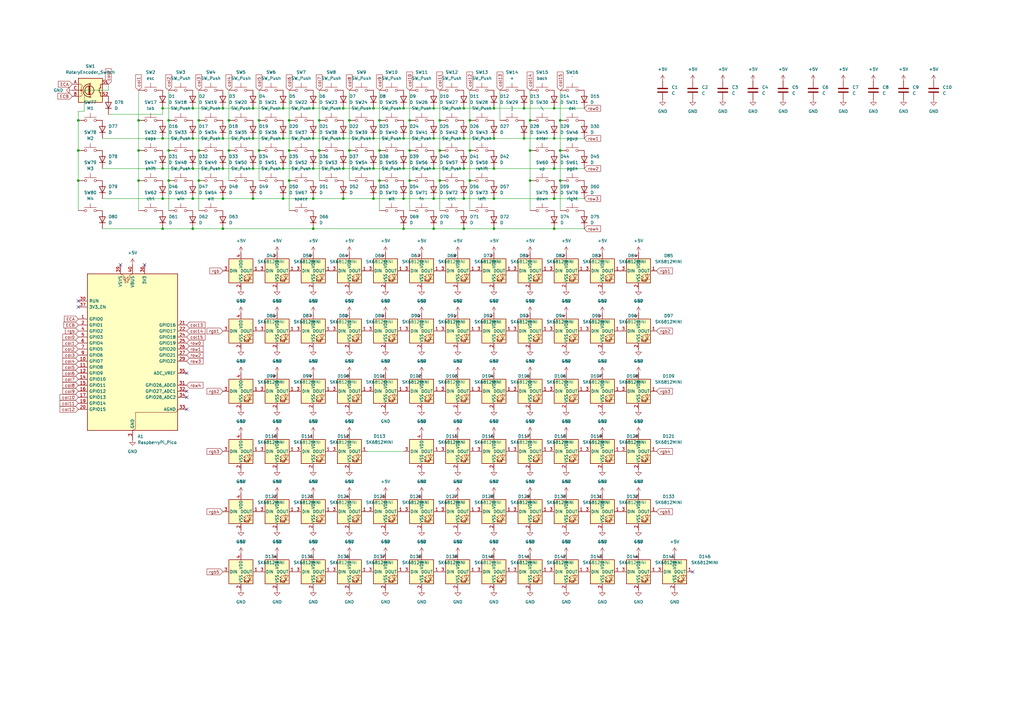
<source format=kicad_sch>
(kicad_sch (version 20250114) (generator "eeschema") (generator_version "9.0")
  (paper "User" 431.8 300)
  (junction (at 93.98 96.52))
  (junction (at 58.42 50.8))
  (junction (at 81.28 71.12))
  (junction (at 58.42 63.5))
  (junction (at 81.28 96.52))
  (junction (at 198.12 76.2))
  (junction (at 195.58 83.82))
  (junction (at 93.98 58.42))
  (junction (at 223.52 76.2))
  (junction (at 68.58 96.52))
  (junction (at 182.88 58.42))
  (junction (at 68.58 58.42))
  (junction (at 195.58 71.12))
  (junction (at 121.92 50.8))
  (junction (at 109.22 50.8))
  (junction (at 157.48 71.12))
  (junction (at 172.72 50.8))
  (junction (at 93.98 83.82))
  (junction (at 170.18 83.82))
  (junction (at 208.28 83.82))
  (junction (at 81.28 45.72))
  (junction (at 106.68 58.42))
  (junction (at 119.38 71.12))
  (junction (at 160.02 63.5))
  (junction (at 160.02 76.2))
  (junction (at 208.28 45.72))
  (junction (at 182.88 45.72))
  (junction (at 147.32 50.8))
  (junction (at 93.98 45.72))
  (junction (at 68.58 83.82))
  (junction (at 106.68 83.82))
  (junction (at 144.78 45.72))
  (junction (at 208.28 96.52))
  (junction (at 236.22 50.8))
  (junction (at 236.22 76.2))
  (junction (at 220.98 45.72))
  (junction (at 236.22 63.5))
  (junction (at 198.12 63.5))
  (junction (at 198.12 50.8))
  (junction (at 223.52 50.8))
  (junction (at 233.68 83.82))
  (junction (at 68.58 45.72))
  (junction (at 93.98 71.12))
  (junction (at 233.68 45.72))
  (junction (at 185.42 50.8))
  (junction (at 121.92 76.2))
  (junction (at 144.78 71.12))
  (junction (at 208.28 58.42))
  (junction (at 172.72 76.2))
  (junction (at 71.12 76.2))
  (junction (at 170.18 71.12))
  (junction (at 233.68 58.42))
  (junction (at 170.18 96.52))
  (junction (at 96.52 63.5))
  (junction (at 220.98 58.42))
  (junction (at 185.42 76.2))
  (junction (at 71.12 50.8))
  (junction (at 83.82 63.5))
  (junction (at 58.42 76.2))
  (junction (at 182.88 71.12))
  (junction (at 172.72 63.5))
  (junction (at 182.88 96.52))
  (junction (at 157.48 58.42))
  (junction (at 195.58 96.52))
  (junction (at 132.08 83.82))
  (junction (at 170.18 58.42))
  (junction (at 106.68 45.72))
  (junction (at 68.58 71.12))
  (junction (at 170.18 45.72))
  (junction (at 185.42 63.5))
  (junction (at 132.08 45.72))
  (junction (at 144.78 58.42))
  (junction (at 83.82 50.8))
  (junction (at 233.68 71.12))
  (junction (at 157.48 83.82))
  (junction (at 132.08 58.42))
  (junction (at 119.38 58.42))
  (junction (at 157.48 45.72))
  (junction (at 71.12 63.5))
  (junction (at 147.32 63.5))
  (junction (at 223.52 63.5))
  (junction (at 83.82 76.2))
  (junction (at 33.02 76.2))
  (junction (at 182.88 83.82))
  (junction (at 81.28 58.42))
  (junction (at 33.02 50.8))
  (junction (at 33.02 63.5))
  (junction (at 233.68 96.52))
  (junction (at 195.58 58.42))
  (junction (at 121.92 63.5))
  (junction (at 195.58 45.72))
  (junction (at 144.78 83.82))
  (junction (at 96.52 50.8))
  (junction (at 132.08 71.12))
  (junction (at 208.28 71.12))
  (junction (at 106.68 71.12))
  (junction (at 81.28 83.82))
  (junction (at 132.08 96.52))
  (junction (at 109.22 63.5))
  (junction (at 134.62 50.8))
  (junction (at 160.02 50.8))
  (junction (at 119.38 45.72))
  (junction (at 119.38 83.82))
  (junction (at 134.62 63.5))
  (no_connect (at 33.02 129.54))
  (no_connect (at 50.8 111.76))
  (no_connect (at 78.74 165.1))
  (no_connect (at 33.02 127))
  (no_connect (at 60.96 111.76))
  (no_connect (at 78.74 167.64))
  (no_connect (at 78.74 172.72))
  (no_connect (at 292.1 241.3))
  (no_connect (at 78.74 157.48))
  (wire (pts (xy 236.22 63.5) (xy 236.22 76.2)))
  (wire (pts (xy 71.12 38.1) (xy 71.12 50.8)))
  (wire (pts (xy 71.12 50.8) (xy 71.12 63.5)))
  (wire (pts (xy 157.48 58.42) (xy 170.18 58.42)))
  (wire (pts (xy 132.08 96.52) (xy 170.18 96.52)))
  (wire (pts (xy 106.68 58.42) (xy 119.38 58.42)))
  (wire (pts (xy 68.58 45.72) (xy 81.28 45.72)))
  (wire (pts (xy 83.82 38.1) (xy 83.82 50.8)))
  (wire (pts (xy 195.58 83.82) (xy 208.28 83.82)))
  (wire (pts (xy 45.72 48.26) (xy 68.58 48.26)))
  (wire (pts (xy 220.98 45.72) (xy 233.68 45.72)))
  (wire (pts (xy 182.88 71.12) (xy 195.58 71.12)))
  (wire (pts (xy 33.02 50.8) (xy 33.02 63.5)))
  (wire (pts (xy 121.92 76.2) (xy 121.92 88.9)))
  (wire (pts (xy 198.12 38.1) (xy 198.12 50.8)))
  (wire (pts (xy 45.72 35.56) (xy 45.72 38.1)))
  (wire (pts (xy 109.22 63.5) (xy 109.22 76.2)))
  (wire (pts (xy 172.72 63.5) (xy 172.72 76.2)))
  (wire (pts (xy 154.94 190.5) (xy 170.18 190.5)))
  (wire (pts (xy 182.88 96.52) (xy 195.58 96.52)))
  (wire (pts (xy 144.78 71.12) (xy 157.48 71.12)))
  (wire (pts (xy 185.42 38.1) (xy 185.42 50.8)))
  (wire (pts (xy 119.38 45.72) (xy 132.08 45.72)))
  (wire (pts (xy 43.18 83.82) (xy 68.58 83.82)))
  (wire (pts (xy 134.62 38.1) (xy 134.62 50.8)))
  (wire (pts (xy 233.68 58.42) (xy 246.38 58.42)))
  (wire (pts (xy 157.48 83.82) (xy 170.18 83.82)))
  (wire (pts (xy 81.28 71.12) (xy 93.98 71.12)))
  (wire (pts (xy 208.28 96.52) (xy 233.68 96.52)))
  (wire (pts (xy 223.52 38.1) (xy 223.52 50.8)))
  (wire (pts (xy 144.78 58.42) (xy 157.48 58.42)))
  (wire (pts (xy 170.18 45.72) (xy 182.88 45.72)))
  (wire (pts (xy 223.52 63.5) (xy 223.52 76.2)))
  (wire (pts (xy 172.72 38.1) (xy 172.72 50.8)))
  (wire (pts (xy 182.88 45.72) (xy 195.58 45.72)))
  (wire (pts (xy 144.78 83.82) (xy 157.48 83.82)))
  (wire (pts (xy 83.82 76.2) (xy 83.82 88.9)))
  (wire (pts (xy 210.82 38.1) (xy 210.82 50.8)))
  (wire (pts (xy 233.68 45.72) (xy 246.38 45.72)))
  (wire (pts (xy 43.18 71.12) (xy 68.58 71.12)))
  (wire (pts (xy 68.58 71.12) (xy 81.28 71.12)))
  (wire (pts (xy 109.22 50.8) (xy 109.22 63.5)))
  (wire (pts (xy 109.22 38.1) (xy 109.22 50.8)))
  (wire (pts (xy 233.68 83.82) (xy 246.38 83.82)))
  (wire (pts (xy 223.52 76.2) (xy 223.52 88.9)))
  (wire (pts (xy 208.28 83.82) (xy 233.68 83.82)))
  (wire (pts (xy 106.68 45.72) (xy 119.38 45.72)))
  (wire (pts (xy 68.58 96.52) (xy 81.28 96.52)))
  (wire (pts (xy 119.38 58.42) (xy 132.08 58.42)))
  (wire (pts (xy 58.42 50.8) (xy 58.42 63.5)))
  (wire (pts (xy 147.32 38.1) (xy 147.32 50.8)))
  (wire (pts (xy 170.18 58.42) (xy 182.88 58.42)))
  (wire (pts (xy 43.18 58.42) (xy 68.58 58.42)))
  (wire (pts (xy 93.98 83.82) (xy 106.68 83.82)))
  (wire (pts (xy 236.22 50.8) (xy 236.22 63.5)))
  (wire (pts (xy 81.28 45.72) (xy 93.98 45.72)))
  (wire (pts (xy 172.72 50.8) (xy 172.72 63.5)))
  (wire (pts (xy 170.18 83.82) (xy 182.88 83.82)))
  (wire (pts (xy 195.58 58.42) (xy 208.28 58.42)))
  (wire (pts (xy 96.52 63.5) (xy 96.52 76.2)))
  (wire (pts (xy 195.58 71.12) (xy 208.28 71.12)))
  (wire (pts (xy 170.18 71.12) (xy 182.88 71.12)))
  (wire (pts (xy 119.38 71.12) (xy 132.08 71.12)))
  (wire (pts (xy 68.58 48.26) (xy 68.58 45.72)))
  (wire (pts (xy 93.98 96.52) (xy 132.08 96.52)))
  (wire (pts (xy 220.98 58.42) (xy 233.68 58.42)))
  (wire (pts (xy 93.98 58.42) (xy 106.68 58.42)))
  (wire (pts (xy 236.22 38.1) (xy 236.22 50.8)))
  (wire (pts (xy 236.22 76.2) (xy 236.22 88.9)))
  (wire (pts (xy 185.42 50.8) (xy 185.42 63.5)))
  (wire (pts (xy 172.72 76.2) (xy 172.72 88.9)))
  (wire (pts (xy 157.48 45.72) (xy 170.18 45.72)))
  (wire (pts (xy 121.92 63.5) (xy 121.92 76.2)))
  (wire (pts (xy 81.28 83.82) (xy 93.98 83.82)))
  (wire (pts (xy 182.88 58.42) (xy 195.58 58.42)))
  (wire (pts (xy 208.28 71.12) (xy 233.68 71.12)))
  (wire (pts (xy 147.32 63.5) (xy 147.32 76.2)))
  (wire (pts (xy 33.02 46.99) (xy 33.02 50.8)))
  (wire (pts (xy 160.02 38.1) (xy 160.02 50.8)))
  (wire (pts (xy 198.12 50.8) (xy 198.12 63.5)))
  (wire (pts (xy 195.58 96.52) (xy 208.28 96.52)))
  (wire (pts (xy 160.02 63.5) (xy 160.02 76.2)))
  (wire (pts (xy 132.08 45.72) (xy 144.78 45.72)))
  (wire (pts (xy 223.52 50.8) (xy 223.52 63.5)))
  (wire (pts (xy 71.12 76.2) (xy 71.12 88.9)))
  (wire (pts (xy 119.38 83.82) (xy 132.08 83.82)))
  (wire (pts (xy 83.82 63.5) (xy 83.82 76.2)))
  (wire (pts (xy 134.62 63.5) (xy 134.62 76.2)))
  (wire (pts (xy 233.68 96.52) (xy 246.38 96.52)))
  (wire (pts (xy 208.28 58.42) (xy 220.98 58.42)))
  (wire (pts (xy 35.56 46.99) (xy 33.02 46.99)))
  (wire (pts (xy 170.18 96.52) (xy 182.88 96.52)))
  (wire (pts (xy 106.68 83.82) (xy 119.38 83.82)))
  (wire (pts (xy 233.68 71.12) (xy 246.38 71.12)))
  (wire (pts (xy 121.92 38.1) (xy 121.92 50.8)))
  (wire (pts (xy 43.18 96.52) (xy 68.58 96.52)))
  (wire (pts (xy 106.68 71.12) (xy 119.38 71.12)))
  (wire (pts (xy 134.62 50.8) (xy 134.62 63.5)))
  (wire (pts (xy 185.42 63.5) (xy 185.42 76.2)))
  (wire (pts (xy 71.12 63.5) (xy 71.12 76.2)))
  (wire (pts (xy 96.52 50.8) (xy 96.52 63.5)))
  (wire (pts (xy 83.82 50.8) (xy 83.82 63.5)))
  (wire (pts (xy 81.28 58.42) (xy 93.98 58.42)))
  (wire (pts (xy 121.92 50.8) (xy 121.92 63.5)))
  (wire (pts (xy 35.56 38.1) (xy 35.56 46.99)))
  (wire (pts (xy 58.42 63.5) (xy 58.42 76.2)))
  (wire (pts (xy 144.78 45.72) (xy 157.48 45.72)))
  (wire (pts (xy 33.02 76.2) (xy 33.02 88.9)))
  (wire (pts (xy 58.42 76.2) (xy 58.42 88.9)))
  (wire (pts (xy 68.58 58.42) (xy 81.28 58.42)))
  (wire (pts (xy 132.08 58.42) (xy 144.78 58.42)))
  (wire (pts (xy 208.28 45.72) (xy 220.98 45.72)))
  (wire (pts (xy 96.52 38.1) (xy 96.52 50.8)))
  (wire (pts (xy 132.08 83.82) (xy 144.78 83.82)))
  (wire (pts (xy 182.88 83.82) (xy 195.58 83.82)))
  (wire (pts (xy 93.98 45.72) (xy 106.68 45.72)))
  (wire (pts (xy 81.28 96.52) (xy 93.98 96.52)))
  (wire (pts (xy 160.02 50.8) (xy 160.02 63.5)))
  (wire (pts (xy 33.02 63.5) (xy 33.02 76.2)))
  (wire (pts (xy 132.08 71.12) (xy 144.78 71.12)))
  (wire (pts (xy 45.72 38.1) (xy 35.56 38.1)))
  (wire (pts (xy 160.02 76.2) (xy 160.02 88.9)))
  (wire (pts (xy 93.98 71.12) (xy 106.68 71.12)))
  (wire (pts (xy 185.42 76.2) (xy 185.42 88.9)))
  (wire (pts (xy 147.32 50.8) (xy 147.32 63.5)))
  (wire (pts (xy 157.48 71.12) (xy 170.18 71.12)))
  (wire (pts (xy 68.58 83.82) (xy 81.28 83.82)))
  (wire (pts (xy 58.42 38.1) (xy 58.42 50.8)))
  (wire (pts (xy 198.12 76.2) (xy 198.12 88.9)))
  (wire (pts (xy 198.12 63.5) (xy 198.12 76.2)))
  (wire (pts (xy 195.58 45.72) (xy 208.28 45.72)))
  (global_label "row1" (shape input) (at 246.38 58.42 0) (property "Intersheetrefs" "${INTERSHEET_REFS}" (effects (hide yes))))
  (global_label "col3" (shape input) (at 83.82 38.1 90) (property "Intersheetrefs" "${INTERSHEET_REFS}" (effects (hide yes))))
  (global_label "col15" (shape input) (at 236.22 38.1 90) (property "Intersheetrefs" "${INTERSHEET_REFS}" (effects (hide yes))))
  (global_label "col9" (shape input) (at 33.02 165.1 180) (property "Intersheetrefs" "${INTERSHEET_REFS}" (effects (hide yes))))
  (global_label "col10" (shape input) (at 33.02 167.64 180) (property "Intersheetrefs" "${INTERSHEET_REFS}" (effects (hide yes))))
  (global_label "rgb" (shape input) (at 33.02 139.7 180) (property "Intersheetrefs" "${INTERSHEET_REFS}" (effects (hide yes))))
  (global_label "ECB" (shape input) (at 33.02 137.16 180) (property "Intersheetrefs" "${INTERSHEET_REFS}" (effects (hide yes))))
  (global_label "col2" (shape input) (at 71.12 38.1 90) (property "Intersheetrefs" "${INTERSHEET_REFS}" (effects (hide yes))))
  (global_label "row2" (shape input) (at 78.74 149.86 0) (property "Intersheetrefs" "${INTERSHEET_REFS}" (effects (hide yes))))
  (global_label "col14" (shape input) (at 223.52 38.1 90) (property "Intersheetrefs" "${INTERSHEET_REFS}" (effects (hide yes))))
  (global_label "row3" (shape input) (at 78.74 152.4 0) (property "Intersheetrefs" "${INTERSHEET_REFS}" (effects (hide yes))))
  (global_label "ECB" (shape input) (at 30.48 40.64 180) (property "Intersheetrefs" "${INTERSHEET_REFS}" (effects (hide yes))))
  (global_label "row4" (shape input) (at 78.74 162.56 0) (property "Intersheetrefs" "${INTERSHEET_REFS}" (effects (hide yes))))
  (global_label "rgb2" (shape input) (at 93.98 165.1 180) (property "Intersheetrefs" "${INTERSHEET_REFS}" (effects (hide yes))))
  (global_label "col9" (shape input) (at 160.02 38.1 90) (property "Intersheetrefs" "${INTERSHEET_REFS}" (effects (hide yes))))
  (global_label "ECA" (shape input) (at 30.48 35.56 180) (property "Intersheetrefs" "${INTERSHEET_REFS}" (effects (hide yes))))
  (global_label "rgb1" (shape input) (at 93.98 139.7 180) (property "Intersheetrefs" "${INTERSHEET_REFS}" (effects (hide yes))))
  (global_label "row0" (shape input) (at 246.38 45.72 0) (property "Intersheetrefs" "${INTERSHEET_REFS}" (effects (hide yes))))
  (global_label "row1" (shape input) (at 78.74 147.32 0) (property "Intersheetrefs" "${INTERSHEET_REFS}" (effects (hide yes))))
  (global_label "col6" (shape input) (at 33.02 157.48 180) (property "Intersheetrefs" "${INTERSHEET_REFS}" (effects (hide yes))))
  (global_label "col12" (shape input) (at 33.02 172.72 180) (property "Intersheetrefs" "${INTERSHEET_REFS}" (effects (hide yes))))
  (global_label "col13" (shape input) (at 210.82 38.1 90) (property "Intersheetrefs" "${INTERSHEET_REFS}" (effects (hide yes))))
  (global_label "rgb5" (shape input) (at 93.98 241.3 180) (property "Intersheetrefs" "${INTERSHEET_REFS}" (effects (hide yes))))
  (global_label "col3" (shape input) (at 33.02 149.86 180) (property "Intersheetrefs" "${INTERSHEET_REFS}" (effects (hide yes))))
  (global_label "col13" (shape input) (at 78.74 137.16 0) (property "Intersheetrefs" "${INTERSHEET_REFS}" (effects (hide yes))))
  (global_label "col11" (shape input) (at 185.42 38.1 90) (property "Intersheetrefs" "${INTERSHEET_REFS}" (effects (hide yes))))
  (global_label "col0" (shape input) (at 45.72 35.56 90) (property "Intersheetrefs" "${INTERSHEET_REFS}" (effects (hide yes))))
  (global_label "col1" (shape input) (at 33.02 144.78 180) (property "Intersheetrefs" "${INTERSHEET_REFS}" (effects (hide yes))))
  (global_label "col2" (shape input) (at 33.02 147.32 180) (property "Intersheetrefs" "${INTERSHEET_REFS}" (effects (hide yes))))
  (global_label "col8" (shape input) (at 147.32 38.1 90) (property "Intersheetrefs" "${INTERSHEET_REFS}" (effects (hide yes))))
  (global_label "ECA" (shape input) (at 33.02 134.62 180) (property "Intersheetrefs" "${INTERSHEET_REFS}" (effects (hide yes))))
  (global_label "row0" (shape input) (at 78.74 144.78 0) (property "Intersheetrefs" "${INTERSHEET_REFS}" (effects (hide yes))))
  (global_label "rgb5" (shape input) (at 276.86 215.9 0) (property "Intersheetrefs" "${INTERSHEET_REFS}" (effects (hide yes))))
  (global_label "col4" (shape input) (at 33.02 152.4 180) (property "Intersheetrefs" "${INTERSHEET_REFS}" (effects (hide yes))))
  (global_label "col12" (shape input) (at 198.12 38.1 90) (property "Intersheetrefs" "${INTERSHEET_REFS}" (effects (hide yes))))
  (global_label "row3" (shape input) (at 246.38 83.82 0) (property "Intersheetrefs" "${INTERSHEET_REFS}" (effects (hide yes))))
  (global_label "col4" (shape input) (at 96.52 38.1 90) (property "Intersheetrefs" "${INTERSHEET_REFS}" (effects (hide yes))))
  (global_label "col8" (shape input) (at 33.02 162.56 180) (property "Intersheetrefs" "${INTERSHEET_REFS}" (effects (hide yes))))
  (global_label "col11" (shape input) (at 33.02 170.18 180) (property "Intersheetrefs" "${INTERSHEET_REFS}" (effects (hide yes))))
  (global_label "row2" (shape input) (at 246.38 71.12 0) (property "Intersheetrefs" "${INTERSHEET_REFS}" (effects (hide yes))))
  (global_label "rgb4" (shape input) (at 93.98 215.9 180) (property "Intersheetrefs" "${INTERSHEET_REFS}" (effects (hide yes))))
  (global_label "col15" (shape input) (at 78.74 142.24 0) (property "Intersheetrefs" "${INTERSHEET_REFS}" (effects (hide yes))))
  (global_label "col0" (shape input) (at 33.02 142.24 180) (property "Intersheetrefs" "${INTERSHEET_REFS}" (effects (hide yes))))
  (global_label "col5" (shape input) (at 109.22 38.1 90) (property "Intersheetrefs" "${INTERSHEET_REFS}" (effects (hide yes))))
  (global_label "rgb" (shape input) (at 93.98 114.3 180) (property "Intersheetrefs" "${INTERSHEET_REFS}" (effects (hide yes))))
  (global_label "rgb2" (shape input) (at 276.86 139.7 0) (property "Intersheetrefs" "${INTERSHEET_REFS}" (effects (hide yes))))
  (global_label "col5" (shape input) (at 33.02 154.94 180) (property "Intersheetrefs" "${INTERSHEET_REFS}" (effects (hide yes))))
  (global_label "col7" (shape input) (at 33.02 160.02 180) (property "Intersheetrefs" "${INTERSHEET_REFS}" (effects (hide yes))))
  (global_label "col6" (shape input) (at 121.92 38.1 90) (property "Intersheetrefs" "${INTERSHEET_REFS}" (effects (hide yes))))
  (global_label "rgb3" (shape input) (at 276.86 165.1 0) (property "Intersheetrefs" "${INTERSHEET_REFS}" (effects (hide yes))))
  (global_label "col14" (shape input) (at 78.74 139.7 0) (property "Intersheetrefs" "${INTERSHEET_REFS}" (effects (hide yes))))
  (global_label "rgb1" (shape input) (at 276.86 114.3 0) (property "Intersheetrefs" "${INTERSHEET_REFS}" (effects (hide yes))))
  (global_label "col10" (shape input) (at 172.72 38.1 90) (property "Intersheetrefs" "${INTERSHEET_REFS}" (effects (hide yes))))
  (global_label "rgb4" (shape input) (at 276.86 190.5 0) (property "Intersheetrefs" "${INTERSHEET_REFS}" (effects (hide yes))))
  (global_label "rgb3" (shape input) (at 93.98 190.5 180) (property "Intersheetrefs" "${INTERSHEET_REFS}" (effects (hide yes))))
  (global_label "col7" (shape input) (at 134.62 38.1 90) (property "Intersheetrefs" "${INTERSHEET_REFS}" (effects (hide yes))))
  (global_label "row4" (shape input) (at 246.38 96.52 0) (property "Intersheetrefs" "${INTERSHEET_REFS}" (effects (hide yes))))
  (global_label "col1" (shape input) (at 58.42 38.1 90) (property "Intersheetrefs" "${INTERSHEET_REFS}" (effects (hide yes))))
  (symbol (lib_id "Switch:SW_Push") (at 88.9 38.1 0) (unit 1)
    (property "Reference" "SW4" (at 88.9 30.48 0))
    (property "Value" "SW_Push" (at 88.9 33.02 0))
    (property "Footprint" "ScottoKeebs_Hotswap:Hotswap_Choc_V1V2_1.00u" (effects (hide yes)))
    (property "Description" "Push button switch, generic, two pins" (effects (hide yes)))
  )
  (symbol (lib_id "power:+5V") (at 254 182.88 0) (unit 1)
    (property "Reference" "#PWR049" (effects (hide yes)))
    (property "Value" "+5V" (at 254 177.8 0))
    (property "Description" "Power symbol creates a global label with name \"+5V\"" (effects (hide yes)))
  )
  (symbol (lib_id "Device:D") (at 233.68 92.71 90) (unit 1)
    (property "Reference" "D74" (at 236.22 91.4399 90) (effects (justify right)))
    (property "Value" "D" (at 236.22 93.9799 90) (effects (justify right)))
    (property "Footprint" "Diode_SMD:D_0805_2012Metric_Pad1.15x1.40mm_HandSolder" (effects (hide yes)))
    (property "Description" "Diode" (effects (hide yes)))
    (property "Sim.Device" "D" (effects (hide yes)))
    (property "Sim.Pins" "1=K 2=A" (effects (hide yes)))
  )
  (symbol (lib_id "Switch:SW_Push") (at 76.2 38.1 0) (unit 1)
    (property "Reference" "SW3" (at 76.2 30.48 0))
    (property "Value" "SW_Push" (at 76.2 33.02 0))
    (property "Footprint" "ScottoKeebs_Hotswap:Hotswap_Choc_V1V2_1.00u" (effects (hide yes)))
    (property "Description" "Push button switch, generic, two pins" (effects (hide yes)))
  )
  (symbol (lib_id "LED:SK6812MINI") (at 223.52 215.9 0) (unit 1)
    (property "Reference" "D130" (at 236.22 209.4798 0))
    (property "Value" "SK6812MINI" (at 236.22 212.0198 0))
    (property "Footprint" "cheyao macropad main PCB-third_party_neopixel.petty:SK6812MINI-E" (effects (hide yes)))
    (property "Datasheet" "https://cdn-shop.adafruit.com/product-files/2686/SK6812MINI_REV.01-1-2.pdf" (effects (hide yes)))
    (property "Description" "RGB LED with integrated controller" (effects (hide yes)))
  )
  (symbol (lib_id "power:+5V") (at 355.6 34.29 0) (unit 1)
    (property "Reference" "#PWR0160" (effects (hide yes)))
    (property "Value" "+5V" (at 355.6 29.21 0))
    (property "Description" "Power symbol creates a global label with name \"+5V\"" (effects (hide yes)))
  )
  (symbol (lib_id "Switch:SW_Push") (at 177.8 88.9 0) (unit 1)
    (property "Reference" "SW71" (at 177.8 81.28 0))
    (property "Value" "fn" (at 177.8 83.82 0))
    (property "Footprint" "ScottoKeebs_Hotswap:Hotswap_Choc_V1V2_1.00u" (effects (hide yes)))
    (property "Description" "Push button switch, generic, two pins" (effects (hide yes)))
  )
  (symbol (lib_id "Switch:SW_Push") (at 152.4 50.8 0) (unit 1)
    (property "Reference" "SW24" (at 152.4 43.18 0))
    (property "Value" "SW_Push" (at 152.4 45.72 0))
    (property "Footprint" "ScottoKeebs_Hotswap:Hotswap_Choc_V1V2_1.00u" (effects (hide yes)))
    (property "Description" "Push button switch, generic, two pins" (effects (hide yes)))
  )
  (symbol (lib_id "power:+5V") (at 223.52 208.28 0) (unit 1)
    (property "Reference" "#PWR059" (effects (hide yes)))
    (property "Value" "+5V" (at 223.52 203.2 0))
    (property "Description" "Power symbol creates a global label with name \"+5V\"" (effects (hide yes)))
  )
  (symbol (lib_id "power:+5V") (at 269.24 106.68 0) (unit 1)
    (property "Reference" "#PWR014" (effects (hide yes)))
    (property "Value" "+5V" (at 269.24 101.6 0))
    (property "Description" "Power symbol creates a global label with name \"+5V\"" (effects (hide yes)))
  )
  (symbol (lib_id "LED:SK6812MINI") (at 238.76 215.9 0) (unit 1)
    (property "Reference" "D131" (at 251.46 209.4798 0))
    (property "Value" "SK6812MINI" (at 251.46 212.0198 0))
    (property "Footprint" "cheyao macropad main PCB-third_party_neopixel.petty:SK6812MINI-E" (effects (hide yes)))
    (property "Datasheet" "https://cdn-shop.adafruit.com/product-files/2686/SK6812MINI_REV.01-1-2.pdf" (effects (hide yes)))
    (property "Description" "RGB LED with integrated controller" (effects (hide yes)))
  )
  (symbol (lib_id "Device:D") (at 246.38 67.31 90) (unit 1)
    (property "Reference" "D45" (at 248.92 66.0399 90) (effects (justify right)))
    (property "Value" "D" (at 248.92 68.5799 90) (effects (justify right)))
    (property "Footprint" "Diode_SMD:D_0805_2012Metric_Pad1.15x1.40mm_HandSolder" (effects (hide yes)))
    (property "Description" "Diode" (effects (hide yes)))
    (property "Sim.Device" "D" (effects (hide yes)))
    (property "Sim.Pins" "1=K 2=A" (effects (hide yes)))
  )
  (symbol (lib_id "LED:SK6812MINI") (at 208.28 165.1 0) (unit 1)
    (property "Reference" "D105" (at 220.98 158.6798 0))
    (property "Value" "SK6812MINI" (at 220.98 161.2198 0))
    (property "Footprint" "cheyao macropad main PCB-third_party_neopixel.petty:SK6812MINI-E" (effects (hide yes)))
    (property "Datasheet" "https://cdn-shop.adafruit.com/product-files/2686/SK6812MINI_REV.01-1-2.pdf" (effects (hide yes)))
    (property "Description" "RGB LED with integrated controller" (effects (hide yes)))
  )
  (symbol (lib_id "Switch:SW_Push") (at 114.3 76.2 0) (unit 1)
    (property "Reference" "SW51" (at 114.3 68.58 0))
    (property "Value" "SW_Push" (at 114.3 71.12 0))
    (property "Footprint" "ScottoKeebs_Hotswap:Hotswap_Choc_V1V2_1.00u" (effects (hide yes)))
    (property "Description" "Push button switch, generic, two pins" (effects (hide yes)))
  )
  (symbol (lib_id "Switch:SW_Push") (at 76.2 76.2 0) (unit 1)
    (property "Reference" "SW48" (at 76.2 68.58 0))
    (property "Value" "SW_Push" (at 76.2 71.12 0))
    (property "Footprint" "ScottoKeebs_Hotswap:Hotswap_Choc_V1V2_1.00u" (effects (hide yes)))
    (property "Description" "Push button switch, generic, two pins" (effects (hide yes)))
  )
  (symbol (lib_id "power:+5V") (at 254 208.28 0) (unit 1)
    (property "Reference" "#PWR061" (effects (hide yes)))
    (property "Value" "+5V" (at 254 203.2 0))
    (property "Description" "Power symbol creates a global label with name \"+5V\"" (effects (hide yes)))
  )
  (symbol (lib_id "power:GND") (at 193.04 147.32 0) (unit 1)
    (property "Reference" "#PWR094" (effects (hide yes)))
    (property "Value" "GND" (at 193.04 152.4 0))
    (property "Description" "Power symbol creates a global label with name \"GND\" , ground" (effects (hide yes)))
  )
  (symbol (lib_id "LED:SK6812MINI") (at 177.8 139.7 0) (unit 1)
    (property "Reference" "D91" (at 190.5 133.2798 0))
    (property "Value" "SK6812MINI" (at 190.5 135.8198 0))
    (property "Footprint" "cheyao macropad main PCB-third_party_neopixel.petty:SK6812MINI-E" (effects (hide yes)))
    (property "Datasheet" "https://cdn-shop.adafruit.com/product-files/2686/SK6812MINI_REV.01-1-2.pdf" (effects (hide yes)))
    (property "Description" "RGB LED with integrated controller" (effects (hide yes)))
  )
  (symbol (lib_id "power:+5V") (at 269.24 233.68 0) (unit 1)
    (property "Reference" "#PWR074" (effects (hide yes)))
    (property "Value" "+5V" (at 269.24 228.6 0))
    (property "Description" "Power symbol creates a global label with name \"+5V\"" (effects (hide yes)))
  )
  (symbol (lib_id "power:+5V") (at 254 157.48 0) (unit 1)
    (property "Reference" "#PWR037" (effects (hide yes)))
    (property "Value" "+5V" (at 254 152.4 0))
    (property "Description" "Power symbol creates a global label with name \"+5V\"" (effects (hide yes)))
  )
  (symbol (lib_id "Switch:SW_Push") (at 241.3 38.1 0) (unit 1)
    (property "Reference" "SW16" (at 241.3 30.48 0))
    (property "Value" "`" (at 241.3 33.02 0))
    (property "Footprint" "ScottoKeebs_Hotswap:Hotswap_Choc_V1V2_1.00u" (effects (hide yes)))
    (property "Description" "Push button switch, generic, two pins" (effects (hide yes)))
  )
  (symbol (lib_id "power:GND") (at 317.5 41.91 0) (unit 1)
    (property "Reference" "#PWR0155" (effects (hide yes)))
    (property "Value" "GND" (at 317.5 46.99 0))
    (property "Description" "Power symbol creates a global label with name \"GND\" , ground" (effects (hide yes)))
  )
  (symbol (lib_id "power:GND") (at 269.24 248.92 0) (unit 1)
    (property "Reference" "#PWR0147" (effects (hide yes)))
    (property "Value" "GND" (at 269.24 254 0))
    (property "Description" "Power symbol creates a global label with name \"GND\" , ground" (effects (hide yes)))
  )
  (symbol (lib_id "Device:D") (at 132.08 80.01 90) (unit 1)
    (property "Reference" "D51" (at 134.62 78.7399 90) (effects (justify right)))
    (property "Value" "D" (at 134.62 81.2799 90) (effects (justify right)))
    (property "Footprint" "Diode_SMD:D_0805_2012Metric_Pad1.15x1.40mm_HandSolder" (effects (hide yes)))
    (property "Description" "Diode" (effects (hide yes)))
    (property "Sim.Device" "D" (effects (hide yes)))
    (property "Sim.Pins" "1=K 2=A" (effects (hide yes)))
  )
  (symbol (lib_id "LED:SK6812MINI") (at 132.08 114.3 0) (unit 1)
    (property "Reference" "D64" (at 144.78 107.8798 0))
    (property "Value" "SK6812MINI" (at 144.78 110.4198 0))
    (property "Footprint" "cheyao macropad main PCB-third_party_neopixel.petty:SK6812MINI-E" (effects (hide yes)))
    (property "Datasheet" "https://cdn-shop.adafruit.com/product-files/2686/SK6812MINI_REV.01-1-2.pdf" (effects (hide yes)))
    (property "Description" "RGB LED with integrated controller" (effects (hide yes)))
  )
  (symbol (lib_id "power:GND") (at 279.4 41.91 0) (unit 1)
    (property "Reference" "#PWR0149" (effects (hide yes)))
    (property "Value" "GND" (at 279.4 46.99 0))
    (property "Description" "Power symbol creates a global label with name \"GND\" , ground" (effects (hide yes)))
  )
  (symbol (lib_id "LED:SK6812MINI") (at 147.32 165.1 0) (unit 1)
    (property "Reference" "D101" (at 160.02 158.6798 0))
    (property "Value" "SK6812MINI" (at 160.02 161.2198 0))
    (property "Footprint" "cheyao macropad main PCB-third_party_neopixel.petty:SK6812MINI-E" (effects (hide yes)))
    (property "Datasheet" "https://cdn-shop.adafruit.com/product-files/2686/SK6812MINI_REV.01-1-2.pdf" (effects (hide yes)))
    (property "Description" "RGB LED with integrated controller" (effects (hide yes)))
  )
  (symbol (lib_id "power:+5V") (at 223.52 182.88 0) (unit 1)
    (property "Reference" "#PWR047" (effects (hide yes)))
    (property "Value" "+5V" (at 223.52 177.8 0))
    (property "Description" "Power symbol creates a global label with name \"+5V\"" (effects (hide yes)))
  )
  (symbol (lib_id "Device:D") (at 182.88 92.71 90) (unit 1)
    (property "Reference" "D70" (at 185.42 91.4399 90) (effects (justify right)))
    (property "Value" "D" (at 185.42 93.9799 90) (effects (justify right)))
    (property "Footprint" "Diode_SMD:D_0805_2012Metric_Pad1.15x1.40mm_HandSolder" (effects (hide yes)))
    (property "Description" "Diode" (effects (hide yes)))
    (property "Sim.Device" "D" (effects (hide yes)))
    (property "Sim.Pins" "1=K 2=A" (effects (hide yes)))
  )
  (symbol (lib_id "power:+5V") (at 177.8 106.68 0) (unit 1)
    (property "Reference" "#PWR08" (effects (hide yes)))
    (property "Value" "+5V" (at 177.8 101.6 0))
    (property "Description" "Power symbol creates a global label with name \"+5V\"" (effects (hide yes)))
  )
  (symbol (lib_id "Device:D") (at 119.38 54.61 90) (unit 1)
    (property "Reference" "D20" (at 121.92 53.3399 90) (effects (justify right)))
    (property "Value" "D" (at 121.92 55.8799 90) (effects (justify right)))
    (property "Footprint" "Diode_SMD:D_0805_2012Metric_Pad1.15x1.40mm_HandSolder" (effects (hide yes)))
    (property "Description" "Diode" (effects (hide yes)))
    (property "Sim.Device" "D" (effects (hide yes)))
    (property "Sim.Pins" "1=K 2=A" (effects (hide yes)))
  )
  (symbol (lib_id "power:GND") (at 162.56 147.32 0) (unit 1)
    (property "Reference" "#PWR092" (effects (hide yes)))
    (property "Value" "GND" (at 162.56 152.4 0))
    (property "Description" "Power symbol creates a global label with name \"GND\" , ground" (effects (hide yes)))
  )
  (symbol (lib_id "Switch:SW_Push") (at 165.1 38.1 0) (unit 1)
    (property "Reference" "SW10" (at 165.1 30.48 0))
    (property "Value" "SW_Push" (at 165.1 33.02 0))
    (property "Footprint" "ScottoKeebs_Hotswap:Hotswap_Choc_V1V2_1.00u" (effects (hide yes)))
    (property "Description" "Push button switch, generic, two pins" (effects (hide yes)))
  )
  (symbol (lib_id "power:GND") (at 208.28 198.12 0) (unit 1)
    (property "Reference" "#PWR0119" (effects (hide yes)))
    (property "Value" "GND" (at 208.28 203.2 0))
    (property "Description" "Power symbol creates a global label with name \"GND\" , ground" (effects (hide yes)))
  )
  (symbol (lib_id "power:+5V") (at 147.32 182.88 0) (unit 1)
    (property "Reference" "#PWR042" (effects (hide yes)))
    (property "Value" "+5V" (at 147.32 177.8 0))
    (property "Description" "Power symbol creates a global label with name \"+5V\"" (effects (hide yes)))
  )
  (symbol (lib_id "power:+5V") (at 177.8 182.88 0) (unit 1)
    (property "Reference" "#PWR044" (effects (hide yes)))
    (property "Value" "+5V" (at 177.8 177.8 0))
    (property "Description" "Power symbol creates a global label with name \"+5V\"" (effects (hide yes)))
  )
  (symbol (lib_id "power:GND") (at 162.56 121.92 0) (unit 1)
    (property "Reference" "#PWR080" (effects (hide yes)))
    (property "Value" "GND" (at 162.56 127 0))
    (property "Description" "Power symbol creates a global label with name \"GND\" , ground" (effects (hide yes)))
  )
  (symbol (lib_id "Switch:SW_Push") (at 88.9 76.2 0) (unit 1)
    (property "Reference" "SW49" (at 88.9 68.58 0))
    (property "Value" "SW_Push" (at 88.9 71.12 0))
    (property "Footprint" "ScottoKeebs_Hotswap:Hotswap_Choc_V1V2_1.00u" (effects (hide yes)))
    (property "Description" "Push button switch, generic, two pins" (effects (hide yes)))
  )
  (symbol (lib_id "power:+5V") (at 177.8 132.08 0) (unit 1)
    (property "Reference" "#PWR020" (effects (hide yes)))
    (property "Value" "+5V" (at 177.8 127 0))
    (property "Description" "Power symbol creates a global label with name \"+5V\"" (effects (hide yes)))
  )
  (symbol (lib_id "power:+5V") (at 254 106.68 0) (unit 1)
    (property "Reference" "#PWR013" (effects (hide yes)))
    (property "Value" "+5V" (at 254 101.6 0))
    (property "Description" "Power symbol creates a global label with name \"+5V\"" (effects (hide yes)))
  )
  (symbol (lib_id "Device:D") (at 182.88 80.01 90) (unit 1)
    (property "Reference" "D55" (at 185.42 78.7399 90) (effects (justify right)))
    (property "Value" "D" (at 185.42 81.2799 90) (effects (justify right)))
    (property "Footprint" "Diode_SMD:D_0805_2012Metric_Pad1.15x1.40mm_HandSolder" (effects (hide yes)))
    (property "Description" "Diode" (effects (hide yes)))
    (property "Sim.Device" "D" (effects (hide yes)))
    (property "Sim.Pins" "1=K 2=A" (effects (hide yes)))
  )
  (symbol (lib_id "power:+5V") (at 177.8 233.68 0) (unit 1)
    (property "Reference" "#PWR068" (effects (hide yes)))
    (property "Value" "+5V" (at 177.8 228.6 0))
    (property "Description" "Power symbol creates a global label with name \"+5V\"" (effects (hide yes)))
  )
  (symbol (lib_id "Switch:SW_Push") (at 38.1 50.8 0) (unit 1)
    (property "Reference" "SW77" (at 38.1 43.18 0))
    (property "Value" "M1" (at 38.1 45.72 0))
    (property "Footprint" "ScottoKeebs_Hotswap:Hotswap_Choc_V1V2_1.00u" (effects (hide yes)))
    (property "Description" "Push button switch, generic, two pins" (effects (hide yes)))
  )
  (symbol (lib_id "LED:SK6812MINI") (at 132.08 139.7 0) (unit 1)
    (property "Reference" "D88" (at 144.78 133.2798 0))
    (property "Value" "SK6812MINI" (at 144.78 135.8198 0))
    (property "Footprint" "cheyao macropad main PCB-third_party_neopixel.petty:SK6812MINI-E" (effects (hide yes)))
    (property "Datasheet" "https://cdn-shop.adafruit.com/product-files/2686/SK6812MINI_REV.01-1-2.pdf" (effects (hide yes)))
    (property "Description" "RGB LED with integrated controller" (effects (hide yes)))
  )
  (symbol (lib_id "power:+5V") (at 254 132.08 0) (unit 1)
    (property "Reference" "#PWR025" (effects (hide yes)))
    (property "Value" "+5V" (at 254 127 0))
    (property "Description" "Power symbol creates a global label with name \"+5V\"" (effects (hide yes)))
  )
  (symbol (lib_id "LED:SK6812MINI") (at 162.56 215.9 0) (unit 1)
    (property "Reference" "D126" (at 175.26 209.4798 0))
    (property "Value" "SK6812MINI" (at 175.26 212.0198 0))
    (property "Footprint" "cheyao macropad main PCB-third_party_neopixel.petty:SK6812MINI-E" (effects (hide yes)))
    (property "Datasheet" "https://cdn-shop.adafruit.com/product-files/2686/SK6812MINI_REV.01-1-2.pdf" (effects (hide yes)))
    (property "Description" "RGB LED with integrated controller" (effects (hide yes)))
  )
  (symbol (lib_id "LED:SK6812MINI") (at 162.56 165.1 0) (unit 1)
    (property "Reference" "D102" (at 175.26 158.6798 0))
    (property "Value" "SK6812MINI" (at 175.26 161.2198 0))
    (property "Footprint" "cheyao macropad main PCB-third_party_neopixel.petty:SK6812MINI-E" (effects (hide yes)))
    (property "Datasheet" "https://cdn-shop.adafruit.com/product-files/2686/SK6812MINI_REV.01-1-2.pdf" (effects (hide yes)))
    (property "Description" "RGB LED with integrated controller" (effects (hide yes)))
  )
  (symbol (lib_id "LED:SK6812MINI") (at 177.8 165.1 0) (unit 1)
    (property "Reference" "D103" (at 190.5 158.6798 0))
    (property "Value" "SK6812MINI" (at 190.5 161.2198 0))
    (property "Footprint" "cheyao macropad main PCB-third_party_neopixel.petty:SK6812MINI-E" (effects (hide yes)))
    (property "Datasheet" "https://cdn-shop.adafruit.com/product-files/2686/SK6812MINI_REV.01-1-2.pdf" (effects (hide yes)))
    (property "Description" "RGB LED with integrated controller" (effects (hide yes)))
  )
  (symbol (lib_id "power:GND") (at 238.76 121.92 0) (unit 1)
    (property "Reference" "#PWR085" (effects (hide yes)))
    (property "Value" "GND" (at 238.76 127 0))
    (property "Description" "Power symbol creates a global label with name \"GND\" , ground" (effects (hide yes)))
  )
  (symbol (lib_id "power:GND") (at 254 198.12 0) (unit 1)
    (property "Reference" "#PWR0122" (effects (hide yes)))
    (property "Value" "GND" (at 254 203.2 0))
    (property "Description" "Power symbol creates a global label with name \"GND\" , ground" (effects (hide yes)))
  )
  (symbol (lib_id "LED:SK6812MINI") (at 193.04 139.7 0) (unit 1)
    (property "Reference" "D92" (at 205.74 133.2798 0))
    (property "Value" "SK6812MINI" (at 205.74 135.8198 0))
    (property "Footprint" "cheyao macropad main PCB-third_party_neopixel.petty:SK6812MINI-E" (effects (hide yes)))
    (property "Datasheet" "https://cdn-shop.adafruit.com/product-files/2686/SK6812MINI_REV.01-1-2.pdf" (effects (hide yes)))
    (property "Description" "RGB LED with integrated controller" (effects (hide yes)))
  )
  (symbol (lib_id "power:+5V") (at 208.28 132.08 0) (unit 1)
    (property "Reference" "#PWR022" (effects (hide yes)))
    (property "Value" "+5V" (at 208.28 127 0))
    (property "Description" "Power symbol creates a global label with name \"+5V\"" (effects (hide yes)))
  )
  (symbol (lib_id "power:GND") (at 254 172.72 0) (unit 1)
    (property "Reference" "#PWR0110" (effects (hide yes)))
    (property "Value" "GND" (at 254 177.8 0))
    (property "Description" "Power symbol creates a global label with name \"GND\" , ground" (effects (hide yes)))
  )
  (symbol (lib_id "power:GND") (at 208.28 223.52 0) (unit 1)
    (property "Reference" "#PWR0131" (effects (hide yes)))
    (property "Value" "GND" (at 208.28 228.6 0))
    (property "Description" "Power symbol creates a global label with name \"GND\" , ground" (effects (hide yes)))
  )
  (symbol (lib_id "Device:D") (at 93.98 92.71 90) (unit 1)
    (property "Reference" "D63" (at 96.52 91.4399 90) (effects (justify right)))
    (property "Value" "D" (at 96.52 93.9799 90) (effects (justify right)))
    (property "Footprint" "Diode_SMD:D_0805_2012Metric_Pad1.15x1.40mm_HandSolder" (effects (hide yes)))
    (property "Description" "Diode" (effects (hide yes)))
    (property "Sim.Device" "D" (effects (hide yes)))
    (property "Sim.Pins" "1=K 2=A" (effects (hide yes)))
  )
  (symbol (lib_id "power:GND") (at 177.8 223.52 0) (unit 1)
    (property "Reference" "#PWR0129" (effects (hide yes)))
    (property "Value" "GND" (at 177.8 228.6 0))
    (property "Description" "Power symbol creates a global label with name \"GND\" , ground" (effects (hide yes)))
  )
  (symbol (lib_id "Switch:SW_Push") (at 177.8 38.1 0) (unit 1)
    (property "Reference" "SW11" (at 177.8 30.48 0))
    (property "Value" "SW_Push" (at 177.8 33.02 0))
    (property "Footprint" "ScottoKeebs_Hotswap:Hotswap_Choc_V1V2_1.00u" (effects (hide yes)))
    (property "Description" "Push button switch, generic, two pins" (effects (hide yes)))
  )
  (symbol (lib_id "Switch:SW_Push") (at 101.6 76.2 0) (unit 1)
    (property "Reference" "SW50" (at 101.6 68.58 0))
    (property "Value" "SW_Push" (at 101.6 71.12 0))
    (property "Footprint" "ScottoKeebs_Hotswap:Hotswap_Choc_V1V2_1.00u" (effects (hide yes)))
    (property "Description" "Push button switch, generic, two pins" (effects (hide yes)))
  )
  (symbol (lib_id "LED:SK6812MINI") (at 177.8 190.5 0) (unit 1)
    (property "Reference" "D115" (at 190.5 184.0798 0))
    (property "Value" "SK6812MINI" (at 190.5 186.6198 0))
    (property "Footprint" "cheyao macropad main PCB-third_party_neopixel.petty:SK6812MINI-E" (effects (hide yes)))
    (property "Datasheet" "https://cdn-shop.adafruit.com/product-files/2686/SK6812MINI_REV.01-1-2.pdf" (effects (hide yes)))
    (property "Description" "RGB LED with integrated controller" (effects (hide yes)))
  )
  (symbol (lib_id "power:GND") (at 238.76 147.32 0) (unit 1)
    (property "Reference" "#PWR097" (effects (hide yes)))
    (property "Value" "GND" (at 238.76 152.4 0))
    (property "Description" "Power symbol creates a global label with name \"GND\" , ground" (effects (hide yes)))
  )
  (symbol (lib_id "Switch:SW_Push") (at 152.4 38.1 0) (unit 1)
    (property "Reference" "SW9" (at 152.4 30.48 0))
    (property "Value" "SW_Push" (at 152.4 33.02 0))
    (property "Footprint" "ScottoKeebs_Hotswap:Hotswap_Choc_V1V2_1.00u" (effects (hide yes)))
    (property "Description" "Push button switch, generic, two pins" (effects (hide yes)))
  )
  (symbol (lib_id "power:+5V") (at 162.56 208.28 0) (unit 1)
    (property "Reference" "#PWR055" (effects (hide yes)))
    (property "Value" "+5V" (at 162.56 203.2 0))
    (property "Description" "Power symbol creates a global label with name \"+5V\"" (effects (hide yes)))
  )
  (symbol (lib_id "power:GND") (at 193.04 223.52 0) (unit 1)
    (property "Reference" "#PWR0130" (effects (hide yes)))
    (property "Value" "GND" (at 193.04 228.6 0))
    (property "Description" "Power symbol creates a global label with name \"GND\" , ground" (effects (hide yes)))
  )
  (symbol (lib_id "Device:D") (at 144.78 67.31 90) (unit 1)
    (property "Reference" "D37" (at 147.32 66.0399 90) (effects (justify right)))
    (property "Value" "D" (at 147.32 68.5799 90) (effects (justify right)))
    (property "Footprint" "Diode_SMD:D_0805_2012Metric_Pad1.15x1.40mm_HandSolder" (effects (hide yes)))
    (property "Description" "Diode" (effects (hide yes)))
    (property "Sim.Device" "D" (effects (hide yes)))
    (property "Sim.Pins" "1=K 2=A" (effects (hide yes)))
  )
  (symbol (lib_id "power:+5V") (at 147.32 233.68 0) (unit 1)
    (property "Reference" "#PWR066" (effects (hide yes)))
    (property "Value" "+5V" (at 147.32 228.6 0))
    (property "Description" "Power symbol creates a global label with name \"+5V\"" (effects (hide yes)))
  )
  (symbol (lib_id "Device:D") (at 93.98 41.91 90) (unit 1)
    (property "Reference" "D3" (at 96.52 40.6399 90) (effects (justify right)))
    (property "Value" "D" (at 96.52 43.1799 90) (effects (justify right)))
    (property "Footprint" "Diode_SMD:D_0805_2012Metric_Pad1.15x1.40mm_HandSolder" (effects (hide yes)))
    (property "Description" "Diode" (effects (hide yes)))
    (property "Sim.Device" "D" (effects (hide yes)))
    (property "Sim.Pins" "1=K 2=A" (effects (hide yes)))
  )
  (symbol (lib_id "Switch:SW_Push") (at 165.1 50.8 0) (unit 1)
    (property "Reference" "SW25" (at 165.1 43.18 0))
    (property "Value" "SW_Push" (at 165.1 45.72 0))
    (property "Footprint" "ScottoKeebs_Hotswap:Hotswap_Choc_V1V2_1.00u" (effects (hide yes)))
    (property "Description" "Push button switch, generic, two pins" (effects (hide yes)))
  )
  (symbol (lib_id "LED:SK6812MINI") (at 147.32 215.9 0) (unit 1)
    (property "Reference" "D125" (at 160.02 209.4798 0))
    (property "Value" "SK6812MINI" (at 160.02 212.0198 0))
    (property "Footprint" "cheyao macropad main PCB-third_party_neopixel.petty:SK6812MINI-E" (effects (hide yes)))
    (property "Datasheet" "https://cdn-shop.adafruit.com/product-files/2686/SK6812MINI_REV.01-1-2.pdf" (effects (hide yes)))
    (property "Description" "RGB LED with integrated controller" (effects (hide yes)))
  )
  (symbol (lib_id "power:+5V") (at 55.88 111.76 0) (unit 1)
    (property "Reference" "#PWR02" (effects (hide yes)))
    (property "Value" "+5V" (at 55.88 106.68 0))
    (property "Description" "Power symbol creates a global label with name \"+5V\"" (effects (hide yes)))
  )
  (symbol (lib_id "Device:D") (at 68.58 80.01 90) (unit 1)
    (property "Reference" "D46" (at 71.12 78.7399 90) (effects (justify right)))
    (property "Value" "D" (at 71.12 81.2799 90) (effects (justify right)))
    (property "Footprint" "Diode_SMD:D_0805_2012Metric_Pad1.15x1.40mm_HandSolder" (effects (hide yes)))
    (property "Description" "Diode" (effects (hide yes)))
    (property "Sim.Device" "D" (effects (hide yes)))
    (property "Sim.Pins" "1=K 2=A" (effects (hide yes)))
  )
  (symbol (lib_id "power:+5V") (at 147.32 208.28 0) (unit 1)
    (property "Reference" "#PWR054" (effects (hide yes)))
    (property "Value" "+5V" (at 147.32 203.2 0))
    (property "Description" "Power symbol creates a global label with name \"+5V\"" (effects (hide yes)))
  )
  (symbol (lib_id "power:GND") (at 101.6 147.32 0) (unit 1)
    (property "Reference" "#PWR088" (effects (hide yes)))
    (property "Value" "GND" (at 101.6 152.4 0))
    (property "Description" "Power symbol creates a global label with name \"GND\" , ground" (effects (hide yes)))
  )
  (symbol (lib_id "Device:D") (at 43.18 54.61 90) (unit 1)
    (property "Reference" "D77" (at 45.72 53.3399 90) (effects (justify right)))
    (property "Value" "D" (at 45.72 55.8799 90) (effects (justify right)))
    (property "Footprint" "Diode_SMD:D_0805_2012Metric_Pad1.15x1.40mm_HandSolder" (effects (hide yes)))
    (property "Description" "Diode" (effects (hide yes)))
    (property "Sim.Device" "D" (effects (hide yes)))
    (property "Sim.Pins" "1=K 2=A" (effects (hide yes)))
  )
  (symbol (lib_id "power:+5V") (at 223.52 132.08 0) (unit 1)
    (property "Reference" "#PWR023" (effects (hide yes)))
    (property "Value" "+5V" (at 223.52 127 0))
    (property "Description" "Power symbol creates a global label with name \"+5V\"" (effects (hide yes)))
  )
  (symbol (lib_id "power:+5V") (at 132.08 132.08 0) (unit 1)
    (property "Reference" "#PWR017" (effects (hide yes)))
    (property "Value" "+5V" (at 132.08 127 0))
    (property "Description" "Power symbol creates a global label with name \"+5V\"" (effects (hide yes)))
  )
  (symbol (lib_id "Device:D") (at 119.38 67.31 90) (unit 1)
    (property "Reference" "D35" (at 121.92 66.0399 90) (effects (justify right)))
    (property "Value" "D" (at 121.92 68.5799 90) (effects (justify right)))
    (property "Footprint" "Diode_SMD:D_0805_2012Metric_Pad1.15x1.40mm_HandSolder" (effects (hide yes)))
    (property "Description" "Diode" (effects (hide yes)))
    (property "Sim.Device" "D" (effects (hide yes)))
    (property "Sim.Pins" "1=K 2=A" (effects (hide yes)))
  )
  (symbol (lib_id "power:GND") (at 238.76 248.92 0) (unit 1)
    (property "Reference" "#PWR0145" (effects (hide yes)))
    (property "Value" "GND" (at 238.76 254 0))
    (property "Description" "Power symbol creates a global label with name \"GND\" , ground" (effects (hide yes)))
  )
  (symbol (lib_id "Switch:SW_Push") (at 63.5 63.5 0) (unit 1)
    (property "Reference" "SW32" (at 63.5 55.88 0))
    (property "Value" "caps" (at 63.5 58.42 0))
    (property "Footprint" "ScottoKeebs_Hotswap:Hotswap_Choc_V1V2_1.75u" (effects (hide yes)))
    (property "Description" "Push button switch, generic, two pins" (effects (hide yes)))
  )
  (symbol (lib_id "Switch:SW_Push") (at 38.1 63.5 0) (unit 1)
    (property "Reference" "SW78" (at 38.1 55.88 0))
    (property "Value" "M2" (at 38.1 58.42 0))
    (property "Footprint" "ScottoKeebs_Hotswap:Hotswap_Choc_V1V2_1.00u" (effects (hide yes)))
    (property "Description" "Push button switch, generic, two pins" (effects (hide yes)))
  )
  (symbol (lib_id "power:+5V") (at 116.84 106.68 0) (unit 1)
    (property "Reference" "#PWR04" (effects (hide yes)))
    (property "Value" "+5V" (at 116.84 101.6 0))
    (property "Description" "Power symbol creates a global label with name \"+5V\"" (effects (hide yes)))
  )
  (symbol (lib_id "power:+5V") (at 193.04 157.48 0) (unit 1)
    (property "Reference" "#PWR033" (effects (hide yes)))
    (property "Value" "+5V" (at 193.04 152.4 0))
    (property "Description" "Power symbol creates a global label with name \"+5V\"" (effects (hide yes)))
  )
  (symbol (lib_id "LED:SK6812MINI") (at 162.56 241.3 0) (unit 1)
    (property "Reference" "D138" (at 175.26 234.8798 0))
    (property "Value" "SK6812MINI" (at 175.26 237.4198 0))
    (property "Footprint" "cheyao macropad main PCB-third_party_neopixel.petty:SK6812MINI-E" (effects (hide yes)))
    (property "Datasheet" "https://cdn-shop.adafruit.com/product-files/2686/SK6812MINI_REV.01-1-2.pdf" (effects (hide yes)))
    (property "Description" "RGB LED with integrated controller" (effects (hide yes)))
  )
  (symbol (lib_id "Switch:SW_Push") (at 63.5 88.9 0) (unit 1)
    (property "Reference" "SW62" (at 63.5 81.28 0))
    (property "Value" "ctrl" (at 63.5 83.82 0))
    (property "Footprint" "ScottoKeebs_Hotswap:Hotswap_Choc_V1V2_1.25u" (effects (hide yes)))
    (property "Description" "Push button switch, generic, two pins" (effects (hide yes)))
  )
  (symbol (lib_id "power:+5V") (at 162.56 132.08 0) (unit 1)
    (property "Reference" "#PWR019" (effects (hide yes)))
    (property "Value" "+5V" (at 162.56 127 0))
    (property "Description" "Power symbol creates a global label with name \"+5V\"" (effects (hide yes)))
  )
  (symbol (lib_id "power:+5V") (at 238.76 157.48 0) (unit 1)
    (property "Reference" "#PWR036" (effects (hide yes)))
    (property "Value" "+5V" (at 238.76 152.4 0))
    (property "Description" "Power symbol creates a global label with name \"+5V\"" (effects (hide yes)))
  )
  (symbol (lib_id "Switch:SW_Push") (at 101.6 50.8 0) (unit 1)
    (property "Reference" "SW20" (at 101.6 43.18 0))
    (property "Value" "SW_Push" (at 101.6 45.72 0))
    (property "Footprint" "ScottoKeebs_Hotswap:Hotswap_Choc_V1V2_1.00u" (effects (hide yes)))
    (property "Description" "Push button switch, generic, two pins" (effects (hide yes)))
  )
  (symbol (lib_id "power:GND") (at 162.56 223.52 0) (unit 1)
    (property "Reference" "#PWR0128" (effects (hide yes)))
    (property "Value" "GND" (at 162.56 228.6 0))
    (property "Description" "Power symbol creates a global label with name \"GND\" , ground" (effects (hide yes)))
  )
  (symbol (lib_id "Switch:SW_Push") (at 228.6 50.8 0) (unit 1)
    (property "Reference" "SW30" (at 228.6 43.18 0))
    (property "Value" "\\" (at 228.6 45.72 0))
    (property "Footprint" "ScottoKeebs_Hotswap:Hotswap_Choc_V1V2_1.50u" (effects (hide yes)))
    (property "Description" "Push button switch, generic, two pins" (effects (hide yes)))
  )
  (symbol (lib_id "Device:D") (at 170.18 92.71 90) (unit 1)
    (property "Reference" "D69" (at 172.72 91.4399 90) (effects (justify right)))
    (property "Value" "D" (at 172.72 93.9799 90) (effects (justify right)))
    (property "Footprint" "Diode_SMD:D_0805_2012Metric_Pad1.15x1.40mm_HandSolder" (effects (hide yes)))
    (property "Description" "Diode" (effects (hide yes)))
    (property "Sim.Device" "D" (effects (hide yes)))
    (property "Sim.Pins" "1=K 2=A" (effects (hide yes)))
  )
  (symbol (lib_id "power:GND") (at 304.8 41.91 0) (unit 1)
    (property "Reference" "#PWR0153" (effects (hide yes)))
    (property "Value" "GND" (at 304.8 46.99 0))
    (property "Description" "Power symbol creates a global label with name \"GND\" , ground" (effects (hide yes)))
  )
  (symbol (lib_id "Switch:SW_Push") (at 215.9 38.1 0) (unit 1)
    (property "Reference" "SW14" (at 215.9 30.48 0))
    (property "Value" "+" (at 215.9 33.02 0))
    (property "Footprint" "ScottoKeebs_Hotswap:Hotswap_Choc_V1V2_1.00u" (effects (hide yes)))
    (property "Description" "Push button switch, generic, two pins" (effects (hide yes)))
  )
  (symbol (lib_id "Switch:SW_Push") (at 76.2 88.9 0) (unit 1)
    (property "Reference" "SW63" (at 76.2 81.28 0))
    (property "Value" "win" (at 76.2 83.82 0))
    (property "Footprint" "ScottoKeebs_Hotswap:Hotswap_Choc_V1V2_1.25u" (effects (hide yes)))
    (property "Description" "Push button switch, generic, two pins" (effects (hide yes)))
  )
  (symbol (lib_id "power:GND") (at 101.6 121.92 0) (unit 1)
    (property "Reference" "#PWR076" (effects (hide yes)))
    (property "Value" "GND" (at 101.6 127 0))
    (property "Description" "Power symbol creates a global label with name \"GND\" , ground" (effects (hide yes)))
  )
  (symbol (lib_id "Switch:SW_Push") (at 152.4 63.5 0) (unit 1)
    (property "Reference" "SW39" (at 152.4 55.88 0))
    (property "Value" "SW_Push" (at 152.4 58.42 0))
    (property "Footprint" "ScottoKeebs_Hotswap:Hotswap_Choc_V1V2_1.00u" (effects (hide yes)))
    (property "Description" "Push button switch, generic, two pins" (effects (hide yes)))
  )
  (symbol (lib_id "LED:SK6812MINI") (at 193.04 165.1 0) (unit 1)
    (property "Reference" "D104" (at 205.74 158.6798 0))
    (property "Value" "SK6812MINI" (at 205.74 161.2198 0))
    (property "Footprint" "cheyao macropad main PCB-third_party_neopixel.petty:SK6812MINI-E" (effects (hide yes)))
    (property "Datasheet" "https://cdn-shop.adafruit.com/product-files/2686/SK6812MINI_REV.01-1-2.pdf" (effects (hide yes)))
    (property "Description" "RGB LED with integrated controller" (effects (hide yes)))
  )
  (symbol (lib_id "power:GND") (at 223.52 198.12 0) (unit 1)
    (property "Reference" "#PWR0120" (effects (hide yes)))
    (property "Value" "GND" (at 223.52 203.2 0))
    (property "Description" "Power symbol creates a global label with name \"GND\" , ground" (effects (hide yes)))
  )
  (symbol (lib_id "power:+5V") (at 101.6 106.68 0) (unit 1)
    (property "Reference" "#PWR03" (effects (hide yes)))
    (property "Value" "+5V" (at 101.6 101.6 0))
    (property "Description" "Power symbol creates a global label with name \"+5V\"" (effects (hide yes)))
  )
  (symbol (lib_id "Device:D") (at 246.38 54.61 90) (unit 1)
    (property "Reference" "D30" (at 248.92 53.3399 90) (effects (justify right)))
    (property "Value" "D" (at 248.92 55.8799 90) (effects (justify right)))
    (property "Footprint" "Diode_SMD:D_0805_2012Metric_Pad1.15x1.40mm_HandSolder" (effects (hide yes)))
    (property "Description" "Diode" (effects (hide yes)))
    (property "Sim.Device" "D" (effects (hide yes)))
    (property "Sim.Pins" "1=K 2=A" (effects (hide yes)))
  )
  (symbol (lib_id "Switch:SW_Push") (at 228.6 88.9 0) (unit 1)
    (property "Reference" "SW75" (at 228.6 81.28 0))
    (property "Value" "down" (at 228.6 83.82 0))
    (property "Footprint" "ScottoKeebs_Hotswap:Hotswap_Choc_V1V2_1.00u" (effects (hide yes)))
    (property "Description" "Push button switch, generic, two pins" (effects (hide yes)))
  )
  (symbol (lib_id "Switch:SW_Push") (at 114.3 63.5 0) (unit 1)
    (property "Reference" "SW36" (at 114.3 55.88 0))
    (property "Value" "SW_Push" (at 114.3 58.42 0))
    (property "Footprint" "ScottoKeebs_Hotswap:Hotswap_Choc_V1V2_1.00u" (effects (hide yes)))
    (property "Description" "Push button switch, generic, two pins" (effects (hide yes)))
  )
  (symbol (lib_id "power:GND") (at 208.28 248.92 0) (unit 1)
    (property "Reference" "#PWR0143" (effects (hide yes)))
    (property "Value" "GND" (at 208.28 254 0))
    (property "Description" "Power symbol creates a global label with name \"GND\" , ground" (effects (hide yes)))
  )
  (symbol (lib_id "power:+5V") (at 162.56 157.48 0) (unit 1)
    (property "Reference" "#PWR031" (effects (hide yes)))
    (property "Value" "+5V" (at 162.56 152.4 0))
    (property "Description" "Power symbol creates a global label with name \"+5V\"" (effects (hide yes)))
  )
  (symbol (lib_id "Switch:SW_Push") (at 76.2 63.5 0) (unit 1)
    (property "Reference" "SW33" (at 76.2 55.88 0))
    (property "Value" "SW_Push" (at 76.2 58.42 0))
    (property "Footprint" "ScottoKeebs_Hotswap:Hotswap_Choc_V1V2_1.00u" (effects (hide yes)))
    (property "Description" "Push button switch, generic, two pins" (effects (hide yes)))
  )
  (symbol (lib_id "power:GND") (at 355.6 41.91 0) (unit 1)
    (property "Reference" "#PWR0161" (effects (hide yes)))
    (property "Value" "GND" (at 355.6 46.99 0))
    (property "Description" "Power symbol creates a global label with name \"GND\" , ground" (effects (hide yes)))
  )
  (symbol (lib_id "power:+5V") (at 101.6 182.88 0) (unit 1)
    (property "Reference" "#PWR039" (effects (hide yes)))
    (property "Value" "+5V" (at 101.6 177.8 0))
    (property "Description" "Power symbol creates a global label with name \"+5V\"" (effects (hide yes)))
  )
  (symbol (lib_id "power:GND") (at 193.04 198.12 0) (unit 1)
    (property "Reference" "#PWR0118" (effects (hide yes)))
    (property "Value" "GND" (at 193.04 203.2 0))
    (property "Description" "Power symbol creates a global label with name \"GND\" , ground" (effects (hide yes)))
  )
  (symbol (lib_id "power:+5V") (at 223.52 157.48 0) (unit 1)
    (property "Reference" "#PWR035" (effects (hide yes)))
    (property "Value" "+5V" (at 223.52 152.4 0))
    (property "Description" "Power symbol creates a global label with name \"+5V\"" (effects (hide yes)))
  )
  (symbol (lib_id "Device:C") (at 330.2 38.1 0) (unit 1)
    (property "Reference" "C5" (at 334.01 36.8299 0) (effects (justify left)))
    (property "Value" "C" (at 334.01 39.3699 0) (effects (justify left)))
    (property "Footprint" "Capacitor_SMD:C_0805_2012Metric_Pad1.18x1.45mm_HandSolder" (effects (hide yes)))
    (property "Description" "Unpolarized capacitor" (effects (hide yes)))
  )
  (symbol (lib_id "Switch:SW_Push") (at 88.9 63.5 0) (unit 1)
    (property "Reference" "SW34" (at 88.9 55.88 0))
    (property "Value" "SW_Push" (at 88.9 58.42 0))
    (property "Footprint" "ScottoKeebs_Hotswap:Hotswap_Choc_V1V2_1.00u" (effects (hide yes)))
    (property "Description" "Push button switch, generic, two pins" (effects (hide yes)))
  )
  (symbol (lib_id "LED:SK6812MINI") (at 238.76 165.1 0) (unit 1)
    (property "Reference" "D107" (at 251.46 158.6798 0))
    (property "Value" "SK6812MINI" (at 251.46 161.2198 0))
    (property "Footprint" "cheyao macropad main PCB-third_party_neopixel.petty:SK6812MINI-E" (effects (hide yes)))
    (property "Datasheet" "https://cdn-shop.adafruit.com/product-files/2686/SK6812MINI_REV.01-1-2.pdf" (effects (hide yes)))
    (property "Description" "RGB LED with integrated controller" (effects (hide yes)))
  )
  (symbol (lib_id "LED:SK6812MINI") (at 269.24 165.1 0) (unit 1)
    (property "Reference" "D109" (at 281.94 158.6798 0))
    (property "Value" "SK6812MINI" (at 281.94 161.2198 0))
    (property "Footprint" "cheyao macropad main PCB-third_party_neopixel.petty:SK6812MINI-E" (effects (hide yes)))
    (property "Datasheet" "https://cdn-shop.adafruit.com/product-files/2686/SK6812MINI_REV.01-1-2.pdf" (effects (hide yes)))
    (property "Description" "RGB LED with integrated controller" (effects (hide yes)))
  )
  (symbol (lib_id "power:+5V") (at 193.04 132.08 0) (unit 1)
    (property "Reference" "#PWR021" (effects (hide yes)))
    (property "Value" "+5V" (at 193.04 127 0))
    (property "Description" "Power symbol creates a global label with name \"+5V\"" (effects (hide yes)))
  )
  (symbol (lib_id "power:GND") (at 116.84 172.72 0) (unit 1)
    (property "Reference" "#PWR0101" (effects (hide yes)))
    (property "Value" "GND" (at 116.84 177.8 0))
    (property "Description" "Power symbol creates a global label with name \"GND\" , ground" (effects (hide yes)))
  )
  (symbol (lib_id "power:+5V") (at 101.6 132.08 0) (unit 1)
    (property "Reference" "#PWR015" (effects (hide yes)))
    (property "Value" "+5V" (at 101.6 127 0))
    (property "Description" "Power symbol creates a global label with name \"+5V\"" (effects (hide yes)))
  )
  (symbol (lib_id "Switch:SW_Push") (at 190.5 76.2 0) (unit 1)
    (property "Reference" "SW57" (at 190.5 68.58 0))
    (property "Value" "SW_Push" (at 190.5 71.12 0))
    (property "Footprint" "ScottoKeebs_Hotswap:Hotswap_Choc_V1V2_1.00u" (effects (hide yes)))
    (property "Description" "Push button switch, generic, two pins" (effects (hide yes)))
  )
  (symbol (lib_id "Device:D") (at 81.28 92.71 90) (unit 1)
    (property "Reference" "D62" (at 83.82 91.4399 90) (effects (justify right)))
    (property "Value" "D" (at 83.82 93.9799 90) (effects (justify right)))
    (property "Footprint" "Diode_SMD:D_0805_2012Metric_Pad1.15x1.40mm_HandSolder" (effects (hide yes)))
    (property "Description" "Diode" (effects (hide yes)))
    (property "Sim.Device" "D" (effects (hide yes)))
    (property "Sim.Pins" "1=K 2=A" (effects (hide yes)))
  )
  (symbol (lib_id "power:GND") (at 208.28 121.92 0) (unit 1)
    (property "Reference" "#PWR083" (effects (hide yes)))
    (property "Value" "GND" (at 208.28 127 0))
    (property "Description" "Power symbol creates a global label with name \"GND\" , ground" (effects (hide yes)))
  )
  (symbol (lib_id "LED:SK6812MINI") (at 208.28 139.7 0) (unit 1)
    (property "Reference" "D93" (at 220.98 133.2798 0))
    (property "Value" "SK6812MINI" (at 220.98 135.8198 0))
    (property "Footprint" "cheyao macropad main PCB-third_party_neopixel.petty:SK6812MINI-E" (effects (hide yes)))
    (property "Datasheet" "https://cdn-shop.adafruit.com/product-files/2686/SK6812MINI_REV.01-1-2.pdf" (effects (hide yes)))
    (property "Description" "RGB LED with integrated controller" (effects (hide yes)))
  )
  (symbol (lib_id "power:GND") (at 254 147.32 0) (unit 1)
    (property "Reference" "#PWR098" (effects (hide yes)))
    (property "Value" "GND" (at 254 152.4 0))
    (property "Description" "Power symbol creates a global label with name \"GND\" , ground" (effects (hide yes)))
  )
  (symbol (lib_id "Switch:SW_Push") (at 177.8 50.8 0) (unit 1)
    (property "Reference" "SW26" (at 177.8 43.18 0))
    (property "Value" "SW_Push" (at 177.8 45.72 0))
    (property "Footprint" "ScottoKeebs_Hotswap:Hotswap_Choc_V1V2_1.00u" (effects (hide yes)))
    (property "Description" "Push button switch, generic, two pins" (effects (hide yes)))
  )
  (symbol (lib_id "power:GND") (at 177.8 121.92 0) (unit 1)
    (property "Reference" "#PWR081" (effects (hide yes)))
    (property "Value" "GND" (at 177.8 127 0))
    (property "Description" "Power symbol creates a global label with name \"GND\" , ground" (effects (hide yes)))
  )
  (symbol (lib_id "power:GND") (at 292.1 41.91 0) (unit 1)
    (property "Reference" "#PWR0151" (effects (hide yes)))
    (property "Value" "GND" (at 292.1 46.99 0))
    (property "Description" "Power symbol creates a global label with name \"GND\" , ground" (effects (hide yes)))
  )
  (symbol (lib_id "Device:D") (at 81.28 41.91 90) (unit 1)
    (property "Reference" "D2" (at 83.82 40.6399 90) (effects (justify right)))
    (property "Value" "D" (at 83.82 43.1799 90) (effects (justify right)))
    (property "Footprint" "Diode_SMD:D_0805_2012Metric_Pad1.15x1.40mm_HandSolder" (effects (hide yes)))
    (property "Description" "Diode" (effects (hide yes)))
    (property "Sim.Device" "D" (effects (hide yes)))
    (property "Sim.Pins" "1=K 2=A" (effects (hide yes)))
  )
  (symbol (lib_id "Switch:SW_Push") (at 203.2 63.5 0) (unit 1)
    (property "Reference" "SW43" (at 203.2 55.88 0))
    (property "Value" "SW_Push" (at 203.2 58.42 0))
    (property "Footprint" "ScottoKeebs_Hotswap:Hotswap_Choc_V1V2_1.00u" (effects (hide yes)))
    (property "Description" "Push button switch, generic, two pins" (effects (hide yes)))
  )
  (symbol (lib_id "LED:SK6812MINI") (at 177.8 215.9 0) (unit 1)
    (property "Reference" "D127" (at 190.5 209.4798 0))
    (property "Value" "SK6812MINI" (at 190.5 212.0198 0))
    (property "Footprint" "cheyao macropad main PCB-third_party_neopixel.petty:SK6812MINI-E" (effects (hide yes)))
    (property "Datasheet" "https://cdn-shop.adafruit.com/product-files/2686/SK6812MINI_REV.01-1-2.pdf" (effects (hide yes)))
    (property "Description" "RGB LED with integrated controller" (effects (hide yes)))
  )
  (symbol (lib_id "LED:SK6812MINI") (at 147.32 190.5 0) (unit 1)
    (property "Reference" "D113" (at 160.02 184.0798 0))
    (property "Value" "SK6812MINI" (at 160.02 186.6198 0))
    (property "Footprint" "cheyao macropad main PCB-third_party_neopixel.petty:SK6812MINI-E" (effects (hide yes)))
    (property "Datasheet" "https://cdn-shop.adafruit.com/product-files/2686/SK6812MINI_REV.01-1-2.pdf" (effects (hide yes)))
    (property "Description" "RGB LED with integrated controller" (effects (hide yes)))
  )
  (symbol (lib_id "power:+5V") (at 147.32 106.68 0) (unit 1)
    (property "Reference" "#PWR06" (effects (hide yes)))
    (property "Value" "+5V" (at 147.32 101.6 0))
    (property "Description" "Power symbol creates a global label with name \"+5V\"" (effects (hide yes)))
  )
  (symbol (lib_id "power:+5V") (at 132.08 157.48 0) (unit 1)
    (property "Reference" "#PWR029" (effects (hide yes)))
    (property "Value" "+5V" (at 132.08 152.4 0))
    (property "Description" "Power symbol creates a global label with name \"+5V\"" (effects (hide yes)))
  )
  (symbol (lib_id "power:GND") (at 132.08 147.32 0) (unit 1)
    (property "Reference" "#PWR090" (effects (hide yes)))
    (property "Value" "GND" (at 132.08 152.4 0))
    (property "Description" "Power symbol creates a global label with name \"GND\" , ground" (effects (hide yes)))
  )
  (symbol (lib_id "Device:D") (at 106.68 80.01 90) (unit 1)
    (property "Reference" "D49" (at 109.22 78.7399 90) (effects (justify right)))
    (property "Value" "D" (at 109.22 81.2799 90) (effects (justify right)))
    (property "Footprint" "Diode_SMD:D_0805_2012Metric_Pad1.15x1.40mm_HandSolder" (effects (hide yes)))
    (property "Description" "Diode" (effects (hide yes)))
    (property "Sim.Device" "D" (effects (hide yes)))
    (property "Sim.Pins" "1=K 2=A" (effects (hide yes)))
  )
  (symbol (lib_id "Device:C") (at 292.1 38.1 0) (unit 1)
    (property "Reference" "C2" (at 295.91 36.8299 0) (effects (justify left)))
    (property "Value" "C" (at 295.91 39.3699 0) (effects (justify left)))
    (property "Footprint" "Capacitor_SMD:C_0805_2012Metric_Pad1.18x1.45mm_HandSolder" (effects (hide yes)))
    (property "Description" "Unpolarized capacitor" (effects (hide yes)))
  )
  (symbol (lib_id "LED:SK6812MINI") (at 254 114.3 0) (unit 1)
    (property "Reference" "D84" (at 266.7 107.8798 0))
    (property "Value" "SK6812MINI" (at 266.7 110.4198 0))
    (property "Footprint" "cheyao macropad main PCB-third_party_neopixel.petty:SK6812MINI-E" (effects (hide yes)))
    (property "Datasheet" "https://cdn-shop.adafruit.com/product-files/2686/SK6812MINI_REV.01-1-2.pdf" (effects (hide yes)))
    (property "Description" "RGB LED with integrated controller" (effects (hide yes)))
  )
  (symbol (lib_id "Switch:SW_Push") (at 215.9 50.8 0) (unit 1)
    (property "Reference" "SW29" (at 215.9 43.18 0))
    (property "Value" "]" (at 215.9 45.72 0))
    (property "Footprint" "ScottoKeebs_Hotswap:Hotswap_Choc_V1V2_1.00u" (effects (hide yes)))
    (property "Description" "Push button switch, generic, two pins" (effects (hide yes)))
  )
  (symbol (lib_id "power:+5V") (at 193.04 182.88 0) (unit 1)
    (property "Reference" "#PWR045" (effects (hide yes)))
    (property "Value" "+5V" (at 193.04 177.8 0))
    (property "Description" "Power symbol creates a global label with name \"+5V\"" (effects (hide yes)))
  )
  (symbol (lib_id "LED:SK6812MINI") (at 116.84 190.5 0) (unit 1)
    (property "Reference" "D111" (at 129.54 184.0798 0))
    (property "Value" "SK6812MINI" (at 129.54 186.6198 0))
    (property "Footprint" "cheyao macropad main PCB-third_party_neopixel.petty:SK6812MINI-E" (effects (hide yes)))
    (property "Datasheet" "https://cdn-shop.adafruit.com/product-files/2686/SK6812MINI_REV.01-1-2.pdf" (effects (hide yes)))
    (property "Description" "RGB LED with integrated controller" (effects (hide yes)))
  )
  (symbol (lib_id "power:+5V") (at 238.76 208.28 0) (unit 1)
    (property "Reference" "#PWR060" (effects (hide yes)))
    (property "Value" "+5V" (at 238.76 203.2 0))
    (property "Description" "Power symbol creates a global label with name \"+5V\"" (effects (hide yes)))
  )
  (symbol (lib_id "power:GND") (at 147.32 172.72 0) (unit 1)
    (property "Reference" "#PWR0103" (effects (hide yes)))
    (property "Value" "GND" (at 147.32 177.8 0))
    (property "Description" "Power symbol creates a global label with name \"GND\" , ground" (effects (hide yes)))
  )
  (symbol (lib_id "power:+5V") (at 269.24 157.48 0) (unit 1)
    (property "Reference" "#PWR038" (effects (hide yes)))
    (property "Value" "+5V" (at 269.24 152.4 0))
    (property "Description" "Power symbol creates a global label with name \"+5V\"" (effects (hide yes)))
  )
  (symbol (lib_id "power:+5V") (at 269.24 208.28 0) (unit 1)
    (property "Reference" "#PWR062" (effects (hide yes)))
    (property "Value" "+5V" (at 269.24 203.2 0))
    (property "Description" "Power symbol creates a global label with name \"+5V\"" (effects (hide yes)))
  )
  (symbol (lib_id "Device:D") (at 170.18 80.01 90) (unit 1)
    (property "Reference" "D54" (at 172.72 78.7399 90) (effects (justify right)))
    (property "Value" "D" (at 172.72 81.2799 90) (effects (justify right)))
    (property "Footprint" "Diode_SMD:D_0805_2012Metric_Pad1.15x1.40mm_HandSolder" (effects (hide yes)))
    (property "Description" "Diode" (effects (hide yes)))
    (property "Sim.Device" "D" (effects (hide yes)))
    (property "Sim.Pins" "1=K 2=A" (effects (hide yes)))
  )
  (symbol (lib_id "power:+5V") (at 177.8 157.48 0) (unit 1)
    (property "Reference" "#PWR032" (effects (hide yes)))
    (property "Value" "+5V" (at 177.8 152.4 0))
    (property "Description" "Power symbol creates a global label with name \"+5V\"" (effects (hide yes)))
  )
  (symbol (lib_id "power:GND") (at 147.32 248.92 0) (unit 1)
    (property "Reference" "#PWR0139" (effects (hide yes)))
    (property "Value" "GND" (at 147.32 254 0))
    (property "Description" "Power symbol creates a global label with name \"GND\" , ground" (effects (hide yes)))
  )
  (symbol (lib_id "Switch:SW_Push") (at 127 76.2 0) (unit 1)
    (property "Reference" "SW52" (at 127 68.58 0))
    (property "Value" "SW_Push" (at 127 71.12 0))
    (property "Footprint" "ScottoKeebs_Hotswap:Hotswap_Choc_V1V2_1.00u" (effects (hide yes)))
    (property "Description" "Push button switch, generic, two pins" (effects (hide yes)))
  )
  (symbol (lib_id "Device:D") (at 132.08 41.91 90) (unit 1)
    (property "Reference" "D6" (at 134.62 40.6399 90) (effects (justify right)))
    (property "Value" "D" (at 134.62 43.1799 90) (effects (justify right)))
    (property "Footprint" "Diode_SMD:D_0805_2012Metric_Pad1.15x1.40mm_HandSolder" (effects (hide yes)))
    (property "Description" "Diode" (effects (hide yes)))
    (property "Sim.Device" "D" (effects (hide yes)))
    (property "Sim.Pins" "1=K 2=A" (effects (hide yes)))
  )
  (symbol (lib_id "Switch:SW_Push") (at 76.2 50.8 0) (unit 1)
    (property "Reference" "SW18" (at 76.2 43.18 0))
    (property "Value" "SW_Push" (at 76.2 45.72 0))
    (property "Footprint" "ScottoKeebs_Hotswap:Hotswap_Choc_V1V2_1.00u" (effects (hide yes)))
    (property "Description" "Push button switch, generic, two pins" (effects (hide yes)))
  )
  (symbol (lib_id "power:+5V") (at 147.32 157.48 0) (unit 1)
    (property "Reference" "#PWR030" (effects (hide yes)))
    (property "Value" "+5V" (at 147.32 152.4 0))
    (property "Description" "Power symbol creates a global label with name \"+5V\"" (effects (hide yes)))
  )
  (symbol (lib_id "Device:C") (at 393.7 38.1 0) (unit 1)
    (property "Reference" "C10" (at 397.51 36.8299 0) (effects (justify left)))
    (property "Value" "C" (at 397.51 39.3699 0) (effects (justify left)))
    (property "Footprint" "Capacitor_SMD:C_0805_2012Metric_Pad1.18x1.45mm_HandSolder" (effects (hide yes)))
    (property "Description" "Unpolarized capacitor" (effects (hide yes)))
  )
  (symbol (lib_id "power:GND") (at 177.8 248.92 0) (unit 1)
    (property "Reference" "#PWR0141" (effects (hide yes)))
    (property "Value" "GND" (at 177.8 254 0))
    (property "Description" "Power symbol creates a global label with name \"GND\" , ground" (effects (hide yes)))
  )
  (symbol (lib_id "Device:C") (at 381 38.1 0) (unit 1)
    (property "Reference" "C9" (at 384.81 36.8299 0) (effects (justify left)))
    (property "Value" "C" (at 384.81 39.3699 0) (effects (justify left)))
    (property "Footprint" "Capacitor_SMD:C_0805_2012Metric_Pad1.18x1.45mm_HandSolder" (effects (hide yes)))
    (property "Description" "Unpolarized capacitor" (effects (hide yes)))
  )
  (symbol (lib_id "power:+5V") (at 269.24 182.88 0) (unit 1)
    (property "Reference" "#PWR050" (effects (hide yes)))
    (property "Value" "+5V" (at 269.24 177.8 0))
    (property "Description" "Power symbol creates a global label with name \"+5V\"" (effects (hide yes)))
  )
  (symbol (lib_id "power:GND") (at 254 223.52 0) (unit 1)
    (property "Reference" "#PWR0134" (effects (hide yes)))
    (property "Value" "GND" (at 254 228.6 0))
    (property "Description" "Power symbol creates a global label with name \"GND\" , ground" (effects (hide yes)))
  )
  (symbol (lib_id "Switch:SW_Push") (at 165.1 63.5 0) (unit 1)
    (property "Reference" "SW40" (at 165.1 55.88 0))
    (property "Value" "SW_Push" (at 165.1 58.42 0))
    (property "Footprint" "ScottoKeebs_Hotswap:Hotswap_Choc_V1V2_1.00u" (effects (hide yes)))
    (property "Description" "Push button switch, generic, two pins" (effects (hide yes)))
  )
  (symbol (lib_id "Switch:SW_Push") (at 127 63.5 0) (unit 1)
    (property "Reference" "SW37" (at 127 55.88 0))
    (property "Value" "SW_Push" (at 127 58.42 0))
    (property "Footprint" "ScottoKeebs_Hotswap:Hotswap_Choc_V1V2_1.00u" (effects (hide yes)))
    (property "Description" "Push button switch, generic, two pins" (effects (hide yes)))
  )
  (symbol (lib_id "Switch:SW_Push") (at 177.8 76.2 0) (unit 1)
    (property "Reference" "SW56" (at 177.8 68.58 0))
    (property "Value" "SW_Push" (at 177.8 71.12 0))
    (property "Footprint" "ScottoKeebs_Hotswap:Hotswap_Choc_V1V2_1.00u" (effects (hide yes)))
    (property "Description" "Push button switch, generic, two pins" (effects (hide yes)))
  )
  (symbol (lib_id "power:GND") (at 254 248.92 0) (unit 1)
    (property "Reference" "#PWR0146" (effects (hide yes)))
    (property "Value" "GND" (at 254 254 0))
    (property "Description" "Power symbol creates a global label with name \"GND\" , ground" (effects (hide yes)))
  )
  (symbol (lib_id "Switch:SW_Push") (at 114.3 38.1 0) (unit 1)
    (property "Reference" "SW6" (at 114.3 30.48 0))
    (property "Value" "SW_Push" (at 114.3 33.02 0))
    (property "Footprint" "ScottoKeebs_Hotswap:Hotswap_Choc_V1V2_1.00u" (effects (hide yes)))
    (property "Description" "Push button switch, generic, two pins" (effects (hide yes)))
  )
  (symbol (lib_id "power:GND") (at 147.32 147.32 0) (unit 1)
    (property "Reference" "#PWR091" (effects (hide yes)))
    (property "Value" "GND" (at 147.32 152.4 0))
    (property "Description" "Power symbol creates a global label with name \"GND\" , ground" (effects (hide yes)))
  )
  (symbol (lib_id "power:+5V") (at 223.52 233.68 0) (unit 1)
    (property "Reference" "#PWR071" (effects (hide yes)))
    (property "Value" "+5V" (at 223.52 228.6 0))
    (property "Description" "Power symbol creates a global label with name \"+5V\"" (effects (hide yes)))
  )
  (symbol (lib_id "LED:SK6812MINI") (at 269.24 139.7 0) (unit 1)
    (property "Reference" "D97" (at 281.94 133.2798 0))
    (property "Value" "SK6812MINI" (at 281.94 135.8198 0))
    (property "Footprint" "cheyao macropad main PCB-third_party_neopixel.petty:SK6812MINI-E" (effects (hide yes)))
    (property "Datasheet" "https://cdn-shop.adafruit.com/product-files/2686/SK6812MINI_REV.01-1-2.pdf" (effects (hide yes)))
    (property "Description" "RGB LED with integrated controller" (effects (hide yes)))
  )
  (symbol (lib_id "LED:SK6812MINI") (at 238.76 139.7 0) (unit 1)
    (property "Reference" "D95" (at 251.46 133.2798 0))
    (property "Value" "SK6812MINI" (at 251.46 135.8198 0))
    (property "Footprint" "cheyao macropad main PCB-third_party_neopixel.petty:SK6812MINI-E" (effects (hide yes)))
    (property "Datasheet" "https://cdn-shop.adafruit.com/product-files/2686/SK6812MINI_REV.01-1-2.pdf" (effects (hide yes)))
    (property "Description" "RGB LED with integrated controller" (effects (hide yes)))
  )
  (symbol (lib_id "power:+5V") (at 238.76 182.88 0) (unit 1)
    (property "Reference" "#PWR048" (effects (hide yes)))
    (property "Value" "+5V" (at 238.76 177.8 0))
    (property "Description" "Power symbol creates a global label with name \"+5V\"" (effects (hide yes)))
  )
  (symbol (lib_id "power:GND") (at 177.8 198.12 0) (unit 1)
    (property "Reference" "#PWR0117" (effects (hide yes)))
    (property "Value" "GND" (at 177.8 203.2 0))
    (property "Description" "Power symbol creates a global label with name \"GND\" , ground" (effects (hide yes)))
  )
  (symbol (lib_id "power:+5V") (at 223.52 106.68 0) (unit 1)
    (property "Reference" "#PWR011" (effects (hide yes)))
    (property "Value" "+5V" (at 223.52 101.6 0))
    (property "Description" "Power symbol creates a global label with name \"+5V\"" (effects (hide yes)))
  )
  (symbol (lib_id "power:GND") (at 393.7 41.91 0) (unit 1)
    (property "Reference" "#PWR0167" (effects (hide yes)))
    (property "Value" "GND" (at 393.7 46.99 0))
    (property "Description" "Power symbol creates a global label with name \"GND\" , ground" (effects (hide yes)))
  )
  (symbol (lib_id "LED:SK6812MINI") (at 147.32 139.7 0) (unit 1)
    (property "Reference" "D89" (at 160.02 133.2798 0))
    (property "Value" "SK6812MINI" (at 160.02 135.8198 0))
    (property "Footprint" "cheyao macropad main PCB-third_party_neopixel.petty:SK6812MINI-E" (effects (hide yes)))
    (property "Datasheet" "https://cdn-shop.adafruit.com/product-files/2686/SK6812MINI_REV.01-1-2.pdf" (effects (hide yes)))
    (property "Description" "RGB LED with integrated controller" (effects (hide yes)))
  )
  (symbol (lib_id "Device:D") (at 68.58 67.31 90) (unit 1)
    (property "Reference" "D31" (at 71.12 66.0399 90) (effects (justify right)))
    (property "Value" "D" (at 71.12 68.5799 90) (effects (justify right)))
    (property "Footprint" "Diode_SMD:D_0805_2012Metric_Pad1.15x1.40mm_HandSolder" (effects (hide yes)))
    (property "Description" "Diode" (effects (hide yes)))
    (property "Sim.Device" "D" (effects (hide yes)))
    (property "Sim.Pins" "1=K 2=A" (effects (hide yes)))
  )
  (symbol (lib_id "LED:SK6812MINI") (at 101.6 165.1 0) (unit 1)
    (property "Reference" "D98" (at 114.3 158.6798 0))
    (property "Value" "SK6812MINI" (at 114.3 161.2198 0))
    (property "Footprint" "cheyao macropad main PCB-third_party_neopixel.petty:SK6812MINI-E" (effects (hide yes)))
    (property "Datasheet" "https://cdn-shop.adafruit.com/product-files/2686/SK6812MINI_REV.01-1-2.pdf" (effects (hide yes)))
    (property "Description" "RGB LED with integrated controller" (effects (hide yes)))
  )
  (symbol (lib_id "power:GND") (at 223.52 172.72 0) (unit 1)
    (property "Reference" "#PWR0108" (effects (hide yes)))
    (property "Value" "GND" (at 223.52 177.8 0))
    (property "Description" "Power symbol creates a global label with name \"GND\" , ground" (effects (hide yes)))
  )
  (symbol (lib_id "power:GND") (at 269.24 223.52 0) (unit 1)
    (property "Reference" "#PWR0135" (effects (hide yes)))
    (property "Value" "GND" (at 269.24 228.6 0))
    (property "Description" "Power symbol creates a global label with name \"GND\" , ground" (effects (hide yes)))
  )
  (symbol (lib_id "power:+5V") (at 116.84 157.48 0) (unit 1)
    (property "Reference" "#PWR028" (effects (hide yes)))
    (property "Value" "+5V" (at 116.84 152.4 0))
    (property "Description" "Power symbol creates a global label with name \"+5V\"" (effects (hide yes)))
  )
  (symbol (lib_id "power:GND") (at 238.76 172.72 0) (unit 1)
    (property "Reference" "#PWR0109" (effects (hide yes)))
    (property "Value" "GND" (at 238.76 177.8 0))
    (property "Description" "Power symbol creates a global label with name \"GND\" , ground" (effects (hide yes)))
  )
  (symbol (lib_id "power:GND") (at 116.84 248.92 0) (unit 1)
    (property "Reference" "#PWR0137" (effects (hide yes)))
    (property "Value" "GND" (at 116.84 254 0))
    (property "Description" "Power symbol creates a global label with name \"GND\" , ground" (effects (hide yes)))
  )
  (symbol (lib_id "Device:D") (at 106.68 67.31 90) (unit 1)
    (property "Reference" "D34" (at 109.22 66.0399 90) (effects (justify right)))
    (property "Value" "D" (at 109.22 68.5799 90) (effects (justify right)))
    (property "Footprint" "Diode_SMD:D_0805_2012Metric_Pad1.15x1.40mm_HandSolder" (effects (hide yes)))
    (property "Description" "Diode" (effects (hide yes)))
    (property "Sim.Device" "D" (effects (hide yes)))
    (property "Sim.Pins" "1=K 2=A" (effects (hide yes)))
  )
  (symbol (lib_id "power:GND") (at 162.56 172.72 0) (unit 1)
    (property "Reference" "#PWR0104" (effects (hide yes)))
    (property "Value" "GND" (at 162.56 177.8 0))
    (property "Description" "Power symbol creates a global label with name \"GND\" , ground" (effects (hide yes)))
  )
  (symbol (lib_id "LED:SK6812MINI") (at 162.56 139.7 0) (unit 1)
    (property "Reference" "D90" (at 175.26 133.2798 0))
    (property "Value" "SK6812MINI" (at 175.26 135.8198 0))
    (property "Footprint" "cheyao macropad main PCB-third_party_neopixel.petty:SK6812MINI-E" (effects (hide yes)))
    (property "Datasheet" "https://cdn-shop.adafruit.com/product-files/2686/SK6812MINI_REV.01-1-2.pdf" (effects (hide yes)))
    (property "Description" "RGB LED with integrated controller" (effects (hide yes)))
  )
  (symbol (lib_id "Switch:SW_Push") (at 241.3 76.2 0) (unit 1)
    (property "Reference" "SW61" (at 241.3 68.58 0))
    (property "Value" "pgdn" (at 241.3 71.12 0))
    (property "Footprint" "ScottoKeebs_Hotswap:Hotswap_Choc_V1V2_1.00u" (effects (hide yes)))
    (property "Description" "Push button switch, generic, two pins" (effects (hide yes)))
  )
  (symbol (lib_id "Device:D") (at 68.58 92.71 90) (unit 1)
    (property "Reference" "D61" (at 71.12 91.4399 90) (effects (justify right)))
    (property "Value" "D" (at 71.12 93.9799 90) (effects (justify right)))
    (property "Footprint" "Diode_SMD:D_0805_2012Metric_Pad1.15x1.40mm_HandSolder" (effects (hide yes)))
    (property "Description" "Diode" (effects (hide yes)))
    (property "Sim.Device" "D" (effects (hide yes)))
    (property "Sim.Pins" "1=K 2=A" (effects (hide yes)))
  )
  (symbol (lib_id "Device:D") (at 220.98 41.91 90) (unit 1)
    (property "Reference" "D13" (at 223.52 40.6399 90) (effects (justify right)))
    (property "Value" "D" (at 223.52 43.1799 90) (effects (justify right)))
    (property "Footprint" "Diode_SMD:D_0805_2012Metric_Pad1.15x1.40mm_HandSolder" (effects (hide yes)))
    (property "Description" "Diode" (effects (hide yes)))
    (property "Sim.Device" "D" (effects (hide yes)))
    (property "Sim.Pins" "1=K 2=A" (effects (hide yes)))
  )
  (symbol (lib_id "power:+5V") (at 116.84 208.28 0) (unit 1)
    (property "Reference" "#PWR052" (effects (hide yes)))
    (property "Value" "+5V" (at 116.84 203.2 0))
    (property "Description" "Power symbol creates a global label with name \"+5V\"" (effects (hide yes)))
  )
  (symbol (lib_id "LED:SK6812MINI") (at 177.8 114.3 0) (unit 1)
    (property "Reference" "D68" (at 190.5 107.8798 0))
    (property "Value" "SK6812MINI" (at 190.5 110.4198 0))
    (property "Footprint" "cheyao macropad main PCB-third_party_neopixel.petty:SK6812MINI-E" (effects (hide yes)))
    (property "Datasheet" "https://cdn-shop.adafruit.com/product-files/2686/SK6812MINI_REV.01-1-2.pdf" (effects (hide yes)))
    (property "Description" "RGB LED with integrated controller" (effects (hide yes)))
  )
  (symbol (lib_id "LED:SK6812MINI") (at 101.6 114.3 0) (unit 1)
    (property "Reference" "D43" (at 114.3 107.8798 0))
    (property "Value" "SK6812MINI" (at 114.3 110.4198 0))
    (property "Footprint" "cheyao macropad main PCB-third_party_neopixel.petty:SK6812MINI-E" (effects (hide yes)))
    (property "Datasheet" "https://cdn-shop.adafruit.com/product-files/2686/SK6812MINI_REV.01-1-2.pdf" (effects (hide yes)))
    (property "Description" "RGB LED with integrated controller" (effects (hide yes)))
  )
  (symbol (lib_id "power:+5V") (at 162.56 106.68 0) (unit 1)
    (property "Reference" "#PWR07" (effects (hide yes)))
    (property "Value" "+5V" (at 162.56 101.6 0))
    (property "Description" "Power symbol creates a global label with name \"+5V\"" (effects (hide yes)))
  )
  (symbol (lib_id "LED:SK6812MINI") (at 116.84 165.1 0) (unit 1)
    (property "Reference" "D99" (at 129.54 158.6798 0))
    (property "Value" "SK6812MINI" (at 129.54 161.2198 0))
    (property "Footprint" "cheyao macropad main PCB-third_party_neopixel.petty:SK6812MINI-E" (effects (hide yes)))
    (property "Datasheet" "https://cdn-shop.adafruit.com/product-files/2686/SK6812MINI_REV.01-1-2.pdf" (effects (hide yes)))
    (property "Description" "RGB LED with integrated controller" (effects (hide yes)))
  )
  (symbol (lib_id "Device:D") (at 68.58 41.91 90) (unit 1)
    (property "Reference" "D1" (at 71.12 40.6399 90) (effects (justify right)))
    (property "Value" "D" (at 71.12 43.1799 90) (effects (justify right)))
    (property "Footprint" "Diode_SMD:D_0805_2012Metric_Pad1.15x1.40mm_HandSolder" (effects (hide yes)))
    (property "Description" "Diode" (effects (hide yes)))
    (property "Sim.Device" "D" (effects (hide yes)))
    (property "Sim.Pins" "1=K 2=A" (effects (hide yes)))
  )
  (symbol (lib_id "Switch:SW_Push") (at 228.6 63.5 0) (unit 1)
    (property "Reference" "SW45" (at 228.6 55.88 0))
    (property "Value" "enter" (at 228.6 58.42 0))
    (property "Footprint" "ScottoKeebs_Hotswap:Hotswap_Choc_V1V2_2.25u" (effects (hide yes)))
    (property "Description" "Push button switch, generic, two pins" (effects (hide yes)))
  )
  (symbol (lib_id "LED:SK6812MINI") (at 132.08 215.9 0) (unit 1)
    (property "Reference" "D124" (at 144.78 209.4798 0))
    (property "Value" "SK6812MINI" (at 144.78 212.0198 0))
    (property "Footprint" "cheyao macropad main PCB-third_party_neopixel.petty:SK6812MINI-E" (effects (hide yes)))
    (property "Datasheet" "https://cdn-shop.adafruit.com/product-files/2686/SK6812MINI_REV.01-1-2.pdf" (effects (hide yes)))
    (property "Description" "RGB LED with integrated controller" (effects (hide yes)))
  )
  (symbol (lib_id "Device:D") (at 144.78 54.61 90) (unit 1)
    (property "Reference" "D22" (at 147.32 53.3399 90) (effects (justify right)))
    (property "Value" "D" (at 147.32 55.8799 90) (effects (justify right)))
    (property "Footprint" "Diode_SMD:D_0805_2012Metric_Pad1.15x1.40mm_HandSolder" (effects (hide yes)))
    (property "Description" "Diode" (effects (hide yes)))
    (property "Sim.Device" "D" (effects (hide yes)))
    (property "Sim.Pins" "1=K 2=A" (effects (hide yes)))
  )
  (symbol (lib_id "power:+5V") (at 368.3 34.29 0) (unit 1)
    (property "Reference" "#PWR0162" (effects (hide yes)))
    (property "Value" "+5V" (at 368.3 29.21 0))
    (property "Description" "Power symbol creates a global label with name \"+5V\"" (effects (hide yes)))
  )
  (symbol (lib_id "power:+5V") (at 238.76 132.08 0) (unit 1)
    (property "Reference" "#PWR024" (effects (hide yes)))
    (property "Value" "+5V" (at 238.76 127 0))
    (property "Description" "Power symbol creates a global label with name \"+5V\"" (effects (hide yes)))
  )
  (symbol (lib_id "Switch:SW_Push") (at 241.3 63.5 0) (unit 1)
    (property "Reference" "SW46" (at 241.3 55.88 0))
    (property "Value" "pgup" (at 241.3 58.42 0))
    (property "Footprint" "ScottoKeebs_Hotswap:Hotswap_Choc_V1V2_1.00u" (effects (hide yes)))
    (property "Description" "Push button switch, generic, two pins" (effects (hide yes)))
  )
  (symbol (lib_id "power:GND") (at 381 41.91 0) (unit 1)
    (property "Reference" "#PWR0165" (effects (hide yes)))
    (property "Value" "GND" (at 381 46.99 0))
    (property "Description" "Power symbol creates a global label with name \"GND\" , ground" (effects (hide yes)))
  )
  (symbol (lib_id "LED:SK6812MINI") (at 193.04 190.5 0) (unit 1)
    (property "Reference" "D116" (at 205.74 184.0798 0))
    (property "Value" "SK6812MINI" (at 205.74 186.6198 0))
    (property "Footprint" "cheyao macropad main PCB-third_party_neopixel.petty:SK6812MINI-E" (effects (hide yes)))
    (property "Datasheet" "https://cdn-shop.adafruit.com/product-files/2686/SK6812MINI_REV.01-1-2.pdf" (effects (hide yes)))
    (property "Description" "RGB LED with integrated controller" (effects (hide yes)))
  )
  (symbol (lib_id "power:+5V") (at 193.04 208.28 0) (unit 1)
    (property "Reference" "#PWR057" (effects (hide yes)))
    (property "Value" "+5V" (at 193.04 203.2 0))
    (property "Description" "Power symbol creates a global label with name \"+5V\"" (effects (hide yes)))
  )
  (symbol (lib_id "power:+5V") (at 193.04 106.68 0) (unit 1)
    (property "Reference" "#PWR09" (effects (hide yes)))
    (property "Value" "+5V" (at 193.04 101.6 0))
    (property "Description" "Power symbol creates a global label with name \"+5V\"" (effects (hide yes)))
  )
  (symbol (lib_id "power:GND") (at 269.24 198.12 0) (unit 1)
    (property "Reference" "#PWR0123" (effects (hide yes)))
    (property "Value" "GND" (at 269.24 203.2 0))
    (property "Description" "Power symbol creates a global label with name \"GND\" , ground" (effects (hide yes)))
  )
  (symbol (lib_id "LED:SK6812MINI") (at 147.32 241.3 0) (unit 1)
    (property "Reference" "D137" (at 160.02 234.8798 0))
    (property "Value" "SK6812MINI" (at 160.02 237.4198 0))
    (property "Footprint" "cheyao macropad main PCB-third_party_neopixel.petty:SK6812MINI-E" (effects (hide yes)))
    (property "Datasheet" "https://cdn-shop.adafruit.com/product-files/2686/SK6812MINI_REV.01-1-2.pdf" (effects (hide yes)))
    (property "Description" "RGB LED with integrated controller" (effects (hide yes)))
  )
  (symbol (lib_id "Device:D") (at 182.88 67.31 90) (unit 1)
    (property "Reference" "D40" (at 185.42 66.0399 90) (effects (justify right)))
    (property "Value" "D" (at 185.42 68.5799 90) (effects (justify right)))
    (property "Footprint" "Diode_SMD:D_0805_2012Metric_Pad1.15x1.40mm_HandSolder" (effects (hide yes)))
    (property "Description" "Diode" (effects (hide yes)))
    (property "Sim.Device" "D" (effects (hide yes)))
    (property "Sim.Pins" "1=K 2=A" (effects (hide yes)))
  )
  (symbol (lib_id "power:GND") (at 55.88 185.42 0) (unit 1)
    (property "Reference" "#PWR075" (effects (hide yes)))
    (property "Value" "GND" (at 55.88 190.5 0))
    (property "Description" "Power symbol creates a global label with name \"GND\" , ground" (effects (hide yes)))
  )
  (symbol (lib_id "power:+5V") (at 304.8 34.29 0) (unit 1)
    (property "Reference" "#PWR0152" (effects (hide yes)))
    (property "Value" "+5V" (at 304.8 29.21 0))
    (property "Description" "Power symbol creates a global label with name \"+5V\"" (effects (hide yes)))
  )
  (symbol (lib_id "LED:SK6812MINI") (at 254 241.3 0) (unit 1)
    (property "Reference" "D144" (at 266.7 234.8798 0))
    (property "Value" "SK6812MINI" (at 266.7 237.4198 0))
    (property "Footprint" "cheyao macropad main PCB-third_party_neopixel.petty:SK6812MINI-E" (effects (hide yes)))
    (property "Datasheet" "https://cdn-shop.adafruit.com/product-files/2686/SK6812MINI_REV.01-1-2.pdf" (effects (hide yes)))
    (property "Description" "RGB LED with integrated controller" (effects (hide yes)))
  )
  (symbol (lib_id "power:GND") (at 132.08 121.92 0) (unit 1)
    (property "Reference" "#PWR078" (effects (hide yes)))
    (property "Value" "GND" (at 132.08 127 0))
    (property "Description" "Power symbol creates a global label with name \"GND\" , ground" (effects (hide yes)))
  )
  (symbol (lib_id "power:+5V") (at 101.6 233.68 0) (unit 1)
    (property "Reference" "#PWR063" (effects (hide yes)))
    (property "Value" "+5V" (at 101.6 228.6 0))
    (property "Description" "Power symbol creates a global label with name \"+5V\"" (effects (hide yes)))
  )
  (symbol (lib_id "power:GND") (at 254 121.92 0) (unit 1)
    (property "Reference" "#PWR086" (effects (hide yes)))
    (property "Value" "GND" (at 254 127 0))
    (property "Description" "Power symbol creates a global label with name \"GND\" , ground" (effects (hide yes)))
  )
  (symbol (lib_id "Switch:SW_Push") (at 241.3 50.8 0) (unit 1)
    (property "Reference" "SW31" (at 241.3 43.18 0))
    (property "Value" "del" (at 241.3 45.72 0))
    (property "Footprint" "ScottoKeebs_Hotswap:Hotswap_Choc_V1V2_1.00u" (effects (hide yes)))
    (property "Description" "Push button switch, generic, two pins" (effects (hide yes)))
  )
  (symbol (lib_id "power:+5V") (at 208.28 233.68 0) (unit 1)
    (property "Reference" "#PWR070" (effects (hide yes)))
    (property "Value" "+5V" (at 208.28 228.6 0))
    (property "Description" "Power symbol creates a global label with name \"+5V\"" (effects (hide yes)))
  )
  (symbol (lib_id "power:+5V") (at 208.28 157.48 0) (unit 1)
    (property "Reference" "#PWR034" (effects (hide yes)))
    (property "Value" "+5V" (at 208.28 152.4 0))
    (property "Description" "Power symbol creates a global label with name \"+5V\"" (effects (hide yes)))
  )
  (symbol (lib_id "Device:C") (at 279.4 38.1 0) (unit 1)
    (property "Reference" "C1" (at 283.21 36.8299 0) (effects (justify left)))
    (property "Value" "C" (at 283.21 39.3699 0) (effects (justify left)))
    (property "Footprint" "Capacitor_SMD:C_0805_2012Metric_Pad1.18x1.45mm_HandSolder" (effects (hide yes)))
    (property "Description" "Unpolarized capacitor" (effects (hide yes)))
  )
  (symbol (lib_id "LED:SK6812MINI") (at 208.28 190.5 0) (unit 1)
    (property "Reference" "D117" (at 220.98 184.0798 0))
    (property "Value" "SK6812MINI" (at 220.98 186.6198 0))
    (property "Footprint" "cheyao macropad main PCB-third_party_neopixel.petty:SK6812MINI-E" (effects (hide yes)))
    (property "Datasheet" "https://cdn-shop.adafruit.com/product-files/2686/SK6812MINI_REV.01-1-2.pdf" (effects (hide yes)))
    (property "Description" "RGB LED with integrated controller" (effects (hide yes)))
  )
  (symbol (lib_id "Switch:SW_Push") (at 228.6 38.1 0) (unit 1)
    (property "Reference" "SW15" (at 228.6 30.48 0))
    (property "Value" "back" (at 228.6 33.02 0))
    (property "Footprint" "ScottoKeebs_Hotswap:Hotswap_Choc_V1V2_2.00u" (effects (hide yes)))
    (property "Description" "Push button switch, generic, two pins" (effects (hide yes)))
  )
  (symbol (lib_id "LED:SK6812MINI") (at 269.24 241.3 0) (unit 1)
    (property "Reference" "D145" (at 281.94 234.8798 0))
    (property "Value" "SK6812MINI" (at 281.94 237.4198 0))
    (property "Footprint" "cheyao macropad main PCB-third_party_neopixel.petty:SK6812MINI-E" (effects (hide yes)))
    (property "Datasheet" "https://cdn-shop.adafruit.com/product-files/2686/SK6812MINI_REV.01-1-2.pdf" (effects (hide yes)))
    (property "Description" "RGB LED with integrated controller" (effects (hide yes)))
  )
  (symbol (lib_id "Device:D") (at 43.18 92.71 90) (unit 1)
    (property "Reference" "D80" (at 45.72 91.4399 90) (effects (justify right)))
    (property "Value" "D" (at 45.72 93.9799 90) (effects (justify right)))
    (property "Footprint" "Diode_SMD:D_0805_2012Metric_Pad1.15x1.40mm_HandSolder" (effects (hide yes)))
    (property "Description" "Diode" (effects (hide yes)))
    (property "Sim.Device" "D" (effects (hide yes)))
    (property "Sim.Pins" "1=K 2=A" (effects (hide yes)))
  )
  (symbol (lib_id "power:+5V") (at 279.4 34.29 0) (unit 1)
    (property "Reference" "#PWR0148" (effects (hide yes)))
    (property "Value" "+5V" (at 279.4 29.21 0))
    (property "Description" "Power symbol creates a global label with name \"+5V\"" (effects (hide yes)))
  )
  (symbol (lib_id "power:GND") (at 30.48 38.1 270) (unit 1)
    (property "Reference" "#PWR01" (effects (hide yes)))
    (property "Value" "GND" (at 26.67 38.0999 90) (effects (justify right)))
    (property "Description" "Power symbol creates a global label with name \"GND\" , ground" (effects (hide yes)))
  )
  (symbol (lib_id "Switch:SW_Push") (at 38.1 76.2 0) (unit 1)
    (property "Reference" "SW79" (at 38.1 68.58 0))
    (property "Value" "M3" (at 38.1 71.12 0))
    (property "Footprint" "ScottoKeebs_Hotswap:Hotswap_Choc_V1V2_1.00u" (effects (hide yes)))
    (property "Description" "Push button switch, generic, two pins" (effects (hide yes)))
  )
  (symbol (lib_id "LED:SK6812MINI") (at 254 139.7 0) (unit 1)
    (property "Reference" "D96" (at 266.7 133.2798 0))
    (property "Value" "SK6812MINI" (at 266.7 135.8198 0))
    (property "Footprint" "cheyao macropad main PCB-third_party_neopixel.petty:SK6812MINI-E" (effects (hide yes)))
    (property "Datasheet" "https://cdn-shop.adafruit.com/product-files/2686/SK6812MINI_REV.01-1-2.pdf" (effects (hide yes)))
    (property "Description" "RGB LED with integrated controller" (effects (hide yes)))
  )
  (symbol (lib_id "LED:SK6812MINI") (at 284.48 241.3 0) (unit 1)
    (property "Reference" "D146" (at 297.18 234.8798 0))
    (property "Value" "SK6812MINI" (at 297.18 237.4198 0))
    (property "Footprint" "cheyao macropad main PCB-third_party_neopixel.petty:SK6812MINI-E" (effects (hide yes)))
    (property "Datasheet" "https://cdn-shop.adafruit.com/product-files/2686/SK6812MINI_REV.01-1-2.pdf" (effects (hide yes)))
    (property "Description" "RGB LED with integrated controller" (effects (hide yes)))
  )
  (symbol (lib_id "Device:D") (at 157.48 67.31 90) (unit 1)
    (property "Reference" "D38" (at 160.02 66.0399 90) (effects (justify right)))
    (property "Value" "D" (at 160.02 68.5799 90) (effects (justify right)))
    (property "Footprint" "Diode_SMD:D_0805_2012Metric_Pad1.15x1.40mm_HandSolder" (effects (hide yes)))
    (property "Description" "Diode" (effects (hide yes)))
    (property "Sim.Device" "D" (effects (hide yes)))
    (property "Sim.Pins" "1=K 2=A" (effects (hide yes)))
  )
  (symbol (lib_id "LED:SK6812MINI") (at 162.56 114.3 0) (unit 1)
    (property "Reference" "D67" (at 175.26 107.8798 0))
    (property "Value" "SK6812MINI" (at 175.26 110.4198 0))
    (property "Footprint" "cheyao macropad main PCB-third_party_neopixel.petty:SK6812MINI-E" (effects (hide yes)))
    (property "Datasheet" "https://cdn-shop.adafruit.com/product-files/2686/SK6812MINI_REV.01-1-2.pdf" (effects (hide yes)))
    (property "Description" "RGB LED with integrated controller" (effects (hide yes)))
  )
  (symbol (lib_id "Device:D") (at 43.18 80.01 90) (unit 1)
    (property "Reference" "D79" (at 45.72 78.7399 90) (effects (justify right)))
    (property "Value" "D" (at 45.72 81.2799 90) (effects (justify right)))
    (property "Footprint" "Diode_SMD:D_0805_2012Metric_Pad1.15x1.40mm_HandSolder" (effects (hide yes)))
    (property "Description" "Diode" (effects (hide yes)))
    (property "Sim.Device" "D" (effects (hide yes)))
    (property "Sim.Pins" "1=K 2=A" (effects (hide yes)))
  )
  (symbol (lib_id "Device:D") (at 208.28 41.91 90) (unit 1)
    (property "Reference" "D12" (at 210.82 40.6399 90) (effects (justify right)))
    (property "Value" "D" (at 210.82 43.1799 90) (effects (justify right)))
    (property "Footprint" "Diode_SMD:D_0805_2012Metric_Pad1.15x1.40mm_HandSolder" (effects (hide yes)))
    (property "Description" "Diode" (effects (hide yes)))
    (property "Sim.Device" "D" (effects (hide yes)))
    (property "Sim.Pins" "1=K 2=A" (effects (hide yes)))
  )
  (symbol (lib_id "power:+5V") (at 132.08 106.68 0) (unit 1)
    (property "Reference" "#PWR05" (effects (hide yes)))
    (property "Value" "+5V" (at 132.08 101.6 0))
    (property "Description" "Power symbol creates a global label with name \"+5V\"" (effects (hide yes)))
  )
  (symbol (lib_id "LED:SK6812MINI") (at 238.76 241.3 0) (unit 1)
    (property "Reference" "D143" (at 251.46 234.8798 0))
    (property "Value" "SK6812MINI" (at 251.46 237.4198 0))
    (property "Footprint" "cheyao macropad main PCB-third_party_neopixel.petty:SK6812MINI-E" (effects (hide yes)))
    (property "Datasheet" "https://cdn-shop.adafruit.com/product-files/2686/SK6812MINI_REV.01-1-2.pdf" (effects (hide yes)))
    (property "Description" "RGB LED with integrated controller" (effects (hide yes)))
  )
  (symbol (lib_id "Device:D") (at 81.28 67.31 90) (unit 1)
    (property "Reference" "D32" (at 83.82 66.0399 90) (effects (justify right)))
    (property "Value" "D" (at 83.82 68.5799 90) (effects (justify right)))
    (property "Footprint" "Diode_SMD:D_0805_2012Metric_Pad1.15x1.40mm_HandSolder" (effects (hide yes)))
    (property "Description" "Diode" (effects (hide yes)))
    (property "Sim.Device" "D" (effects (hide yes)))
    (property "Sim.Pins" "1=K 2=A" (effects (hide yes)))
  )
  (symbol (lib_id "power:GND") (at 223.52 147.32 0) (unit 1)
    (property "Reference" "#PWR096" (effects (hide yes)))
    (property "Value" "GND" (at 223.52 152.4 0))
    (property "Description" "Power symbol creates a global label with name \"GND\" , ground" (effects (hide yes)))
  )
  (symbol (lib_id "Switch:SW_Push") (at 190.5 88.9 0) (unit 1)
    (property "Reference" "SW72" (at 190.5 81.28 0))
    (property "Value" "ctrl" (at 190.5 83.82 0))
    (property "Footprint" "ScottoKeebs_Hotswap:Hotswap_Choc_V1V2_1.00u" (effects (hide yes)))
    (property "Description" "Push button switch, generic, two pins" (effects (hide yes)))
  )
  (symbol (lib_id "Device:D") (at 119.38 41.91 90) (unit 1)
    (property "Reference" "D5" (at 121.92 40.6399 90) (effects (justify right)))
    (property "Value" "D" (at 121.92 43.1799 90) (effects (justify right)))
    (property "Footprint" "Diode_SMD:D_0805_2012Metric_Pad1.15x1.40mm_HandSolder" (effects (hide yes)))
    (property "Description" "Diode" (effects (hide yes)))
    (property "Sim.Device" "D" (effects (hide yes)))
    (property "Sim.Pins" "1=K 2=A" (effects (hide yes)))
  )
  (symbol (lib_id "Device:D") (at 132.08 92.71 90) (unit 1)
    (property "Reference" "D66" (at 134.62 91.4399 90) (effects (justify right)))
    (property "Value" "D" (at 134.62 93.9799 90) (effects (justify right)))
    (property "Footprint" "Diode_SMD:D_0805_2012Metric_Pad1.15x1.40mm_HandSolder" (effects (hide yes)))
    (property "Description" "Diode" (effects (hide yes)))
    (property "Sim.Device" "D" (effects (hide yes)))
    (property "Sim.Pins" "1=K 2=A" (effects (hide yes)))
  )
  (symbol (lib_id "LED:SK6812MINI") (at 238.76 114.3 0) (unit 1)
    (property "Reference" "D83" (at 251.46 107.8798 0))
    (property "Value" "SK6812MINI" (at 251.46 110.4198 0))
    (property "Footprint" "cheyao macropad main PCB-third_party_neopixel.petty:SK6812MINI-E" (effects (hide yes)))
    (property "Datasheet" "https://cdn-shop.adafruit.com/product-files/2686/SK6812MINI_REV.01-1-2.pdf" (effects (hide yes)))
    (property "Description" "RGB LED with integrated controller" (effects (hide yes)))
  )
  (symbol (lib_id "Device:D") (at 68.58 54.61 90) (unit 1)
    (property "Reference" "D16" (at 71.12 53.3399 90) (effects (justify right)))
    (property "Value" "D" (at 71.12 55.8799 90) (effects (justify right)))
    (property "Footprint" "Diode_SMD:D_0805_2012Metric_Pad1.15x1.40mm_HandSolder" (effects (hide yes)))
    (property "Description" "Diode" (effects (hide yes)))
    (property "Sim.Device" "D" (effects (hide yes)))
    (property "Sim.Pins" "1=K 2=A" (effects (hide yes)))
  )
  (symbol (lib_id "power:GND") (at 116.84 147.32 0) (unit 1)
    (property "Reference" "#PWR089" (effects (hide yes)))
    (property "Value" "GND" (at 116.84 152.4 0))
    (property "Description" "Power symbol creates a global label with name \"GND\" , ground" (effects (hide yes)))
  )
  (symbol (lib_id "Device:D") (at 195.58 41.91 90) (unit 1)
    (property "Reference" "D11" (at 198.12 40.6399 90) (effects (justify right)))
    (property "Value" "D" (at 198.12 43.1799 90) (effects (justify right)))
    (property "Footprint" "Diode_SMD:D_0805_2012Metric_Pad1.15x1.40mm_HandSolder" (effects (hide yes)))
    (property "Description" "Diode" (effects (hide yes)))
    (property "Sim.Device" "D" (effects (hide yes)))
    (property "Sim.Pins" "1=K 2=A" (effects (hide yes)))
  )
  (symbol (lib_id "Device:D") (at 132.08 67.31 90) (unit 1)
    (property "Reference" "D36" (at 134.62 66.0399 90) (effects (justify right)))
    (property "Value" "D" (at 134.62 68.5799 90) (effects (justify right)))
    (property "Footprint" "Diode_SMD:D_0805_2012Metric_Pad1.15x1.40mm_HandSolder" (effects (hide yes)))
    (property "Description" "Diode" (effects (hide yes)))
    (property "Sim.Device" "D" (effects (hide yes)))
    (property "Sim.Pins" "1=K 2=A" (effects (hide yes)))
  )
  (symbol (lib_id "Device:D") (at 43.18 67.31 90) (unit 1)
    (property "Reference" "D78" (at 45.72 66.0399 90) (effects (justify right)))
    (property "Value" "D" (at 45.72 68.5799 90) (effects (justify right)))
    (property "Footprint" "Diode_SMD:D_0805_2012Metric_Pad1.15x1.40mm_HandSolder" (effects (hide yes)))
    (property "Description" "Diode" (effects (hide yes)))
    (property "Sim.Device" "D" (effects (hide yes)))
    (property "Sim.Pins" "1=K 2=A" (effects (hide yes)))
  )
  (symbol (lib_id "power:+5V") (at 101.6 208.28 0) (unit 1)
    (property "Reference" "#PWR051" (effects (hide yes)))
    (property "Value" "+5V" (at 101.6 203.2 0))
    (property "Description" "Power symbol creates a global label with name \"+5V\"" (effects (hide yes)))
  )
  (symbol (lib_id "power:GND") (at 147.32 198.12 0) (unit 1)
    (property "Reference" "#PWR0115" (effects (hide yes)))
    (property "Value" "GND" (at 147.32 203.2 0))
    (property "Description" "Power symbol creates a global label with name \"GND\" , ground" (effects (hide yes)))
  )
  (symbol (lib_id "LED:SK6812MINI") (at 101.6 139.7 0) (unit 1)
    (property "Reference" "D86" (at 114.3 133.2798 0))
    (property "Value" "SK6812MINI" (at 114.3 135.8198 0))
    (property "Footprint" "cheyao macropad main PCB-third_party_neopixel.petty:SK6812MINI-E" (effects (hide yes)))
    (property "Datasheet" "https://cdn-shop.adafruit.com/product-files/2686/SK6812MINI_REV.01-1-2.pdf" (effects (hide yes)))
    (property "Description" "RGB LED with integrated controller" (effects (hide yes)))
  )
  (symbol (lib_id "Device:C") (at 355.6 38.1 0) (unit 1)
    (property "Reference" "C7" (at 359.41 36.8299 0) (effects (justify left)))
    (property "Value" "C" (at 359.41 39.3699 0) (effects (justify left)))
    (property "Footprint" "Capacitor_SMD:C_0805_2012Metric_Pad1.18x1.45mm_HandSolder" (effects (hide yes)))
    (property "Description" "Unpolarized capacitor" (effects (hide yes)))
  )
  (symbol (lib_id "Switch:SW_Push") (at 88.9 88.9 0) (unit 1)
    (property "Reference" "SW64" (at 88.9 81.28 0))
    (property "Value" "alt" (at 88.9 83.82 0))
    (property "Footprint" "ScottoKeebs_Hotswap:Hotswap_Choc_V1V2_1.25u" (effects (hide yes)))
    (property "Description" "Push button switch, generic, two pins" (effects (hide yes)))
  )
  (symbol (lib_id "Device:D") (at 144.78 80.01 90) (unit 1)
    (property "Reference" "D52" (at 147.32 78.7399 90) (effects (justify right)))
    (property "Value" "D" (at 147.32 81.2799 90) (effects (justify right)))
    (property "Footprint" "Diode_SMD:D_0805_2012Metric_Pad1.15x1.40mm_HandSolder" (effects (hide yes)))
    (property "Description" "Diode" (effects (hide yes)))
    (property "Sim.Device" "D" (effects (hide yes)))
    (property "Sim.Pins" "1=K 2=A" (effects (hide yes)))
  )
  (symbol (lib_id "LED:SK6812MINI") (at 193.04 241.3 0) (unit 1)
    (property "Reference" "D140" (at 205.74 234.8798 0))
    (property "Value" "SK6812MINI" (at 205.74 237.4198 0))
    (property "Footprint" "cheyao macropad main PCB-third_party_neopixel.petty:SK6812MINI-E" (effects (hide yes)))
    (property "Datasheet" "https://cdn-shop.adafruit.com/product-files/2686/SK6812MINI_REV.01-1-2.pdf" (effects (hide yes)))
    (property "Description" "RGB LED with integrated controller" (effects (hide yes)))
  )
  (symbol (lib_id "Device:D") (at 157.48 80.01 90) (unit 1)
    (property "Reference" "D53" (at 160.02 78.7399 90) (effects (justify right)))
    (property "Value" "D" (at 160.02 81.2799 90) (effects (justify right)))
    (property "Footprint" "Diode_SMD:D_0805_2012Metric_Pad1.15x1.40mm_HandSolder" (effects (hide yes)))
    (property "Description" "Diode" (effects (hide yes)))
    (property "Sim.Device" "D" (effects (hide yes)))
    (property "Sim.Pins" "1=K 2=A" (effects (hide yes)))
  )
  (symbol (lib_id "Device:D") (at 81.28 80.01 90) (unit 1)
    (property "Reference" "D47" (at 83.82 78.7399 90) (effects (justify right)))
    (property "Value" "D" (at 83.82 81.2799 90) (effects (justify right)))
    (property "Footprint" "Diode_SMD:D_0805_2012Metric_Pad1.15x1.40mm_HandSolder" (effects (hide yes)))
    (property "Description" "Diode" (effects (hide yes)))
    (property "Sim.Device" "D" (effects (hide yes)))
    (property "Sim.Pins" "1=K 2=A" (effects (hide yes)))
  )
  (symbol (lib_id "Device:C") (at 317.5 38.1 0) (unit 1)
    (property "Reference" "C4" (at 321.31 36.8299 0) (effects (justify left)))
    (property "Value" "C" (at 321.31 39.3699 0) (effects (justify left)))
    (property "Footprint" "Capacitor_SMD:C_0805_2012Metric_Pad1.18x1.45mm_HandSolder" (effects (hide yes)))
    (property "Description" "Unpolarized capacitor" (effects (hide yes)))
  )
  (symbol (lib_id "power:GND") (at 116.84 198.12 0) (unit 1)
    (property "Reference" "#PWR0113" (effects (hide yes)))
    (property "Value" "GND" (at 116.84 203.2 0))
    (property "Description" "Power symbol creates a global label with name \"GND\" , ground" (effects (hide yes)))
  )
  (symbol (lib_id "LED:SK6812MINI") (at 223.52 190.5 0) (unit 1)
    (property "Reference" "D118" (at 236.22 184.0798 0))
    (property "Value" "SK6812MINI" (at 236.22 186.6198 0))
    (property "Footprint" "cheyao macropad main PCB-third_party_neopixel.petty:SK6812MINI-E" (effects (hide yes)))
    (property "Datasheet" "https://cdn-shop.adafruit.com/product-files/2686/SK6812MINI_REV.01-1-2.pdf" (effects (hide yes)))
    (property "Description" "RGB LED with integrated controller" (effects (hide yes)))
  )
  (symbol (lib_id "LED:SK6812MINI") (at 223.52 165.1 0) (unit 1)
    (property "Reference" "D106" (at 236.22 158.6798 0))
    (property "Value" "SK6812MINI" (at 236.22 161.2198 0))
    (property "Footprint" "cheyao macropad main PCB-third_party_neopixel.petty:SK6812MINI-E" (effects (hide yes)))
    (property "Datasheet" "https://cdn-shop.adafruit.com/product-files/2686/SK6812MINI_REV.01-1-2.pdf" (effects (hide yes)))
    (property "Description" "RGB LED with integrated controller" (effects (hide yes)))
  )
  (symbol (lib_id "Device:D") (at 45.72 44.45 90) (unit 1)
    (property "Reference" "D76" (at 48.26 43.1799 90) (effects (justify right)))
    (property "Value" "D" (at 48.26 45.7199 90) (effects (justify right)))
    (property "Footprint" "Diode_SMD:D_0805_2012Metric_Pad1.15x1.40mm_HandSolder" (effects (hide yes)))
    (property "Description" "Diode" (effects (hide yes)))
    (property "Sim.Device" "D" (effects (hide yes)))
    (property "Sim.Pins" "1=K 2=A" (effects (hide yes)))
  )
  (symbol (lib_id "power:GND") (at 193.04 172.72 0) (unit 1)
    (property "Reference" "#PWR0106" (effects (hide yes)))
    (property "Value" "GND" (at 193.04 177.8 0))
    (property "Description" "Power symbol creates a global label with name \"GND\" , ground" (effects (hide yes)))
  )
  (symbol (lib_id "power:+5V") (at 147.32 132.08 0) (unit 1)
    (property "Reference" "#PWR018" (effects (hide yes)))
    (property "Value" "+5V" (at 147.32 127 0))
    (property "Description" "Power symbol creates a global label with name \"+5V\"" (effects (hide yes)))
  )
  (symbol (lib_id "Switch:SW_Push") (at 203.2 38.1 0) (unit 1)
    (property "Reference" "SW13" (at 203.2 30.48 0))
    (property "Value" "SW_Push" (at 203.2 33.02 0))
    (property "Footprint" "ScottoKeebs_Hotswap:Hotswap_Choc_V1V2_1.00u" (effects (hide yes)))
    (property "Description" "Push button switch, generic, two pins" (effects (hide yes)))
  )
  (symbol (lib_id "power:GND") (at 132.08 172.72 0) (unit 1)
    (property "Reference" "#PWR0102" (effects (hide yes)))
    (property "Value" "GND" (at 132.08 177.8 0))
    (property "Description" "Power symbol creates a global label with name \"GND\" , ground" (effects (hide yes)))
  )
  (symbol (lib_id "Device:D") (at 233.68 54.61 90) (unit 1)
    (property "Reference" "D29" (at 236.22 53.3399 90) (effects (justify right)))
    (property "Value" "D" (at 236.22 55.8799 90) (effects (justify right)))
    (property "Footprint" "Diode_SMD:D_0805_2012Metric_Pad1.15x1.40mm_HandSolder" (effects (hide yes)))
    (property "Description" "Diode" (effects (hide yes)))
    (property "Sim.Device" "D" (effects (hide yes)))
    (property "Sim.Pins" "1=K 2=A" (effects (hide yes)))
  )
  (symbol (lib_id "power:GND") (at 177.8 172.72 0) (unit 1)
    (property "Reference" "#PWR0105" (effects (hide yes)))
    (property "Value" "GND" (at 177.8 177.8 0))
    (property "Description" "Power symbol creates a global label with name \"GND\" , ground" (effects (hide yes)))
  )
  (symbol (lib_id "power:+5V") (at 254 233.68 0) (unit 1)
    (property "Reference" "#PWR073" (effects (hide yes)))
    (property "Value" "+5V" (at 254 228.6 0))
    (property "Description" "Power symbol creates a global label with name \"+5V\"" (effects (hide yes)))
  )
  (symbol (lib_id "power:GND") (at 342.9 41.91 0) (unit 1)
    (property "Reference" "#PWR0159" (effects (hide yes)))
    (property "Value" "GND" (at 342.9 46.99 0))
    (property "Description" "Power symbol creates a global label with name \"GND\" , ground" (effects (hide yes)))
  )
  (symbol (lib_id "LED:SK6812MINI") (at 116.84 139.7 0) (unit 1)
    (property "Reference" "D87" (at 129.54 133.2798 0))
    (property "Value" "SK6812MINI" (at 129.54 135.8198 0))
    (property "Footprint" "cheyao macropad main PCB-third_party_neopixel.petty:SK6812MINI-E" (effects (hide yes)))
    (property "Datasheet" "https://cdn-shop.adafruit.com/product-files/2686/SK6812MINI_REV.01-1-2.pdf" (effects (hide yes)))
    (property "Description" "RGB LED with integrated controller" (effects (hide yes)))
  )
  (symbol (lib_id "power:+5V") (at 101.6 157.48 0) (unit 1)
    (property "Reference" "#PWR027" (effects (hide yes)))
    (property "Value" "+5V" (at 101.6 152.4 0))
    (property "Description" "Power symbol creates a global label with name \"+5V\"" (effects (hide yes)))
  )
  (symbol (lib_id "Device:D") (at 157.48 54.61 90) (unit 1)
    (property "Reference" "D23" (at 160.02 53.3399 90) (effects (justify right)))
    (property "Value" "D" (at 160.02 55.8799 90) (effects (justify right)))
    (property "Footprint" "Diode_SMD:D_0805_2012Metric_Pad1.15x1.40mm_HandSolder" (effects (hide yes)))
    (property "Description" "Diode" (effects (hide yes)))
    (property "Sim.Device" "D" (effects (hide yes)))
    (property "Sim.Pins" "1=K 2=A" (effects (hide yes)))
  )
  (symbol (lib_id "Switch:SW_Push") (at 177.8 63.5 0) (unit 1)
    (property "Reference" "SW41" (at 177.8 55.88 0))
    (property "Value" "SW_Push" (at 177.8 58.42 0))
    (property "Footprint" "ScottoKeebs_Hotswap:Hotswap_Choc_V1V2_1.00u" (effects (hide yes)))
    (property "Description" "Push button switch, generic, two pins" (effects (hide yes)))
  )
  (symbol (lib_id "Switch:SW_Push") (at 203.2 76.2 0) (unit 1)
    (property "Reference" "SW58" (at 203.2 68.58 0))
    (property "Value" "rshift" (at 203.2 71.12 0))
    (property "Footprint" "ScottoKeebs_Hotswap:Hotswap_Choc_V1V2_1.75u" (effects (hide yes)))
    (property "Description" "Push button switch, generic, two pins" (effects (hide yes)))
  )
  (symbol (lib_id "power:+5V") (at 193.04 233.68 0) (unit 1)
    (property "Reference" "#PWR069" (effects (hide yes)))
    (property "Value" "+5V" (at 193.04 228.6 0))
    (property "Description" "Power symbol creates a global label with name \"+5V\"" (effects (hide yes)))
  )
  (symbol (lib_id "Device:D") (at 93.98 54.61 90) (unit 1)
    (property "Reference" "D18" (at 96.52 53.3399 90) (effects (justify right)))
    (property "Value" "D" (at 96.52 55.8799 90) (effects (justify right)))
    (property "Footprint" "Diode_SMD:D_0805_2012Metric_Pad1.15x1.40mm_HandSolder" (effects (hide yes)))
    (property "Description" "Diode" (effects (hide yes)))
    (property "Sim.Device" "D" (effects (hide yes)))
    (property "Sim.Pins" "1=K 2=A" (effects (hide yes)))
  )
  (symbol (lib_id "Device:D") (at 157.48 41.91 90) (unit 1)
    (property "Reference" "D8" (at 160.02 40.6399 90) (effects (justify right)))
    (property "Value" "D" (at 160.02 43.1799 90) (effects (justify right)))
    (property "Footprint" "Diode_SMD:D_0805_2012Metric_Pad1.15x1.40mm_HandSolder" (effects (hide yes)))
    (property "Description" "Diode" (effects (hide yes)))
    (property "Sim.Device" "D" (effects (hide yes)))
    (property "Sim.Pins" "1=K 2=A" (effects (hide yes)))
  )
  (symbol (lib_id "power:GND") (at 132.08 248.92 0) (unit 1)
    (property "Reference" "#PWR0138" (effects (hide yes)))
    (property "Value" "GND" (at 132.08 254 0))
    (property "Description" "Power symbol creates a global label with name \"GND\" , ground" (effects (hide yes)))
  )
  (symbol (lib_id "power:GND") (at 101.6 223.52 0) (unit 1)
    (property "Reference" "#PWR0124" (effects (hide yes)))
    (property "Value" "GND" (at 101.6 228.6 0))
    (property "Description" "Power symbol creates a global label with name \"GND\" , ground" (effects (hide yes)))
  )
  (symbol (lib_id "Switch:SW_Push") (at 203.2 88.9 0) (unit 1)
    (property "Reference" "SW73" (at 203.2 81.28 0))
    (property "Value" "left" (at 203.2 83.82 0))
    (property "Footprint" "ScottoKeebs_Hotswap:Hotswap_Choc_V1V2_1.00u" (effects (hide yes)))
    (property "Description" "Push button switch, generic, two pins" (effects (hide yes)))
  )
  (symbol (lib_id "LED:SK6812MINI") (at 208.28 114.3 0) (unit 1)
    (property "Reference" "D81" (at 220.98 107.8798 0))
    (property "Value" "SK6812MINI" (at 220.98 110.4198 0))
    (property "Footprint" "cheyao macropad main PCB-third_party_neopixel.petty:SK6812MINI-E" (effects (hide yes)))
    (property "Datasheet" "https://cdn-shop.adafruit.com/product-files/2686/SK6812MINI_REV.01-1-2.pdf" (effects (hide yes)))
    (property "Description" "RGB LED with integrated controller" (effects (hide yes)))
  )
  (symbol (lib_id "MCU_Module:RaspberryPi_Pico") (at 55.88 149.86 0) (unit 1)
    (property "Reference" "A1" (at 58.0233 184.15 0) (effects (justify left)))
    (property "Value" "RaspberryPi_Pico" (at 58.0233 186.69 0) (effects (justify left)))
    (property "Footprint" "Module:RaspberryPi_Pico_Common_THT" (effects (hide yes)))
    (property "Datasheet" "https://datasheets.raspberrypi.com/pico/pico-datasheet.pdf" (effects (hide yes)))
    (property "Description" "Versatile and inexpensive microcontroller module powered by RP2040 dual-core Arm Cortex-M0+ processor up to 133 MHz, 264kB SRAM, 2MB QSPI flash; also supports Raspberry Pi Pico 2" (effects (hide yes)))
  )
  (symbol (lib_id "power:+5V") (at 162.56 233.68 0) (unit 1)
    (property "Reference" "#PWR067" (effects (hide yes)))
    (property "Value" "+5V" (at 162.56 228.6 0))
    (property "Description" "Power symbol creates a global label with name \"+5V\"" (effects (hide yes)))
  )
  (symbol (lib_id "LED:SK6812MINI") (at 101.6 215.9 0) (unit 1)
    (property "Reference" "D122" (at 114.3 209.4798 0))
    (property "Value" "SK6812MINI" (at 114.3 212.0198 0))
    (property "Footprint" "cheyao macropad main PCB-third_party_neopixel.petty:SK6812MINI-E" (effects (hide yes)))
    (property "Datasheet" "https://cdn-shop.adafruit.com/product-files/2686/SK6812MINI_REV.01-1-2.pdf" (effects (hide yes)))
    (property "Description" "RGB LED with integrated controller" (effects (hide yes)))
  )
  (symbol (lib_id "LED:SK6812MINI") (at 116.84 241.3 0) (unit 1)
    (property "Reference" "D135" (at 129.54 234.8798 0))
    (property "Value" "SK6812MINI" (at 129.54 237.4198 0))
    (property "Footprint" "cheyao macropad main PCB-third_party_neopixel.petty:SK6812MINI-E" (effects (hide yes)))
    (property "Datasheet" "https://cdn-shop.adafruit.com/product-files/2686/SK6812MINI_REV.01-1-2.pdf" (effects (hide yes)))
    (property "Description" "RGB LED with integrated controller" (effects (hide yes)))
  )
  (symbol (lib_id "power:GND") (at 269.24 121.92 0) (unit 1)
    (property "Reference" "#PWR087" (effects (hide yes)))
    (property "Value" "GND" (at 269.24 127 0))
    (property "Description" "Power symbol creates a global label with name \"GND\" , ground" (effects (hide yes)))
  )
  (symbol (lib_id "Switch:SW_Push") (at 101.6 63.5 0) (unit 1)
    (property "Reference" "SW35" (at 101.6 55.88 0))
    (property "Value" "SW_Push" (at 101.6 58.42 0))
    (property "Footprint" "ScottoKeebs_Hotswap:Hotswap_Choc_V1V2_1.00u" (effects (hide yes)))
    (property "Description" "Push button switch, generic, two pins" (effects (hide yes)))
  )
  (symbol (lib_id "LED:SK6812MINI") (at 223.52 139.7 0) (unit 1)
    (property "Reference" "D94" (at 236.22 133.2798 0))
    (property "Value" "SK6812MINI" (at 236.22 135.8198 0))
    (property "Footprint" "cheyao macropad main PCB-third_party_neopixel.petty:SK6812MINI-E" (effects (hide yes)))
    (property "Datasheet" "https://cdn-shop.adafruit.com/product-files/2686/SK6812MINI_REV.01-1-2.pdf" (effects (hide yes)))
    (property "Description" "RGB LED with integrated controller" (effects (hide yes)))
  )
  (symbol (lib_id "power:GND") (at 147.32 223.52 0) (unit 1)
    (property "Reference" "#PWR0127" (effects (hide yes)))
    (property "Value" "GND" (at 147.32 228.6 0))
    (property "Description" "Power symbol creates a global label with name \"GND\" , ground" (effects (hide yes)))
  )
  (symbol (lib_id "LED:SK6812MINI") (at 269.24 190.5 0) (unit 1)
    (property "Reference" "D121" (at 281.94 184.0798 0))
    (property "Value" "SK6812MINI" (at 281.94 186.6198 0))
    (property "Footprint" "cheyao macropad main PCB-third_party_neopixel.petty:SK6812MINI-E" (effects (hide yes)))
    (property "Datasheet" "https://cdn-shop.adafruit.com/product-files/2686/SK6812MINI_REV.01-1-2.pdf" (effects (hide yes)))
    (property "Description" "RGB LED with integrated controller" (effects (hide yes)))
  )
  (symbol (lib_id "Switch:SW_Push") (at 63.5 76.2 0) (unit 1)
    (property "Reference" "SW47" (at 63.5 68.58 0))
    (property "Value" "shift" (at 63.5 71.12 0))
    (property "Footprint" "ScottoKeebs_Hotswap:Hotswap_Choc_V1V2_2.25u" (effects (hide yes)))
    (property "Description" "Push button switch, generic, two pins" (effects (hide yes)))
  )
  (symbol (lib_id "LED:SK6812MINI") (at 238.76 190.5 0) (unit 1)
    (property "Reference" "D119" (at 251.46 184.0798 0))
    (property "Value" "SK6812MINI" (at 251.46 186.6198 0))
    (property "Footprint" "cheyao macropad main PCB-third_party_neopixel.petty:SK6812MINI-E" (effects (hide yes)))
    (property "Datasheet" "https://cdn-shop.adafruit.com/product-files/2686/SK6812MINI_REV.01-1-2.pdf" (effects (hide yes)))
    (property "Description" "RGB LED with integrated controller" (effects (hide yes)))
  )
  (symbol (lib_id "power:+5V") (at 116.84 233.68 0) (unit 1)
    (property "Reference" "#PWR064" (effects (hide yes)))
    (property "Value" "+5V" (at 116.84 228.6 0))
    (property "Description" "Power symbol creates a global label with name \"+5V\"" (effects (hide yes)))
  )
  (symbol (lib_id "power:+5V") (at 317.5 34.29 0) (unit 1)
    (property "Reference" "#PWR0154" (effects (hide yes)))
    (property "Value" "+5V" (at 317.5 29.21 0))
    (property "Description" "Power symbol creates a global label with name \"+5V\"" (effects (hide yes)))
  )
  (symbol (lib_id "Device:D") (at 208.28 92.71 90) (unit 1)
    (property "Reference" "D72" (at 210.82 91.4399 90) (effects (justify right)))
    (property "Value" "D" (at 210.82 93.9799 90) (effects (justify right)))
    (property "Footprint" "Diode_SMD:D_0805_2012Metric_Pad1.15x1.40mm_HandSolder" (effects (hide yes)))
    (property "Description" "Diode" (effects (hide yes)))
    (property "Sim.Device" "D" (effects (hide yes)))
    (property "Sim.Pins" "1=K 2=A" (effects (hide yes)))
  )
  (symbol (lib_id "Device:D") (at 81.28 54.61 90) (unit 1)
    (property "Reference" "D17" (at 83.82 53.3399 90) (effects (justify right)))
    (property "Value" "D" (at 83.82 55.8799 90) (effects (justify right)))
    (property "Footprint" "Diode_SMD:D_0805_2012Metric_Pad1.15x1.40mm_HandSolder" (effects (hide yes)))
    (property "Description" "Diode" (effects (hide yes)))
    (property "Sim.Device" "D" (effects (hide yes)))
    (property "Sim.Pins" "1=K 2=A" (effects (hide yes)))
  )
  (symbol (lib_id "power:+5V") (at 132.08 208.28 0) (unit 1)
    (property "Reference" "#PWR053" (effects (hide yes)))
    (property "Value" "+5V" (at 132.08 203.2 0))
    (property "Description" "Power symbol creates a global label with name \"+5V\"" (effects (hide yes)))
  )
  (symbol (lib_id "Device:D") (at 195.58 67.31 90) (unit 1)
    (property "Reference" "D41" (at 198.12 66.0399 90) (effects (justify right)))
    (property "Value" "D" (at 198.12 68.5799 90) (effects (justify right)))
    (property "Footprint" "Diode_SMD:D_0805_2012Metric_Pad1.15x1.40mm_HandSolder" (effects (hide yes)))
    (property "Description" "Diode" (effects (hide yes)))
    (property "Sim.Device" "D" (effects (hide yes)))
    (property "Sim.Pins" "1=K 2=A" (effects (hide yes)))
  )
  (symbol (lib_id "power:+5V") (at 116.84 182.88 0) (unit 1)
    (property "Reference" "#PWR040" (effects (hide yes)))
    (property "Value" "+5V" (at 116.84 177.8 0))
    (property "Description" "Power symbol creates a global label with name \"+5V\"" (effects (hide yes)))
  )
  (symbol (lib_id "power:GND") (at 132.08 198.12 0) (unit 1)
    (property "Reference" "#PWR0114" (effects (hide yes)))
    (property "Value" "GND" (at 132.08 203.2 0))
    (property "Description" "Power symbol creates a global label with name \"GND\" , ground" (effects (hide yes)))
  )
  (symbol (lib_id "Switch:SW_Push") (at 127 88.9 0) (unit 1)
    (property "Reference" "SW67" (at 127 81.28 0))
    (property "Value" "space" (at 127 83.82 0))
    (property "Footprint" "ScottoKeebs_Hotswap:Hotswap_Choc_V1V2_6.25u" (effects (hide yes)))
    (property "Description" "Push button switch, generic, two pins" (effects (hide yes)))
  )
  (symbol (lib_id "LED:SK6812MINI") (at 254 190.5 0) (unit 1)
    (property "Reference" "D120" (at 266.7 184.0798 0))
    (property "Value" "SK6812MINI" (at 266.7 186.6198 0))
    (property "Footprint" "cheyao macropad main PCB-third_party_neopixel.petty:SK6812MINI-E" (effects (hide yes)))
    (property "Datasheet" "https://cdn-shop.adafruit.com/product-files/2686/SK6812MINI_REV.01-1-2.pdf" (effects (hide yes)))
    (property "Description" "RGB LED with integrated controller" (effects (hide yes)))
  )
  (symbol (lib_id "Switch:SW_Push") (at 139.7 76.2 0) (unit 1)
    (property "Reference" "SW53" (at 139.7 68.58 0))
    (property "Value" "SW_Push" (at 139.7 71.12 0))
    (property "Footprint" "ScottoKeebs_Hotswap:Hotswap_Choc_V1V2_1.00u" (effects (hide yes)))
    (property "Description" "Push button switch, generic, two pins" (effects (hide yes)))
  )
  (symbol (lib_id "Switch:SW_Push") (at 63.5 50.8 0) (unit 1)
    (property "Reference" "SW17" (at 63.5 43.18 0))
    (property "Value" "tab" (at 63.5 45.72 0))
    (property "Footprint" "ScottoKeebs_Hotswap:Hotswap_Choc_V1V2_1.50u" (effects (hide yes)))
    (property "Description" "Push button switch, generic, two pins" (effects (hide yes)))
  )
  (symbol (lib_id "power:GND") (at 116.84 223.52 0) (unit 1)
    (property "Reference" "#PWR0125" (effects (hide yes)))
    (property "Value" "GND" (at 116.84 228.6 0))
    (property "Description" "Power symbol creates a global label with name \"GND\" , ground" (effects (hide yes)))
  )
  (symbol (lib_id "LED:SK6812MINI") (at 208.28 241.3 0) (unit 1)
    (property "Reference" "D141" (at 220.98 234.8798 0))
    (property "Value" "SK6812MINI" (at 220.98 237.4198 0))
    (property "Footprint" "cheyao macropad main PCB-third_party_neopixel.petty:SK6812MINI-E" (effects (hide yes)))
    (property "Datasheet" "https://cdn-shop.adafruit.com/product-files/2686/SK6812MINI_REV.01-1-2.pdf" (effects (hide yes)))
    (property "Description" "RGB LED with integrated controller" (effects (hide yes)))
  )
  (symbol (lib_id "power:+5V") (at 342.9 34.29 0) (unit 1)
    (property "Reference" "#PWR0158" (effects (hide yes)))
    (property "Value" "+5V" (at 342.9 29.21 0))
    (property "Description" "Power symbol creates a global label with name \"+5V\"" (effects (hide yes)))
  )
  (symbol (lib_id "Device:C") (at 304.8 38.1 0) (unit 1)
    (property "Reference" "C3" (at 308.61 36.8299 0) (effects (justify left)))
    (property "Value" "C" (at 308.61 39.3699 0) (effects (justify left)))
    (property "Footprint" "Capacitor_SMD:C_0805_2012Metric_Pad1.18x1.45mm_HandSolder" (effects (hide yes)))
    (property "Description" "Unpolarized capacitor" (effects (hide yes)))
  )
  (symbol (lib_id "Device:D") (at 195.58 92.71 90) (unit 1)
    (property "Reference" "D71" (at 198.12 91.4399 90) (effects (justify right)))
    (property "Value" "D" (at 198.12 93.9799 90) (effects (justify right)))
    (property "Footprint" "Diode_SMD:D_0805_2012Metric_Pad1.15x1.40mm_HandSolder" (effects (hide yes)))
    (property "Description" "Diode" (effects (hide yes)))
    (property "Sim.Device" "D" (effects (hide yes)))
    (property "Sim.Pins" "1=K 2=A" (effects (hide yes)))
  )
  (symbol (lib_id "Device:D") (at 220.98 54.61 90) (unit 1)
    (property "Reference" "D28" (at 223.52 53.3399 90) (effects (justify right)))
    (property "Value" "D" (at 223.52 55.8799 90) (effects (justify right)))
    (property "Footprint" "Diode_SMD:D_0805_2012Metric_Pad1.15x1.40mm_HandSolder" (effects (hide yes)))
    (property "Description" "Diode" (effects (hide yes)))
    (property "Sim.Device" "D" (effects (hide yes)))
    (property "Sim.Pins" "1=K 2=A" (effects (hide yes)))
  )
  (symbol (lib_id "LED:SK6812MINI") (at 132.08 165.1 0) (unit 1)
    (property "Reference" "D100" (at 144.78 158.6798 0))
    (property "Value" "SK6812MINI" (at 144.78 161.2198 0))
    (property "Footprint" "cheyao macropad main PCB-third_party_neopixel.petty:SK6812MINI-E" (effects (hide yes)))
    (property "Datasheet" "https://cdn-shop.adafruit.com/product-files/2686/SK6812MINI_REV.01-1-2.pdf" (effects (hide yes)))
    (property "Description" "RGB LED with integrated controller" (effects (hide yes)))
  )
  (symbol (lib_id "Device:D") (at 233.68 41.91 90) (unit 1)
    (property "Reference" "D14" (at 236.22 40.6399 90) (effects (justify right)))
    (property "Value" "D" (at 236.22 43.1799 90) (effects (justify right)))
    (property "Footprint" "Diode_SMD:D_0805_2012Metric_Pad1.15x1.40mm_HandSolder" (effects (hide yes)))
    (property "Description" "Diode" (effects (hide yes)))
    (property "Sim.Device" "D" (effects (hide yes)))
    (property "Sim.Pins" "1=K 2=A" (effects (hide yes)))
  )
  (symbol (lib_id "Switch:SW_Push") (at 127 50.8 0) (unit 1)
    (property "Reference" "SW22" (at 127 43.18 0))
    (property "Value" "SW_Push" (at 127 45.72 0))
    (property "Footprint" "ScottoKeebs_Hotswap:Hotswap_Choc_V1V2_1.00u" (effects (hide yes)))
    (property "Description" "Push button switch, generic, two pins" (effects (hide yes)))
  )
  (symbol (lib_id "power:+5V") (at 116.84 132.08 0) (unit 1)
    (property "Reference" "#PWR016" (effects (hide yes)))
    (property "Value" "+5V" (at 116.84 127 0))
    (property "Description" "Power symbol creates a global label with name \"+5V\"" (effects (hide yes)))
  )
  (symbol (lib_id "Device:D") (at 119.38 80.01 90) (unit 1)
    (property "Reference" "D50" (at 121.92 78.7399 90) (effects (justify right)))
    (property "Value" "D" (at 121.92 81.2799 90) (effects (justify right)))
    (property "Footprint" "Diode_SMD:D_0805_2012Metric_Pad1.15x1.40mm_HandSolder" (effects (hide yes)))
    (property "Description" "Diode" (effects (hide yes)))
    (property "Sim.Device" "D" (effects (hide yes)))
    (property "Sim.Pins" "1=K 2=A" (effects (hide yes)))
  )
  (symbol (lib_id "LED:SK6812MINI") (at 193.04 215.9 0) (unit 1)
    (property "Reference" "D128" (at 205.74 209.4798 0))
    (property "Value" "SK6812MINI" (at 205.74 212.0198 0))
    (property "Footprint" "cheyao macropad main PCB-third_party_neopixel.petty:SK6812MINI-E" (effects (hide yes)))
    (property "Datasheet" "https://cdn-shop.adafruit.com/product-files/2686/SK6812MINI_REV.01-1-2.pdf" (effects (hide yes)))
    (property "Description" "RGB LED with integrated controller" (effects (hide yes)))
  )
  (symbol (lib_id "power:GND") (at 101.6 248.92 0) (unit 1)
    (property "Reference" "#PWR0136" (effects (hide yes)))
    (property "Value" "GND" (at 101.6 254 0))
    (property "Description" "Power symbol creates a global label with name \"GND\" , ground" (effects (hide yes)))
  )
  (symbol (lib_id "power:GND") (at 208.28 147.32 0) (unit 1)
    (property "Reference" "#PWR095" (effects (hide yes)))
    (property "Value" "GND" (at 208.28 152.4 0))
    (property "Description" "Power symbol creates a global label with name \"GND\" , ground" (effects (hide yes)))
  )
  (symbol (lib_id "LED:SK6812MINI") (at 269.24 114.3 0) (unit 1)
    (property "Reference" "D85" (at 281.94 107.8798 0))
    (property "Value" "SK6812MINI" (at 281.94 110.4198 0))
    (property "Footprint" "cheyao macropad main PCB-third_party_neopixel.petty:SK6812MINI-E" (effects (hide yes)))
    (property "Datasheet" "https://cdn-shop.adafruit.com/product-files/2686/SK6812MINI_REV.01-1-2.pdf" (effects (hide yes)))
    (property "Description" "RGB LED with integrated controller" (effects (hide yes)))
  )
  (symbol (lib_id "Switch:SW_Push") (at 101.6 38.1 0) (unit 1)
    (property "Reference" "SW5" (at 101.6 30.48 0))
    (property "Value" "SW_Push" (at 101.6 33.02 0))
    (property "Footprint" "ScottoKeebs_Hotswap:Hotswap_Choc_V1V2_1.00u" (effects (hide yes)))
    (property "Description" "Push button switch, generic, two pins" (effects (hide yes)))
  )
  (symbol (lib_id "power:+5V") (at 238.76 233.68 0) (unit 1)
    (property "Reference" "#PWR072" (effects (hide yes)))
    (property "Value" "+5V" (at 238.76 228.6 0))
    (property "Description" "Power symbol creates a global label with name \"+5V\"" (effects (hide yes)))
  )
  (symbol (lib_id "power:GND") (at 368.3 41.91 0) (unit 1)
    (property "Reference" "#PWR0163" (effects (hide yes)))
    (property "Value" "GND" (at 368.3 46.99 0))
    (property "Description" "Power symbol creates a global label with name \"GND\" , ground" (effects (hide yes)))
  )
  (symbol (lib_id "Switch:SW_Push") (at 165.1 88.9 0) (unit 1)
    (property "Reference" "SW70" (at 165.1 81.28 0))
    (property "Value" "alt" (at 165.1 83.82 0))
    (property "Footprint" "ScottoKeebs_Hotswap:Hotswap_Choc_V1V2_1.00u" (effects (hide yes)))
    (property "Description" "Push button switch, generic, two pins" (effects (hide yes)))
  )
  (symbol (lib_id "LED:SK6812MINI") (at 254 215.9 0) (unit 1)
    (property "Reference" "D132" (at 266.7 209.4798 0))
    (property "Value" "SK6812MINI" (at 266.7 212.0198 0))
    (property "Footprint" "cheyao macropad main PCB-third_party_neopixel.petty:SK6812MINI-E" (effects (hide yes)))
    (property "Datasheet" "https://cdn-shop.adafruit.com/product-files/2686/SK6812MINI_REV.01-1-2.pdf" (effects (hide yes)))
    (property "Description" "RGB LED with integrated controller" (effects (hide yes)))
  )
  (symbol (lib_id "Switch:SW_Push") (at 203.2 50.8 0) (unit 1)
    (property "Reference" "SW28" (at 203.2 43.18 0))
    (property "Value" "SW_Push" (at 203.2 45.72 0))
    (property "Footprint" "ScottoKeebs_Hotswap:Hotswap_Choc_V1V2_1.00u" (effects (hide yes)))
    (property "Description" "Push button switch, generic, two pins" (effects (hide yes)))
  )
  (symbol (lib_id "Device:D") (at 233.68 80.01 90) (unit 1)
    (property "Reference" "D59" (at 236.22 78.7399 90) (effects (justify right)))
    (property "Value" "D" (at 236.22 81.2799 90) (effects (justify right)))
    (property "Footprint" "Diode_SMD:D_0805_2012Metric_Pad1.15x1.40mm_HandSolder" (effects (hide yes)))
    (property "Description" "Diode" (effects (hide yes)))
    (property "Sim.Device" "D" (effects (hide yes)))
    (property "Sim.Pins" "1=K 2=A" (effects (hide yes)))
  )
  (symbol (lib_id "LED:SK6812MINI") (at 101.6 190.5 0) (unit 1)
    (property "Reference" "D110" (at 114.3 184.0798 0))
    (property "Value" "SK6812MINI" (at 114.3 186.6198 0))
    (property "Footprint" "cheyao macropad main PCB-third_party_neopixel.petty:SK6812MINI-E" (effects (hide yes)))
    (property "Datasheet" "https://cdn-shop.adafruit.com/product-files/2686/SK6812MINI_REV.01-1-2.pdf" (effects (hide yes)))
    (property "Description" "RGB LED with integrated controller" (effects (hide yes)))
  )
  (symbol (lib_id "LED:SK6812MINI") (at 177.8 241.3 0) (unit 1)
    (property "Reference" "D139" (at 190.5 234.8798 0))
    (property "Value" "SK6812MINI" (at 190.5 237.4198 0))
    (property "Footprint" "cheyao macropad main PCB-third_party_neopixel.petty:SK6812MINI-E" (effects (hide yes)))
    (property "Datasheet" "https://cdn-shop.adafruit.com/product-files/2686/SK6812MINI_REV.01-1-2.pdf" (effects (hide yes)))
    (property "Description" "RGB LED with integrated controller" (effects (hide yes)))
  )
  (symbol (lib_id "LED:SK6812MINI") (at 116.84 215.9 0) (unit 1)
    (property "Reference" "D123" (at 129.54 209.4798 0))
    (property "Value" "SK6812MINI" (at 129.54 212.0198 0))
    (property "Footprint" "cheyao macropad main PCB-third_party_neopixel.petty:SK6812MINI-E" (effects (hide yes)))
    (property "Datasheet" "https://cdn-shop.adafruit.com/product-files/2686/SK6812MINI_REV.01-1-2.pdf" (effects (hide yes)))
    (property "Description" "RGB LED with integrated controller" (effects (hide yes)))
  )
  (symbol (lib_id "Switch:SW_Push") (at 241.3 88.9 0) (unit 1)
    (property "Reference" "SW76" (at 241.3 81.28 0))
    (property "Value" "right" (at 241.3 83.82 0))
    (property "Footprint" "ScottoKeebs_Hotswap:Hotswap_Choc_V1V2_1.00u" (effects (hide yes)))
    (property "Description" "Push button switch, generic, two pins" (effects (hide yes)))
  )
  (symbol (lib_id "power:GND") (at 116.84 121.92 0) (unit 1)
    (property "Reference" "#PWR077" (effects (hide yes)))
    (property "Value" "GND" (at 116.84 127 0))
    (property "Description" "Power symbol creates a global label with name \"GND\" , ground" (effects (hide yes)))
  )
  (symbol (lib_id "Switch:SW_Push") (at 152.4 76.2 0) (unit 1)
    (property "Reference" "SW54" (at 152.4 68.58 0))
    (property "Value" "SW_Push" (at 152.4 71.12 0))
    (property "Footprint" "ScottoKeebs_Hotswap:Hotswap_Choc_V1V2_1.00u" (effects (hide yes)))
    (property "Description" "Push button switch, generic, two pins" (effects (hide yes)))
  )
  (symbol (lib_id "power:GND") (at 269.24 147.32 0) (unit 1)
    (property "Reference" "#PWR099" (effects (hide yes)))
    (property "Value" "GND" (at 269.24 152.4 0))
    (property "Description" "Power symbol creates a global label with name \"GND\" , ground" (effects (hide yes)))
  )
  (symbol (lib_id "Device:D") (at 93.98 67.31 90) (unit 1)
    (property "Reference" "D33" (at 96.52 66.0399 90) (effects (justify right)))
    (property "Value" "D" (at 96.52 68.5799 90) (effects (justify right)))
    (property "Footprint" "Diode_SMD:D_0805_2012Metric_Pad1.15x1.40mm_HandSolder" (effects (hide yes)))
    (property "Description" "Diode" (effects (hide yes)))
    (property "Sim.Device" "D" (effects (hide yes)))
    (property "Sim.Pins" "1=K 2=A" (effects (hide yes)))
  )
  (symbol (lib_id "LED:SK6812MINI") (at 101.6 241.3 0) (unit 1)
    (property "Reference" "D134" (at 114.3 234.8798 0))
    (property "Value" "SK6812MINI" (at 114.3 237.4198 0))
    (property "Footprint" "cheyao macropad main PCB-third_party_neopixel.petty:SK6812MINI-E" (effects (hide yes)))
    (property "Datasheet" "https://cdn-shop.adafruit.com/product-files/2686/SK6812MINI_REV.01-1-2.pdf" (effects (hide yes)))
    (property "Description" "RGB LED with integrated controller" (effects (hide yes)))
  )
  (symbol (lib_id "Switch:SW_Push") (at 190.5 50.8 0) (unit 1)
    (property "Reference" "SW27" (at 190.5 43.18 0))
    (property "Value" "SW_Push" (at 190.5 45.72 0))
    (property "Footprint" "ScottoKeebs_Hotswap:Hotswap_Choc_V1V2_1.00u" (effects (hide yes)))
    (property "Description" "Push button switch, generic, two pins" (effects (hide yes)))
  )
  (symbol (lib_id "Switch:SW_Push") (at 114.3 50.8 0) (unit 1)
    (property "Reference" "SW21" (at 114.3 43.18 0))
    (property "Value" "SW_Push" (at 114.3 45.72 0))
    (property "Footprint" "ScottoKeebs_Hotswap:Hotswap_Choc_V1V2_1.00u" (effects (hide yes)))
    (property "Description" "Push button switch, generic, two pins" (effects (hide yes)))
  )
  (symbol (lib_id "power:GND") (at 238.76 223.52 0) (unit 1)
    (property "Reference" "#PWR0133" (effects (hide yes)))
    (property "Value" "GND" (at 238.76 228.6 0))
    (property "Description" "Power symbol creates a global label with name \"GND\" , ground" (effects (hide yes)))
  )
  (symbol (lib_id "Switch:SW_Push") (at 63.5 38.1 0) (unit 1)
    (property "Reference" "SW2" (at 63.5 30.48 0))
    (property "Value" "esc" (at 63.5 33.02 0))
    (property "Footprint" "ScottoKeebs_Hotswap:Hotswap_Choc_V1V2_1.00u" (effects (hide yes)))
    (property "Description" "Push button switch, generic, two pins" (effects (hide yes)))
  )
  (symbol (lib_id "LED:SK6812MINI") (at 223.52 241.3 0) (unit 1)
    (property "Reference" "D142" (at 236.22 234.8798 0))
    (property "Value" "SK6812MINI" (at 236.22 237.4198 0))
    (property "Footprint" "cheyao macropad main PCB-third_party_neopixel.petty:SK6812MINI-E" (effects (hide yes)))
    (property "Datasheet" "https://cdn-shop.adafruit.com/product-files/2686/SK6812MINI_REV.01-1-2.pdf" (effects (hide yes)))
    (property "Description" "RGB LED with integrated controller" (effects (hide yes)))
  )
  (symbol (lib_id "Device:C") (at 342.9 38.1 0) (unit 1)
    (property "Reference" "C6" (at 346.71 36.8299 0) (effects (justify left)))
    (property "Value" "C" (at 346.71 39.3699 0) (effects (justify left)))
    (property "Footprint" "Capacitor_SMD:C_0805_2012Metric_Pad1.18x1.45mm_HandSolder" (effects (hide yes)))
    (property "Description" "Unpolarized capacitor" (effects (hide yes)))
  )
  (symbol (lib_id "power:+5V") (at 381 34.29 0) (unit 1)
    (property "Reference" "#PWR0164" (effects (hide yes)))
    (property "Value" "+5V" (at 381 29.21 0))
    (property "Description" "Power symbol creates a global label with name \"+5V\"" (effects (hide yes)))
  )
  (symbol (lib_id "power:+5V") (at 132.08 182.88 0) (unit 1)
    (property "Reference" "#PWR041" (effects (hide yes)))
    (property "Value" "+5V" (at 132.08 177.8 0))
    (property "Description" "Power symbol creates a global label with name \"+5V\"" (effects (hide yes)))
  )
  (symbol (lib_id "Device:C") (at 368.3 38.1 0) (unit 1)
    (property "Reference" "C8" (at 372.11 36.8299 0) (effects (justify left)))
    (property "Value" "C" (at 372.11 39.3699 0) (effects (justify left)))
    (property "Footprint" "Capacitor_SMD:C_0805_2012Metric_Pad1.18x1.45mm_HandSolder" (effects (hide yes)))
    (property "Description" "Unpolarized capacitor" (effects (hide yes)))
  )
  (symbol (lib_id "Device:D") (at 195.58 80.01 90) (unit 1)
    (property "Reference" "D56" (at 198.12 78.7399 90) (effects (justify right)))
    (property "Value" "D" (at 198.12 81.2799 90) (effects (justify right)))
    (property "Footprint" "Diode_SMD:D_0805_2012Metric_Pad1.15x1.40mm_HandSolder" (effects (hide yes)))
    (property "Description" "Diode" (effects (hide yes)))
    (property "Sim.Device" "D" (effects (hide yes)))
    (property "Sim.Pins" "1=K 2=A" (effects (hide yes)))
  )
  (symbol (lib_id "power:+5V") (at 330.2 34.29 0) (unit 1)
    (property "Reference" "#PWR0156" (effects (hide yes)))
    (property "Value" "+5V" (at 330.2 29.21 0))
    (property "Description" "Power symbol creates a global label with name \"+5V\"" (effects (hide yes)))
  )
  (symbol (lib_id "Switch:SW_Push") (at 127 38.1 0) (unit 1)
    (property "Reference" "SW7" (at 127 30.48 0))
    (property "Value" "SW_Push" (at 127 33.02 0))
    (property "Footprint" "ScottoKeebs_Hotswap:Hotswap_Choc_V1V2_1.00u" (effects (hide yes)))
    (property "Description" "Push button switch, generic, two pins" (effects (hide yes)))
  )
  (symbol (lib_id "Device:D") (at 195.58 54.61 90) (unit 1)
    (property "Reference" "D26" (at 198.12 53.3399 90) (effects (justify right)))
    (property "Value" "D" (at 198.12 55.8799 90) (effects (justify right)))
    (property "Footprint" "Diode_SMD:D_0805_2012Metric_Pad1.15x1.40mm_HandSolder" (effects (hide yes)))
    (property "Description" "Diode" (effects (hide yes)))
    (property "Sim.Device" "D" (effects (hide yes)))
    (property "Sim.Pins" "1=K 2=A" (effects (hide yes)))
  )
  (symbol (lib_id "power:GND") (at 193.04 121.92 0) (unit 1)
    (property "Reference" "#PWR082" (effects (hide yes)))
    (property "Value" "GND" (at 193.04 127 0))
    (property "Description" "Power symbol creates a global label with name \"GND\" , ground" (effects (hide yes)))
  )
  (symbol (lib_id "power:GND") (at 223.52 121.92 0) (unit 1)
    (property "Reference" "#PWR084" (effects (hide yes)))
    (property "Value" "GND" (at 223.52 127 0))
    (property "Description" "Power symbol creates a global label with name \"GND\" , ground" (effects (hide yes)))
  )
  (symbol (lib_id "LED:SK6812MINI") (at 193.04 114.3 0) (unit 1)
    (property "Reference" "D73" (at 205.74 107.8798 0))
    (property "Value" "SK6812MINI" (at 205.74 110.4198 0))
    (property "Footprint" "cheyao macropad main PCB-third_party_neopixel.petty:SK6812MINI-E" (effects (hide yes)))
    (property "Datasheet" "https://cdn-shop.adafruit.com/product-files/2686/SK6812MINI_REV.01-1-2.pdf" (effects (hide yes)))
    (property "Description" "RGB LED with integrated controller" (effects (hide yes)))
  )
  (symbol (lib_id "Switch:SW_Push") (at 165.1 76.2 0) (unit 1)
    (property "Reference" "SW55" (at 165.1 68.58 0))
    (property "Value" "SW_Push" (at 165.1 71.12 0))
    (property "Footprint" "ScottoKeebs_Hotswap:Hotswap_Choc_V1V2_1.00u" (effects (hide yes)))
    (property "Description" "Push button switch, generic, two pins" (effects (hide yes)))
  )
  (symbol (lib_id "Switch:SW_Push") (at 139.7 38.1 0) (unit 1)
    (property "Reference" "SW8" (at 139.7 30.48 0))
    (property "Value" "SW_Push" (at 139.7 33.02 0))
    (property "Footprint" "ScottoKeebs_Hotswap:Hotswap_Choc_V1V2_1.00u" (effects (hide yes)))
    (property "Description" "Push button switch, generic, two pins" (effects (hide yes)))
  )
  (symbol (lib_id "Switch:SW_Push") (at 139.7 50.8 0) (unit 1)
    (property "Reference" "SW23" (at 139.7 43.18 0))
    (property "Value" "SW_Push" (at 139.7 45.72 0))
    (property "Footprint" "ScottoKeebs_Hotswap:Hotswap_Choc_V1V2_1.00u" (effects (hide yes)))
    (property "Description" "Push button switch, generic, two pins" (effects (hide yes)))
  )
  (symbol (lib_id "Device:D") (at 246.38 80.01 90) (unit 1)
    (property "Reference" "D60" (at 248.92 78.7399 90) (effects (justify right)))
    (property "Value" "D" (at 248.92 81.2799 90) (effects (justify right)))
    (property "Footprint" "Diode_SMD:D_0805_2012Metric_Pad1.15x1.40mm_HandSolder" (effects (hide yes)))
    (property "Description" "Diode" (effects (hide yes)))
    (property "Sim.Device" "D" (effects (hide yes)))
    (property "Sim.Pins" "1=K 2=A" (effects (hide yes)))
  )
  (symbol (lib_id "Device:D") (at 208.28 80.01 90) (unit 1)
    (property "Reference" "D57" (at 210.82 78.7399 90) (effects (justify right)))
    (property "Value" "D" (at 210.82 81.2799 90) (effects (justify right)))
    (property "Footprint" "Diode_SMD:D_0805_2012Metric_Pad1.15x1.40mm_HandSolder" (effects (hide yes)))
    (property "Description" "Diode" (effects (hide yes)))
    (property "Sim.Device" "D" (effects (hide yes)))
    (property "Sim.Pins" "1=K 2=A" (effects (hide yes)))
  )
  (symbol (lib_id "power:+5V") (at 238.76 106.68 0) (unit 1)
    (property "Reference" "#PWR012" (effects (hide yes)))
    (property "Value" "+5V" (at 238.76 101.6 0))
    (property "Description" "Power symbol creates a global label with name \"+5V\"" (effects (hide yes)))
  )
  (symbol (lib_id "power:+5V") (at 177.8 208.28 0) (unit 1)
    (property "Reference" "#PWR056" (effects (hide yes)))
    (property "Value" "+5V" (at 177.8 203.2 0))
    (property "Description" "Power symbol creates a global label with name \"+5V\"" (effects (hide yes)))
  )
  (symbol (lib_id "power:GND") (at 101.6 198.12 0) (unit 1)
    (property "Reference" "#PWR0112" (effects (hide yes)))
    (property "Value" "GND" (at 101.6 203.2 0))
    (property "Description" "Power symbol creates a global label with name \"GND\" , ground" (effects (hide yes)))
  )
  (symbol (lib_id "Device:D") (at 132.08 54.61 90) (unit 1)
    (property "Reference" "D21" (at 134.62 53.3399 90) (effects (justify right)))
    (property "Value" "D" (at 134.62 55.8799 90) (effects (justify right)))
    (property "Footprint" "Diode_SMD:D_0805_2012Metric_Pad1.15x1.40mm_HandSolder" (effects (hide yes)))
    (property "Description" "Diode" (effects (hide yes)))
    (property "Sim.Device" "D" (effects (hide yes)))
    (property "Sim.Pins" "1=K 2=A" (effects (hide yes)))
  )
  (symbol (lib_id "power:GND") (at 101.6 172.72 0) (unit 1)
    (property "Reference" "#PWR0100" (effects (hide yes)))
    (property "Value" "GND" (at 101.6 177.8 0))
    (property "Description" "Power symbol creates a global label with name \"GND\" , ground" (effects (hide yes)))
  )
  (symbol (lib_id "Device:RotaryEncoder_Switch") (at 38.1 38.1 0) (unit 1)
    (property "Reference" "SW1" (at 38.1 27.94 0))
    (property "Value" "RotaryEncoder_Switch" (at 38.1 30.48 0))
    (property "Footprint" "Rotary_Encoder:RotaryEncoder_Alps_EC12E-Switch_Vertical_H20mm_CircularMountingHoles" (effects (hide yes)))
    (property "Description" "Rotary encoder, dual channel, incremental quadrate outputs, with switch" (effects (hide yes)))
  )
  (symbol (lib_id "Switch:SW_Push") (at 228.6 76.2 0) (unit 1)
    (property "Reference" "SW60" (at 228.6 68.58 0))
    (property "Value" "up" (at 228.6 71.12 0))
    (property "Footprint" "ScottoKeebs_Hotswap:Hotswap_Choc_V1V2_1.00u" (effects (hide yes)))
    (property "Description" "Push button switch, generic, two pins" (effects (hide yes)))
  )
  (symbol (lib_id "power:GND") (at 330.2 41.91 0) (unit 1)
    (property "Reference" "#PWR0157" (effects (hide yes)))
    (property "Value" "GND" (at 330.2 46.99 0))
    (property "Description" "Power symbol creates a global label with name \"GND\" , ground" (effects (hide yes)))
  )
  (symbol (lib_id "LED:SK6812MINI") (at 254 165.1 0) (unit 1)
    (property "Reference" "D108" (at 266.7 158.6798 0))
    (property "Value" "SK6812MINI" (at 266.7 161.2198 0))
    (property "Footprint" "cheyao macropad main PCB-third_party_neopixel.petty:SK6812MINI-E" (effects (hide yes)))
    (property "Datasheet" "https://cdn-shop.adafruit.com/product-files/2686/SK6812MINI_REV.01-1-2.pdf" (effects (hide yes)))
    (property "Description" "RGB LED with integrated controller" (effects (hide yes)))
  )
  (symbol (lib_id "Device:D") (at 246.38 41.91 90) (unit 1)
    (property "Reference" "D15" (at 248.92 40.6399 90) (effects (justify right)))
    (property "Value" "D" (at 248.92 43.1799 90) (effects (justify right)))
    (property "Footprint" "Diode_SMD:D_0805_2012Metric_Pad1.15x1.40mm_HandSolder" (effects (hide yes)))
    (property "Description" "Diode" (effects (hide yes)))
    (property "Sim.Device" "D" (effects (hide yes)))
    (property "Sim.Pins" "1=K 2=A" (effects (hide yes)))
  )
  (symbol (lib_id "power:+5V") (at 393.7 34.29 0) (unit 1)
    (property "Reference" "#PWR0166" (effects (hide yes)))
    (property "Value" "+5V" (at 393.7 29.21 0))
    (property "Description" "Power symbol creates a global label with name \"+5V\"" (effects (hide yes)))
  )
  (symbol (lib_id "Switch:SW_Push") (at 139.7 63.5 0) (unit 1)
    (property "Reference" "SW38" (at 139.7 55.88 0))
    (property "Value" "SW_Push" (at 139.7 58.42 0))
    (property "Footprint" "ScottoKeebs_Hotswap:Hotswap_Choc_V1V2_1.00u" (effects (hide yes)))
    (property "Description" "Push button switch, generic, two pins" (effects (hide yes)))
  )
  (symbol (lib_id "Device:D") (at 93.98 80.01 90) (unit 1)
    (property "Reference" "D48" (at 96.52 78.7399 90) (effects (justify right)))
    (property "Value" "D" (at 96.52 81.2799 90) (effects (justify right)))
    (property "Footprint" "Diode_SMD:D_0805_2012Metric_Pad1.15x1.40mm_HandSolder" (effects (hide yes)))
    (property "Description" "Diode" (effects (hide yes)))
    (property "Sim.Device" "D" (effects (hide yes)))
    (property "Sim.Pins" "1=K 2=A" (effects (hide yes)))
  )
  (symbol (lib_id "power:+5V") (at 208.28 106.68 0) (unit 1)
    (property "Reference" "#PWR010" (effects (hide yes)))
    (property "Value" "+5V" (at 208.28 101.6 0))
    (property "Description" "Power symbol creates a global label with name \"+5V\"" (effects (hide yes)))
  )
  (symbol (lib_id "Device:D") (at 170.18 67.31 90) (unit 1)
    (property "Reference" "D39" (at 172.72 66.0399 90) (effects (justify right)))
    (property "Value" "D" (at 172.72 68.5799 90) (effects (justify right)))
    (property "Footprint" "Diode_SMD:D_0805_2012Metric_Pad1.15x1.40mm_HandSolder" (effects (hide yes)))
    (property "Description" "Diode" (effects (hide yes)))
    (property "Sim.Device" "D" (effects (hide yes)))
    (property "Sim.Pins" "1=K 2=A" (effects (hide yes)))
  )
  (symbol (lib_id "power:GND") (at 193.04 248.92 0) (unit 1)
    (property "Reference" "#PWR0142" (effects (hide yes)))
    (property "Value" "GND" (at 193.04 254 0))
    (property "Description" "Power symbol creates a global label with name \"GND\" , ground" (effects (hide yes)))
  )
  (symbol (lib_id "Device:D") (at 144.78 41.91 90) (unit 1)
    (property "Reference" "D7" (at 147.32 40.6399 90) (effects (justify right)))
    (property "Value" "D" (at 147.32 43.1799 90) (effects (justify right)))
    (property "Footprint" "Diode_SMD:D_0805_2012Metric_Pad1.15x1.40mm_HandSolder" (effects (hide yes)))
    (property "Description" "Diode" (effects (hide yes)))
    (property "Sim.Device" "D" (effects (hide yes)))
    (property "Sim.Pins" "1=K 2=A" (effects (hide yes)))
  )
  (symbol (lib_id "Device:D") (at 208.28 67.31 90) (unit 1)
    (property "Reference" "D42" (at 210.82 66.0399 90) (effects (justify right)))
    (property "Value" "D" (at 210.82 68.5799 90) (effects (justify right)))
    (property "Footprint" "Diode_SMD:D_0805_2012Metric_Pad1.15x1.40mm_HandSolder" (effects (hide yes)))
    (property "Description" "Diode" (effects (hide yes)))
    (property "Sim.Device" "D" (effects (hide yes)))
    (property "Sim.Pins" "1=K 2=A" (effects (hide yes)))
  )
  (symbol (lib_id "power:GND") (at 223.52 248.92 0) (unit 1)
    (property "Reference" "#PWR0144" (effects (hide yes)))
    (property "Value" "GND" (at 223.52 254 0))
    (property "Description" "Power symbol creates a global label with name \"GND\" , ground" (effects (hide yes)))
  )
  (symbol (lib_id "LED:SK6812MINI") (at 116.84 114.3 0) (unit 1)
    (property "Reference" "D58" (at 129.54 107.8798 0))
    (property "Value" "SK6812MINI" (at 129.54 110.4198 0))
    (property "Footprint" "cheyao macropad main PCB-third_party_neopixel.petty:SK6812MINI-E" (effects (hide yes)))
    (property "Datasheet" "https://cdn-shop.adafruit.com/product-files/2686/SK6812MINI_REV.01-1-2.pdf" (effects (hide yes)))
    (property "Description" "RGB LED with integrated controller" (effects (hide yes)))
  )
  (symbol (lib_id "power:GND") (at 147.32 121.92 0) (unit 1)
    (property "Reference" "#PWR079" (effects (hide yes)))
    (property "Value" "GND" (at 147.32 127 0))
    (property "Description" "Power symbol creates a global label with name \"GND\" , ground" (effects (hide yes)))
  )
  (symbol (lib_id "Switch:SW_Push") (at 190.5 38.1 0) (unit 1)
    (property "Reference" "SW12" (at 190.5 30.48 0))
    (property "Value" "SW_Push" (at 190.5 33.02 0))
    (property "Footprint" "ScottoKeebs_Hotswap:Hotswap_Choc_V1V2_1.00u" (effects (hide yes)))
    (property "Description" "Push button switch, generic, two pins" (effects (hide yes)))
  )
  (symbol (lib_id "power:GND") (at 132.08 223.52 0) (unit 1)
    (property "Reference" "#PWR0126" (effects (hide yes)))
    (property "Value" "GND" (at 132.08 228.6 0))
    (property "Description" "Power symbol creates a global label with name \"GND\" , ground" (effects (hide yes)))
  )
  (symbol (lib_id "LED:SK6812MINI") (at 147.32 114.3 0) (unit 1)
    (property "Reference" "D65" (at 160.02 107.8798 0))
    (property "Value" "SK6812MINI" (at 160.02 110.4198 0))
    (property "Footprint" "cheyao macropad main PCB-third_party_neopixel.petty:SK6812MINI-E" (effects (hide yes)))
    (property "Datasheet" "https://cdn-shop.adafruit.com/product-files/2686/SK6812MINI_REV.01-1-2.pdf" (effects (hide yes)))
    (property "Description" "RGB LED with integrated controller" (effects (hide yes)))
  )
  (symbol (lib_id "Device:D") (at 182.88 54.61 90) (unit 1)
    (property "Reference" "D25" (at 185.42 53.3399 90) (effects (justify right)))
    (property "Value" "D" (at 185.42 55.8799 90) (effects (justify right)))
    (property "Footprint" "Diode_SMD:D_0805_2012Metric_Pad1.15x1.40mm_HandSolder" (effects (hide yes)))
    (property "Description" "Diode" (effects (hide yes)))
    (property "Sim.Device" "D" (effects (hide yes)))
    (property "Sim.Pins" "1=K 2=A" (effects (hide yes)))
  )
  (symbol (lib_id "power:GND") (at 223.52 223.52 0) (unit 1)
    (property "Reference" "#PWR0132" (effects (hide yes)))
    (property "Value" "GND" (at 223.52 228.6 0))
    (property "Description" "Power symbol creates a global label with name \"GND\" , ground" (effects (hide yes)))
  )
  (symbol (lib_id "power:+5V") (at 208.28 182.88 0) (unit 1)
    (property "Reference" "#PWR046" (effects (hide yes)))
    (property "Value" "+5V" (at 208.28 177.8 0))
    (property "Description" "Power symbol creates a global label with name \"+5V\"" (effects (hide yes)))
  )
  (symbol (lib_id "Switch:SW_Push") (at 190.5 63.5 0) (unit 1)
    (property "Reference" "SW42" (at 190.5 55.88 0))
    (property "Value" "SW_Push" (at 190.5 58.42 0))
    (property "Footprint" "ScottoKeebs_Hotswap:Hotswap_Choc_V1V2_1.00u" (effects (hide yes)))
    (property "Description" "Push button switch, generic, two pins" (effects (hide yes)))
  )
  (symbol (lib_id "power:+5V") (at 208.28 208.28 0) (unit 1)
    (property "Reference" "#PWR058" (effects (hide yes)))
    (property "Value" "+5V" (at 208.28 203.2 0))
    (property "Description" "Power symbol creates a global label with name \"+5V\"" (effects (hide yes)))
  )
  (symbol (lib_id "power:+5V") (at 292.1 34.29 0) (unit 1)
    (property "Reference" "#PWR0150" (effects (hide yes)))
    (property "Value" "+5V" (at 292.1 29.21 0))
    (property "Description" "Power symbol creates a global label with name \"+5V\"" (effects (hide yes)))
  )
  (symbol (lib_id "Device:D") (at 106.68 41.91 90) (unit 1)
    (property "Reference" "D4" (at 109.22 40.6399 90) (effects (justify right)))
    (property "Value" "D" (at 109.22 43.1799 90) (effects (justify right)))
    (property "Footprint" "Diode_SMD:D_0805_2012Metric_Pad1.15x1.40mm_HandSolder" (effects (hide yes)))
    (property "Description" "Diode" (effects (hide yes)))
    (property "Sim.Device" "D" (effects (hide yes)))
    (property "Sim.Pins" "1=K 2=A" (effects (hide yes)))
  )
  (symbol (lib_id "LED:SK6812MINI") (at 208.28 215.9 0) (unit 1)
    (property "Reference" "D129" (at 220.98 209.4798 0))
    (property "Value" "SK6812MINI" (at 220.98 212.0198 0))
    (property "Footprint" "cheyao macropad main PCB-third_party_neopixel.petty:SK6812MINI-E" (effects (hide yes)))
    (property "Datasheet" "https://cdn-shop.adafruit.com/product-files/2686/SK6812MINI_REV.01-1-2.pdf" (effects (hide yes)))
    (property "Description" "RGB LED with integrated controller" (effects (hide yes)))
  )
  (symbol (lib_id "LED:SK6812MINI") (at 269.24 215.9 0) (unit 1)
    (property "Reference" "D133" (at 281.94 209.4798 0))
    (property "Value" "SK6812MINI" (at 281.94 212.0198 0))
    (property "Footprint" "cheyao macropad main PCB-third_party_neopixel.petty:SK6812MINI-E" (effects (hide yes)))
    (property "Datasheet" "https://cdn-shop.adafruit.com/product-files/2686/SK6812MINI_REV.01-1-2.pdf" (effects (hide yes)))
    (property "Description" "RGB LED with integrated controller" (effects (hide yes)))
  )
  (symbol (lib_id "Device:D") (at 106.68 54.61 90) (unit 1)
    (property "Reference" "D19" (at 109.22 53.3399 90) (effects (justify right)))
    (property "Value" "D" (at 109.22 55.8799 90) (effects (justify right)))
    (property "Footprint" "Diode_SMD:D_0805_2012Metric_Pad1.15x1.40mm_HandSolder" (effects (hide yes)))
    (property "Description" "Diode" (effects (hide yes)))
    (property "Sim.Device" "D" (effects (hide yes)))
    (property "Sim.Pins" "1=K 2=A" (effects (hide yes)))
  )
  (symbol (lib_id "Switch:SW_Push") (at 88.9 50.8 0) (unit 1)
    (property "Reference" "SW19" (at 88.9 43.18 0))
    (property "Value" "SW_Push" (at 88.9 45.72 0))
    (property "Footprint" "ScottoKeebs_Hotswap:Hotswap_Choc_V1V2_1.00u" (effects (hide yes)))
    (property "Description" "Push button switch, generic, two pins" (effects (hide yes)))
  )
  (symbol (lib_id "power:+5V") (at 132.08 233.68 0) (unit 1)
    (property "Reference" "#PWR065" (effects (hide yes)))
    (property "Value" "+5V" (at 132.08 228.6 0))
    (property "Description" "Power symbol creates a global label with name \"+5V\"" (effects (hide yes)))
  )
  (symbol (lib_id "power:GND") (at 177.8 147.32 0) (unit 1)
    (property "Reference" "#PWR093" (effects (hide yes)))
    (property "Value" "GND" (at 177.8 152.4 0))
    (property "Description" "Power symbol creates a global label with name \"GND\" , ground" (effects (hide yes)))
  )
  (symbol (lib_id "Device:D") (at 170.18 54.61 90) (unit 1)
    (property "Reference" "D24" (at 172.72 53.3399 90) (effects (justify right)))
    (property "Value" "D" (at 172.72 55.8799 90) (effects (justify right)))
    (property "Footprint" "Diode_SMD:D_0805_2012Metric_Pad1.15x1.40mm_HandSolder" (effects (hide yes)))
    (property "Description" "Diode" (effects (hide yes)))
    (property "Sim.Device" "D" (effects (hide yes)))
    (property "Sim.Pins" "1=K 2=A" (effects (hide yes)))
  )
  (symbol (lib_id "Device:D") (at 170.18 41.91 90) (unit 1)
    (property "Reference" "D9" (at 172.72 40.6399 90) (effects (justify right)))
    (property "Value" "D" (at 172.72 43.1799 90) (effects (justify right)))
    (property "Footprint" "Diode_SMD:D_0805_2012Metric_Pad1.15x1.40mm_HandSolder" (effects (hide yes)))
    (property "Description" "Diode" (effects (hide yes)))
    (property "Sim.Device" "D" (effects (hide yes)))
    (property "Sim.Pins" "1=K 2=A" (effects (hide yes)))
  )
  (symbol (lib_id "Device:D") (at 233.68 67.31 90) (unit 1)
    (property "Reference" "D44" (at 236.22 66.0399 90) (effects (justify right)))
    (property "Value" "D" (at 236.22 68.5799 90) (effects (justify right)))
    (property "Footprint" "Diode_SMD:D_0805_2012Metric_Pad1.15x1.40mm_HandSolder" (effects (hide yes)))
    (property "Description" "Diode" (effects (hide yes)))
    (property "Sim.Device" "D" (effects (hide yes)))
    (property "Sim.Pins" "1=K 2=A" (effects (hide yes)))
  )
  (symbol (lib_id "power:+5V") (at 269.24 132.08 0) (unit 1)
    (property "Reference" "#PWR026" (effects (hide yes)))
    (property "Value" "+5V" (at 269.24 127 0))
    (property "Description" "Power symbol creates a global label with name \"+5V\"" (effects (hide yes)))
  )
  (symbol (lib_id "Device:D") (at 208.28 54.61 90) (unit 1)
    (property "Reference" "D27" (at 210.82 53.3399 90) (effects (justify right)))
    (property "Value" "D" (at 210.82 55.8799 90) (effects (justify right)))
    (property "Footprint" "Diode_SMD:D_0805_2012Metric_Pad1.15x1.40mm_HandSolder" (effects (hide yes)))
    (property "Description" "Diode" (effects (hide yes)))
    (property "Sim.Device" "D" (effects (hide yes)))
    (property "Sim.Pins" "1=K 2=A" (effects (hide yes)))
  )
  (symbol (lib_id "power:GND") (at 162.56 248.92 0) (unit 1)
    (property "Reference" "#PWR0140" (effects (hide yes)))
    (property "Value" "GND" (at 162.56 254 0))
    (property "Description" "Power symbol creates a global label with name \"GND\" , ground" (effects (hide yes)))
  )
  (symbol (lib_id "LED:SK6812MINI") (at 132.08 190.5 0) (unit 1)
    (property "Reference" "D112" (at 144.78 184.0798 0))
    (property "Value" "SK6812MINI" (at 144.78 186.6198 0))
    (property "Footprint" "cheyao macropad main PCB-third_party_neopixel.petty:SK6812MINI-E" (effects (hide yes)))
    (property "Datasheet" "https://cdn-shop.adafruit.com/product-files/2686/SK6812MINI_REV.01-1-2.pdf" (effects (hide yes)))
    (property "Description" "RGB LED with integrated controller" (effects (hide yes)))
  )
  (symbol (lib_id "power:GND") (at 208.28 172.72 0) (unit 1)
    (property "Reference" "#PWR0107" (effects (hide yes)))
    (property "Value" "GND" (at 208.28 177.8 0))
    (property "Description" "Power symbol creates a global label with name \"GND\" , ground" (effects (hide yes)))
  )
  (symbol (lib_id "power:GND") (at 238.76 198.12 0) (unit 1)
    (property "Reference" "#PWR0121" (effects (hide yes)))
    (property "Value" "GND" (at 238.76 203.2 0))
    (property "Description" "Power symbol creates a global label with name \"GND\" , ground" (effects (hide yes)))
  )
  (symbol (lib_id "LED:SK6812MINI") (at 223.52 114.3 0) (unit 1)
    (property "Reference" "D82" (at 236.22 107.8798 0))
    (property "Value" "SK6812MINI" (at 236.22 110.4198 0))
    (property "Footprint" "cheyao macropad main PCB-third_party_neopixel.petty:SK6812MINI-E" (effects (hide yes)))
    (property "Datasheet" "https://cdn-shop.adafruit.com/product-files/2686/SK6812MINI_REV.01-1-2.pdf" (effects (hide yes)))
    (property "Description" "RGB LED with integrated controller" (effects (hide yes)))
  )
  (symbol (lib_id "power:GND") (at 269.24 172.72 0) (unit 1)
    (property "Reference" "#PWR0111" (effects (hide yes)))
    (property "Value" "GND" (at 269.24 177.8 0))
    (property "Description" "Power symbol creates a global label with name \"GND\" , ground" (effects (hide yes)))
  )
  (symbol (lib_id "power:+5V") (at 284.48 233.68 0) (unit 1)
    (property "Reference" "#PWR0168" (effects (hide yes)))
    (property "Value" "+5V" (at 284.48 228.6 0))
    (property "Description" "Power symbol creates a global label with name \"+5V\"" (effects (hide yes)))
  )
  (symbol (lib_id "Device:D") (at 182.88 41.91 90) (unit 1)
    (property "Reference" "D10" (at 185.42 40.6399 90) (effects (justify right)))
    (property "Value" "D" (at 185.42 43.1799 90) (effects (justify right)))
    (property "Footprint" "Diode_SMD:D_0805_2012Metric_Pad1.15x1.40mm_HandSolder" (effects (hide yes)))
    (property "Description" "Diode" (effects (hide yes)))
    (property "Sim.Device" "D" (effects (hide yes)))
    (property "Sim.Pins" "1=K 2=A" (effects (hide yes)))
  )
  (symbol (lib_id "LED:SK6812MINI") (at 132.08 241.3 0) (unit 1)
    (property "Reference" "D136" (at 144.78 234.8798 0))
    (property "Value" "SK6812MINI" (at 144.78 237.4198 0))
    (property "Footprint" "cheyao macropad main PCB-third_party_neopixel.petty:SK6812MINI-E" (effects (hide yes)))
    (property "Datasheet" "https://cdn-shop.adafruit.com/product-files/2686/SK6812MINI_REV.01-1-2.pdf" (effects (hide yes)))
    (property "Description" "RGB LED with integrated controller" (effects (hide yes)))
  )
  (symbol (lib_id "Switch:SW_Push") (at 38.1 88.9 0) (unit 1)
    (property "Reference" "SW80" (at 38.1 81.28 0))
    (property "Value" "M4" (at 38.1 83.82 0))
    (property "Footprint" "ScottoKeebs_Hotswap:Hotswap_Choc_V1V2_1.00u" (effects (hide yes)))
    (property "Description" "Push button switch, generic, two pins" (effects (hide yes)))
  )
  (symbol (lib_id "Device:D") (at 246.38 92.71 90) (unit 1)
    (property "Reference" "D75" (at 248.92 91.4399 90) (effects (justify right)))
    (property "Value" "D" (at 248.92 93.9799 90) (effects (justify right)))
    (property "Footprint" "Diode_SMD:D_0805_2012Metric_Pad1.15x1.40mm_HandSolder" (effects (hide yes)))
    (property "Description" "Diode" (effects (hide yes)))
    (property "Sim.Device" "D" (effects (hide yes)))
    (property "Sim.Pins" "1=K 2=A" (effects (hide yes)))
  )
  (symbol (lib_id "power:GND") (at 284.48 248.92 0) (unit 1)
    (property "Reference" "#PWR0169" (effects (hide yes)))
    (property "Value" "GND" (at 284.48 254 0))
    (property "Description" "Power symbol creates a global label with name \"GND\" , ground" (effects (hide yes)))
  )
)
</source>
